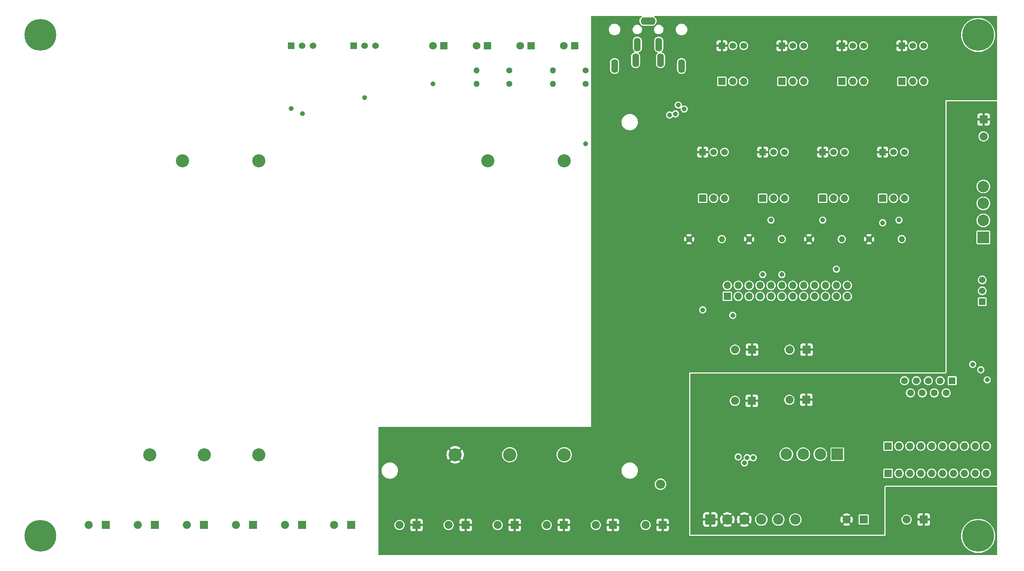
<source format=gbr>
%TF.GenerationSoftware,KiCad,Pcbnew,7.0.10-7.0.10~ubuntu22.04.1*%
%TF.CreationDate,2024-01-25T15:18:25-05:00*%
%TF.ProjectId,power-board,706f7765-722d-4626-9f61-72642e6b6963,rev?*%
%TF.SameCoordinates,Original*%
%TF.FileFunction,Copper,L3,Inr*%
%TF.FilePolarity,Positive*%
%FSLAX46Y46*%
G04 Gerber Fmt 4.6, Leading zero omitted, Abs format (unit mm)*
G04 Created by KiCad (PCBNEW 7.0.10-7.0.10~ubuntu22.04.1) date 2024-01-25 15:18:25*
%MOMM*%
%LPD*%
G01*
G04 APERTURE LIST*
G04 Aperture macros list*
%AMRoundRect*
0 Rectangle with rounded corners*
0 $1 Rounding radius*
0 $2 $3 $4 $5 $6 $7 $8 $9 X,Y pos of 4 corners*
0 Add a 4 corners polygon primitive as box body*
4,1,4,$2,$3,$4,$5,$6,$7,$8,$9,$2,$3,0*
0 Add four circle primitives for the rounded corners*
1,1,$1+$1,$2,$3*
1,1,$1+$1,$4,$5*
1,1,$1+$1,$6,$7*
1,1,$1+$1,$8,$9*
0 Add four rect primitives between the rounded corners*
20,1,$1+$1,$2,$3,$4,$5,0*
20,1,$1+$1,$4,$5,$6,$7,0*
20,1,$1+$1,$6,$7,$8,$9,0*
20,1,$1+$1,$8,$9,$2,$3,0*%
G04 Aperture macros list end*
%TA.AperFunction,ComponentPad*%
%ADD10C,1.400000*%
%TD*%
%TA.AperFunction,ComponentPad*%
%ADD11O,1.400000X1.400000*%
%TD*%
%TA.AperFunction,ComponentPad*%
%ADD12C,7.400000*%
%TD*%
%TA.AperFunction,ComponentPad*%
%ADD13R,1.870000X1.870000*%
%TD*%
%TA.AperFunction,ComponentPad*%
%ADD14C,1.870000*%
%TD*%
%TA.AperFunction,ComponentPad*%
%ADD15R,1.524000X1.524000*%
%TD*%
%TA.AperFunction,ComponentPad*%
%ADD16C,1.524000*%
%TD*%
%TA.AperFunction,ComponentPad*%
%ADD17R,1.700000X1.700000*%
%TD*%
%TA.AperFunction,ComponentPad*%
%ADD18O,1.700000X1.700000*%
%TD*%
%TA.AperFunction,ComponentPad*%
%ADD19C,3.048000*%
%TD*%
%TA.AperFunction,ComponentPad*%
%ADD20R,1.800000X1.800000*%
%TD*%
%TA.AperFunction,ComponentPad*%
%ADD21C,1.800000*%
%TD*%
%TA.AperFunction,ComponentPad*%
%ADD22R,2.670000X2.670000*%
%TD*%
%TA.AperFunction,ComponentPad*%
%ADD23C,2.670000*%
%TD*%
%TA.AperFunction,ComponentPad*%
%ADD24RoundRect,0.250001X-0.949999X-0.949999X0.949999X-0.949999X0.949999X0.949999X-0.949999X0.949999X0*%
%TD*%
%TA.AperFunction,ComponentPad*%
%ADD25C,2.400000*%
%TD*%
%TA.AperFunction,ComponentPad*%
%ADD26O,1.600000X3.200000*%
%TD*%
%TA.AperFunction,ComponentPad*%
%ADD27O,3.500000X1.750000*%
%TD*%
%TA.AperFunction,ComponentPad*%
%ADD28R,1.600000X1.600000*%
%TD*%
%TA.AperFunction,ComponentPad*%
%ADD29C,1.600000*%
%TD*%
%TA.AperFunction,ViaPad*%
%ADD30C,1.143000*%
%TD*%
%TA.AperFunction,ViaPad*%
%ADD31C,2.159000*%
%TD*%
G04 APERTURE END LIST*
D10*
%TO.N,+5V*%
%TO.C,R7*%
X204470000Y-70485000D03*
D11*
%TO.N,/GPIO_IN_2*%
X212090000Y-70485000D03*
%TD*%
D12*
%TO.N,N/C*%
%TO.C,H4*%
X243840000Y-139700000D03*
%TD*%
D13*
%TO.N,+5V*%
%TO.C,J14*%
X191176500Y-96264000D03*
D14*
%TO.N,GND*%
X187216500Y-96264000D03*
%TD*%
D15*
%TO.N,/HV_MON1+*%
%TO.C,TP2*%
X83820000Y-25400000D03*
D16*
%TO.N,/HV_MON1-*%
X86360000Y-25400000D03*
%TO.N,GND*%
X88900000Y-25400000D03*
%TD*%
D10*
%TO.N,+6V*%
%TO.C,R3*%
X134620000Y-34290000D03*
D11*
%TO.N,Net-(D1-A)*%
X127000000Y-34290000D03*
%TD*%
D10*
%TO.N,+5V*%
%TO.C,R1*%
X134620000Y-31115000D03*
D11*
%TO.N,Net-(D2-A)*%
X127000000Y-31115000D03*
%TD*%
D12*
%TO.N,N/C*%
%TO.C,H3*%
X25400000Y-139700000D03*
%TD*%
D13*
%TO.N,+12V*%
%TO.C,J6*%
X245110000Y-42545000D03*
D14*
%TO.N,GND*%
X245110000Y-46505000D03*
%TD*%
D13*
%TO.N,Net-(J22-Pin_1)*%
%TO.C,J22*%
X217170000Y-135890000D03*
D14*
%TO.N,+12V*%
X213210000Y-135890000D03*
%TD*%
D13*
%TO.N,+12V*%
%TO.C,J17*%
X191135000Y-108204000D03*
D14*
%TO.N,GND*%
X187175000Y-108204000D03*
%TD*%
D15*
%TO.N,+5V*%
%TO.C,J7*%
X179705000Y-50165000D03*
D16*
%TO.N,Net-(J7-Pin_2)*%
X182245000Y-50165000D03*
%TO.N,GND*%
X184785000Y-50165000D03*
%TD*%
D15*
%TO.N,+5V*%
%TO.C,J1*%
X184150000Y-25376500D03*
D16*
%TO.N,Net-(J1-Pin_2)*%
X186690000Y-25376500D03*
%TO.N,GND*%
X189230000Y-25376500D03*
%TD*%
D15*
%TO.N,/TS_1*%
%TO.C,J12*%
X244797500Y-85090000D03*
D16*
%TO.N,/TS_2*%
X244797500Y-82550000D03*
%TO.N,/TS_3*%
X244797500Y-80010000D03*
%TD*%
D17*
%TO.N,+6V*%
%TO.C,J36*%
X222885000Y-118745000D03*
D18*
%TO.N,GND*%
X225425000Y-118745000D03*
%TO.N,/HV_MON2+*%
X227965000Y-118745000D03*
%TO.N,/HV_MON2-*%
X230505000Y-118745000D03*
%TO.N,/TS_1*%
X233045000Y-118745000D03*
%TO.N,/TS_2*%
X235585000Y-118745000D03*
%TO.N,/TS_3*%
X238125000Y-118745000D03*
%TO.N,unconnected-(J36-Pin_8-Pad8)*%
X240665000Y-118745000D03*
%TO.N,unconnected-(J36-Pin_9-Pad9)*%
X243205000Y-118745000D03*
%TO.N,unconnected-(J36-Pin_10-Pad10)*%
X245745000Y-118745000D03*
%TD*%
D19*
%TO.N,+12V*%
%TO.C,U1*%
X58547000Y-52197000D03*
%TO.N,GND*%
X76327000Y-52197000D03*
%TO.N,+6V*%
X50927000Y-120777000D03*
%TO.N,unconnected-(U1-T{slash}C-Pad4)*%
X63627000Y-120777000D03*
%TO.N,GND*%
X76327000Y-120777000D03*
%TD*%
D10*
%TO.N,+5V*%
%TO.C,R8*%
X218440000Y-70485000D03*
D11*
%TO.N,/GPIO_IN_3*%
X226060000Y-70485000D03*
%TD*%
D15*
%TO.N,+5V*%
%TO.C,J9*%
X207645000Y-50165000D03*
D16*
%TO.N,Net-(J9-Pin_2)*%
X210185000Y-50165000D03*
%TO.N,GND*%
X212725000Y-50165000D03*
%TD*%
D15*
%TO.N,+5V*%
%TO.C,J2*%
X198120000Y-25376500D03*
D16*
%TO.N,Net-(J2-Pin_2)*%
X200660000Y-25376500D03*
%TO.N,GND*%
X203200000Y-25376500D03*
%TD*%
D20*
%TO.N,GND*%
%TO.C,D4*%
X149860000Y-25400000D03*
D21*
%TO.N,Net-(D4-A)*%
X147320000Y-25400000D03*
%TD*%
D13*
%TO.N,+12V*%
%TO.C,J18*%
X203835000Y-107950000D03*
D14*
%TO.N,GND*%
X199875000Y-107950000D03*
%TD*%
D22*
%TO.N,/FAN+*%
%TO.C,J11*%
X245062500Y-70075000D03*
D23*
%TO.N,/FAN-*%
X245062500Y-66115000D03*
%TO.N,/TEC+*%
X245062500Y-62155000D03*
%TO.N,/TEC-*%
X245062500Y-58195000D03*
%TD*%
D15*
%TO.N,/HV_MON2+*%
%TO.C,TP1*%
X98425000Y-25400000D03*
D16*
%TO.N,/HV_MON2-*%
X100965000Y-25400000D03*
%TO.N,GND*%
X103505000Y-25400000D03*
%TD*%
D13*
%TO.N,+5V*%
%TO.C,J31*%
X124460000Y-137160000D03*
D14*
%TO.N,GND*%
X120500000Y-137160000D03*
%TD*%
D20*
%TO.N,GND*%
%TO.C,D3*%
X139700000Y-25400000D03*
D21*
%TO.N,Net-(D3-A)*%
X137160000Y-25400000D03*
%TD*%
D17*
%TO.N,/GPIO_OUT_0*%
%TO.C,JP1*%
X184135000Y-33655000D03*
D18*
%TO.N,Net-(J1-Pin_2)*%
X186675000Y-33655000D03*
%TO.N,/GPIO_IN_0*%
X189215000Y-33655000D03*
%TD*%
D13*
%TO.N,+5VL*%
%TO.C,J25*%
X52070000Y-137160000D03*
D14*
%TO.N,GND*%
X48110000Y-137160000D03*
%TD*%
D17*
%TO.N,/GPIO_OUT_6*%
%TO.C,JP7*%
X207645000Y-60960000D03*
D18*
%TO.N,Net-(J9-Pin_2)*%
X210185000Y-60960000D03*
%TO.N,/GPIO_IN_2*%
X212725000Y-60960000D03*
%TD*%
D19*
%TO.N,+12V*%
%TO.C,U2*%
X129667000Y-52197000D03*
%TO.N,GND*%
X147447000Y-52197000D03*
%TO.N,+5V*%
X122047000Y-120777000D03*
%TO.N,unconnected-(U2-T{slash}C-Pad4)*%
X134747000Y-120777000D03*
%TO.N,GND*%
X147447000Y-120777000D03*
%TD*%
D17*
%TO.N,/GPIO_OUT_3*%
%TO.C,JP4*%
X226060000Y-33655000D03*
D18*
%TO.N,Net-(J4-Pin_2)*%
X228600000Y-33655000D03*
%TO.N,/GPIO_IN_3*%
X231140000Y-33655000D03*
%TD*%
D13*
%TO.N,+5V*%
%TO.C,J23*%
X231140000Y-135890000D03*
D14*
%TO.N,+5VL*%
X227180000Y-135890000D03*
%TD*%
D13*
%TO.N,+5V*%
%TO.C,J32*%
X135890000Y-137160000D03*
D14*
%TO.N,GND*%
X131930000Y-137160000D03*
%TD*%
D24*
%TO.N,+12V*%
%TO.C,J21*%
X181460000Y-135890000D03*
D25*
X185420000Y-135890000D03*
X189380000Y-135890000D03*
%TO.N,GND*%
X193340000Y-135890000D03*
X197300000Y-135890000D03*
X201260000Y-135890000D03*
%TD*%
D10*
%TO.N,+5V*%
%TO.C,R5*%
X176530000Y-70485000D03*
D11*
%TO.N,/GPIO_IN_0*%
X184150000Y-70485000D03*
%TD*%
D13*
%TO.N,+5VL*%
%TO.C,J24*%
X40640000Y-137160000D03*
D14*
%TO.N,GND*%
X36680000Y-137160000D03*
%TD*%
D10*
%TO.N,+12V*%
%TO.C,R4*%
X152400000Y-34290000D03*
D11*
%TO.N,Net-(D3-A)*%
X144780000Y-34290000D03*
%TD*%
D17*
%TO.N,/GPIO_OUT_0*%
%TO.C,J13*%
X185420000Y-83820000D03*
D18*
%TO.N,GND*%
X185420000Y-81280000D03*
%TO.N,/GPIO_OUT_1*%
X187960000Y-83820000D03*
%TO.N,GND*%
X187960000Y-81280000D03*
%TO.N,/GPIO_OUT_2*%
X190500000Y-83820000D03*
%TO.N,GND*%
X190500000Y-81280000D03*
%TO.N,/GPIO_OUT_3*%
X193040000Y-83820000D03*
%TO.N,GND*%
X193040000Y-81280000D03*
%TO.N,/GPIO_OUT_4*%
X195580000Y-83820000D03*
%TO.N,GND*%
X195580000Y-81280000D03*
%TO.N,/GPIO_OUT_5*%
X198120000Y-83820000D03*
%TO.N,GND*%
X198120000Y-81280000D03*
%TO.N,/GPIO_OUT_6*%
X200660000Y-83820000D03*
%TO.N,GND*%
X200660000Y-81280000D03*
%TO.N,/GPIO_OUT_7*%
X203200000Y-83820000D03*
%TO.N,GND*%
X203200000Y-81280000D03*
%TO.N,/GPIO_IN_0*%
X205740000Y-83820000D03*
%TO.N,GND*%
X205740000Y-81280000D03*
%TO.N,/GPIO_IN_1*%
X208280000Y-83820000D03*
%TO.N,GND*%
X208280000Y-81280000D03*
%TO.N,/GPIO_IN_2*%
X210820000Y-83820000D03*
%TO.N,GND*%
X210820000Y-81280000D03*
%TO.N,/GPIO_IN_3*%
X213360000Y-83820000D03*
%TO.N,GND*%
X213360000Y-81280000D03*
%TD*%
D13*
%TO.N,+5V*%
%TO.C,J15*%
X203876500Y-96264000D03*
D14*
%TO.N,GND*%
X199916500Y-96264000D03*
%TD*%
D17*
%TO.N,+6V*%
%TO.C,J20*%
X222885000Y-125095000D03*
D18*
%TO.N,GND*%
X225425000Y-125095000D03*
%TO.N,/HV_MON1+*%
X227965000Y-125095000D03*
%TO.N,/HV_MON1-*%
X230505000Y-125095000D03*
%TO.N,/TS_1*%
X233045000Y-125095000D03*
%TO.N,/TS_2*%
X235585000Y-125095000D03*
%TO.N,/TS_3*%
X238125000Y-125095000D03*
%TO.N,unconnected-(J20-Pin_8-Pad8)*%
X240665000Y-125095000D03*
%TO.N,unconnected-(J20-Pin_9-Pad9)*%
X243205000Y-125095000D03*
%TO.N,unconnected-(J20-Pin_10-Pad10)*%
X245745000Y-125095000D03*
%TD*%
D17*
%TO.N,/GPIO_OUT_2*%
%TO.C,JP3*%
X212090000Y-33655000D03*
D18*
%TO.N,Net-(J3-Pin_2)*%
X214630000Y-33655000D03*
%TO.N,/GPIO_IN_2*%
X217170000Y-33655000D03*
%TD*%
D12*
%TO.N,N/C*%
%TO.C,H1*%
X25400000Y-22860000D03*
%TD*%
D15*
%TO.N,+5V*%
%TO.C,J3*%
X212090000Y-25376500D03*
D16*
%TO.N,Net-(J3-Pin_2)*%
X214630000Y-25376500D03*
%TO.N,GND*%
X217170000Y-25376500D03*
%TD*%
D13*
%TO.N,+5VL*%
%TO.C,J29*%
X97790000Y-137160000D03*
D14*
%TO.N,GND*%
X93830000Y-137160000D03*
%TD*%
D10*
%TO.N,+5V*%
%TO.C,R6*%
X190500000Y-70485000D03*
D11*
%TO.N,/GPIO_IN_1*%
X198120000Y-70485000D03*
%TD*%
D13*
%TO.N,+5V*%
%TO.C,J30*%
X113030000Y-137160000D03*
D14*
%TO.N,GND*%
X109070000Y-137160000D03*
%TD*%
D26*
%TO.N,Net-(J22-Pin_1)*%
%TO.C,J5*%
X169865000Y-28740000D03*
X164065000Y-28740000D03*
%TO.N,GND*%
X169465000Y-25090000D03*
X164465000Y-25090000D03*
D27*
%TO.N,N/C*%
X166965000Y-19590000D03*
D26*
X174765000Y-30090000D03*
X159165000Y-30090000D03*
%TD*%
D13*
%TO.N,+5VL*%
%TO.C,J27*%
X74930000Y-137160000D03*
D14*
%TO.N,GND*%
X70970000Y-137160000D03*
%TD*%
D13*
%TO.N,+5V*%
%TO.C,J34*%
X158750000Y-137160000D03*
D14*
%TO.N,GND*%
X154790000Y-137160000D03*
%TD*%
D17*
%TO.N,/GPIO_OUT_4*%
%TO.C,JP5*%
X179705000Y-60960000D03*
D18*
%TO.N,Net-(J7-Pin_2)*%
X182245000Y-60960000D03*
%TO.N,/GPIO_IN_0*%
X184785000Y-60960000D03*
%TD*%
D13*
%TO.N,+5VL*%
%TO.C,J28*%
X86360000Y-137160000D03*
D14*
%TO.N,GND*%
X82400000Y-137160000D03*
%TD*%
D22*
%TO.N,/FAN+*%
%TO.C,J19*%
X211045000Y-120650000D03*
D23*
%TO.N,/FAN-*%
X207085000Y-120650000D03*
%TO.N,/TEC+*%
X203125000Y-120650000D03*
%TO.N,/TEC-*%
X199165000Y-120650000D03*
%TD*%
D20*
%TO.N,GND*%
%TO.C,D2*%
X129540000Y-25400000D03*
D21*
%TO.N,Net-(D2-A)*%
X127000000Y-25400000D03*
%TD*%
D13*
%TO.N,+5V*%
%TO.C,J35*%
X170330000Y-137160000D03*
D14*
%TO.N,GND*%
X166370000Y-137160000D03*
%TD*%
D28*
%TO.N,/TS_2*%
%TO.C,J16*%
X237775000Y-103505000D03*
D29*
%TO.N,/TS_1*%
X235005000Y-103505000D03*
%TO.N,/TS_3*%
X232235000Y-103505000D03*
%TO.N,+6V*%
X229465000Y-103505000D03*
%TO.N,GND*%
X226695000Y-103505000D03*
%TO.N,/FAN+*%
X236390000Y-106345000D03*
%TO.N,/FAN-*%
X233620000Y-106345000D03*
%TO.N,/TEC+*%
X230850000Y-106345000D03*
%TO.N,/TEC-*%
X228080000Y-106345000D03*
%TD*%
D17*
%TO.N,/GPIO_OUT_1*%
%TO.C,JP2*%
X198120000Y-33655000D03*
D18*
%TO.N,Net-(J2-Pin_2)*%
X200660000Y-33655000D03*
%TO.N,/GPIO_IN_1*%
X203200000Y-33655000D03*
%TD*%
D12*
%TO.N,N/C*%
%TO.C,H2*%
X243840000Y-22860000D03*
%TD*%
D20*
%TO.N,GND*%
%TO.C,D1*%
X119380000Y-25400000D03*
D21*
%TO.N,Net-(D1-A)*%
X116840000Y-25400000D03*
%TD*%
D15*
%TO.N,+5V*%
%TO.C,J4*%
X226060000Y-25376500D03*
D16*
%TO.N,Net-(J4-Pin_2)*%
X228600000Y-25376500D03*
%TO.N,GND*%
X231140000Y-25376500D03*
%TD*%
D17*
%TO.N,/GPIO_OUT_7*%
%TO.C,JP8*%
X221615000Y-60960000D03*
D18*
%TO.N,Net-(J10-Pin_2)*%
X224155000Y-60960000D03*
%TO.N,/GPIO_IN_3*%
X226695000Y-60960000D03*
%TD*%
D15*
%TO.N,+5V*%
%TO.C,J10*%
X221615000Y-50165000D03*
D16*
%TO.N,Net-(J10-Pin_2)*%
X224155000Y-50165000D03*
%TO.N,GND*%
X226695000Y-50165000D03*
%TD*%
D17*
%TO.N,/GPIO_OUT_5*%
%TO.C,JP6*%
X193675000Y-60960000D03*
D18*
%TO.N,Net-(J8-Pin_2)*%
X196215000Y-60960000D03*
%TO.N,/GPIO_IN_1*%
X198755000Y-60960000D03*
%TD*%
D10*
%TO.N,Net-(J22-Pin_1)*%
%TO.C,R2*%
X152400000Y-31115000D03*
D11*
%TO.N,Net-(D4-A)*%
X144780000Y-31115000D03*
%TD*%
D13*
%TO.N,+5V*%
%TO.C,J33*%
X147320000Y-137160000D03*
D14*
%TO.N,GND*%
X143360000Y-137160000D03*
%TD*%
D15*
%TO.N,+5V*%
%TO.C,J8*%
X193675000Y-50165000D03*
D16*
%TO.N,Net-(J8-Pin_2)*%
X196215000Y-50165000D03*
%TO.N,GND*%
X198755000Y-50165000D03*
%TD*%
D13*
%TO.N,+5VL*%
%TO.C,J26*%
X63500000Y-137160000D03*
D14*
%TO.N,GND*%
X59540000Y-137160000D03*
%TD*%
D30*
%TO.N,/HV_MON1+*%
X187960000Y-121285000D03*
X173355000Y-41275000D03*
X83820000Y-40005000D03*
%TO.N,/HV_MON1-*%
X86456000Y-41179000D03*
X171984770Y-41525849D03*
X189398148Y-122689950D03*
%TO.N,+12V*%
X152400000Y-48260000D03*
%TO.N,+5V*%
X154940000Y-37465000D03*
%TO.N,/GPIO_IN_0*%
X186690000Y-88265000D03*
%TO.N,/GPIO_IN_1*%
X198120000Y-78740000D03*
%TO.N,/GPIO_OUT_2*%
X210820000Y-77470000D03*
%TO.N,/GPIO_OUT_3*%
X225425000Y-66040000D03*
X195580000Y-66040000D03*
%TO.N,/GPIO_OUT_4*%
X179705000Y-86995000D03*
%TO.N,/GPIO_OUT_5*%
X193675000Y-78740000D03*
%TO.N,/GPIO_OUT_7*%
X221615000Y-66675000D03*
X207645000Y-66040000D03*
%TO.N,Net-(D1-A)*%
X116840000Y-34290000D03*
%TO.N,/TS_1*%
X244475000Y-100965000D03*
%TO.N,/TS_2*%
X245940500Y-103309500D03*
%TO.N,/TS_3*%
X242570000Y-99695000D03*
D31*
%TO.N,Net-(J22-Pin_1)*%
X169865000Y-127635000D03*
D30*
%TO.N,/HV_MON2+*%
X191444447Y-121481787D03*
X175387000Y-40132000D03*
%TO.N,/HV_MON2-*%
X100940506Y-37509834D03*
X173990000Y-39210500D03*
X190047737Y-121453160D03*
%TD*%
%TA.AperFunction,Conductor*%
%TO.N,+5V*%
G36*
X165465062Y-18435185D02*
G01*
X165510817Y-18487989D01*
X165520761Y-18557147D01*
X165491736Y-18620703D01*
X165474675Y-18636970D01*
X165307012Y-18768821D01*
X165307009Y-18768825D01*
X165165755Y-18931840D01*
X165165746Y-18931851D01*
X165057897Y-19118652D01*
X164987347Y-19322493D01*
X164987346Y-19322498D01*
X164987346Y-19322499D01*
X164956647Y-19536012D01*
X164966911Y-19751476D01*
X165017766Y-19961104D01*
X165017767Y-19961107D01*
X165031019Y-19990124D01*
X165107375Y-20157319D01*
X165232498Y-20333030D01*
X165388613Y-20481886D01*
X165570079Y-20598506D01*
X165770336Y-20678677D01*
X165876241Y-20699088D01*
X165982145Y-20719500D01*
X165982146Y-20719500D01*
X167893802Y-20719500D01*
X167893809Y-20719500D01*
X168054732Y-20704134D01*
X168261702Y-20643362D01*
X168453432Y-20544518D01*
X168622990Y-20411176D01*
X168764249Y-20248155D01*
X168872103Y-20061346D01*
X168942654Y-19857501D01*
X168973353Y-19643988D01*
X168963089Y-19428524D01*
X168912234Y-19218896D01*
X168822625Y-19022681D01*
X168697502Y-18846970D01*
X168541387Y-18698114D01*
X168456894Y-18643814D01*
X168411141Y-18591012D01*
X168401197Y-18521853D01*
X168430222Y-18458298D01*
X168489000Y-18420523D01*
X168523935Y-18415500D01*
X248160500Y-18415500D01*
X248227539Y-18435185D01*
X248273294Y-18487989D01*
X248284500Y-18539500D01*
X248284500Y-37976000D01*
X248264815Y-38043039D01*
X248212011Y-38088794D01*
X248160500Y-38100000D01*
X236220000Y-38100000D01*
X236220000Y-101476000D01*
X236200315Y-101543039D01*
X236147511Y-101588794D01*
X236096000Y-101600000D01*
X176530000Y-101600000D01*
X176530000Y-139700000D01*
X222250000Y-139700000D01*
X239880418Y-139700000D01*
X239900732Y-140100583D01*
X239961470Y-140497053D01*
X240062009Y-140885361D01*
X240201307Y-141261475D01*
X240201313Y-141261488D01*
X240377952Y-141621592D01*
X240377953Y-141621593D01*
X240590120Y-141961983D01*
X240835635Y-142279163D01*
X241111979Y-142569876D01*
X241416313Y-142831139D01*
X241416316Y-142831141D01*
X241745524Y-143060277D01*
X242096223Y-143254931D01*
X242464816Y-143413106D01*
X242464819Y-143413107D01*
X242464824Y-143413109D01*
X242847510Y-143533178D01*
X242847513Y-143533178D01*
X242847521Y-143533181D01*
X243240409Y-143613921D01*
X243559641Y-143646384D01*
X243639449Y-143654500D01*
X243639450Y-143654500D01*
X244040551Y-143654500D01*
X244107056Y-143647736D01*
X244439591Y-143613921D01*
X244832479Y-143533181D01*
X244832489Y-143533178D01*
X245215175Y-143413109D01*
X245215176Y-143413108D01*
X245215184Y-143413106D01*
X245583777Y-143254931D01*
X245934476Y-143060277D01*
X246263684Y-142831141D01*
X246568021Y-142569876D01*
X246844365Y-142279163D01*
X247089880Y-141961983D01*
X247302047Y-141621593D01*
X247478689Y-141261484D01*
X247617993Y-140885353D01*
X247718529Y-140497058D01*
X247779267Y-140100584D01*
X247799582Y-139700000D01*
X247779267Y-139299416D01*
X247718529Y-138902942D01*
X247617993Y-138514647D01*
X247594861Y-138452190D01*
X247478692Y-138138524D01*
X247478691Y-138138523D01*
X247478689Y-138138516D01*
X247302047Y-137778407D01*
X247089880Y-137438017D01*
X246844365Y-137120837D01*
X246568021Y-136830124D01*
X246568020Y-136830123D01*
X246263686Y-136568860D01*
X245934476Y-136339723D01*
X245934471Y-136339720D01*
X245583776Y-136145068D01*
X245215175Y-135986890D01*
X244832489Y-135866821D01*
X244832483Y-135866820D01*
X244832480Y-135866819D01*
X244832479Y-135866819D01*
X244439591Y-135786079D01*
X244439590Y-135786078D01*
X244439586Y-135786078D01*
X244040551Y-135745500D01*
X244040550Y-135745500D01*
X243639450Y-135745500D01*
X243639449Y-135745500D01*
X243240413Y-135786078D01*
X242847516Y-135866820D01*
X242847510Y-135866821D01*
X242464824Y-135986890D01*
X242096223Y-136145068D01*
X241745528Y-136339720D01*
X241745523Y-136339723D01*
X241416313Y-136568860D01*
X241111979Y-136830123D01*
X240835630Y-137120842D01*
X240590123Y-137438012D01*
X240377952Y-137778407D01*
X240201313Y-138138511D01*
X240201307Y-138138524D01*
X240062009Y-138514638D01*
X239961470Y-138902946D01*
X239900732Y-139299416D01*
X239880418Y-139700000D01*
X222250000Y-139700000D01*
X222250000Y-135890000D01*
X225985404Y-135890000D01*
X226005743Y-136109501D01*
X226005743Y-136109503D01*
X226005744Y-136109506D01*
X226066072Y-136321538D01*
X226066073Y-136321541D01*
X226164330Y-136518868D01*
X226164335Y-136518876D01*
X226297184Y-136694796D01*
X226460094Y-136843307D01*
X226460096Y-136843309D01*
X226647519Y-136959356D01*
X226647525Y-136959359D01*
X226658932Y-136963778D01*
X226853083Y-137038993D01*
X227069777Y-137079500D01*
X227069779Y-137079500D01*
X227290221Y-137079500D01*
X227290223Y-137079500D01*
X227506917Y-137038993D01*
X227712477Y-136959358D01*
X227852203Y-136872844D01*
X229705000Y-136872844D01*
X229711401Y-136932372D01*
X229711403Y-136932379D01*
X229761645Y-137067086D01*
X229761649Y-137067093D01*
X229847809Y-137182187D01*
X229847812Y-137182190D01*
X229962906Y-137268350D01*
X229962913Y-137268354D01*
X230097620Y-137318596D01*
X230097627Y-137318598D01*
X230157155Y-137324999D01*
X230157172Y-137325000D01*
X230890000Y-137325000D01*
X230890000Y-136611802D01*
X231051169Y-136650000D01*
X231184267Y-136650000D01*
X231316461Y-136634549D01*
X231390000Y-136607782D01*
X231390000Y-137325000D01*
X232122828Y-137325000D01*
X232122844Y-137324999D01*
X232182372Y-137318598D01*
X232182379Y-137318596D01*
X232317086Y-137268354D01*
X232317093Y-137268350D01*
X232432187Y-137182190D01*
X232432190Y-137182187D01*
X232518350Y-137067093D01*
X232518354Y-137067086D01*
X232568596Y-136932379D01*
X232568598Y-136932372D01*
X232574999Y-136872844D01*
X232575000Y-136872827D01*
X232575000Y-136140000D01*
X231858483Y-136140000D01*
X231893549Y-136022871D01*
X231903879Y-135845509D01*
X231873029Y-135670546D01*
X231859853Y-135640000D01*
X232575000Y-135640000D01*
X232575000Y-134907172D01*
X232574999Y-134907155D01*
X232568598Y-134847627D01*
X232568596Y-134847620D01*
X232518354Y-134712913D01*
X232518350Y-134712906D01*
X232432190Y-134597812D01*
X232432187Y-134597809D01*
X232317093Y-134511649D01*
X232317086Y-134511645D01*
X232182379Y-134461403D01*
X232182372Y-134461401D01*
X232122844Y-134455000D01*
X231390000Y-134455000D01*
X231390000Y-135168197D01*
X231228831Y-135130000D01*
X231095733Y-135130000D01*
X230963539Y-135145451D01*
X230890000Y-135172217D01*
X230890000Y-134455000D01*
X230157155Y-134455000D01*
X230097627Y-134461401D01*
X230097620Y-134461403D01*
X229962913Y-134511645D01*
X229962906Y-134511649D01*
X229847812Y-134597809D01*
X229847809Y-134597812D01*
X229761649Y-134712906D01*
X229761645Y-134712913D01*
X229711403Y-134847620D01*
X229711401Y-134847627D01*
X229705000Y-134907155D01*
X229705000Y-135640000D01*
X230421517Y-135640000D01*
X230386451Y-135757129D01*
X230376121Y-135934491D01*
X230406971Y-136109454D01*
X230420147Y-136140000D01*
X229705000Y-136140000D01*
X229705000Y-136872844D01*
X227852203Y-136872844D01*
X227899905Y-136843308D01*
X228062817Y-136694794D01*
X228195666Y-136518874D01*
X228293928Y-136321538D01*
X228354256Y-136109506D01*
X228374596Y-135890000D01*
X228354256Y-135670494D01*
X228293928Y-135458462D01*
X228272837Y-135416106D01*
X228195669Y-135261131D01*
X228195664Y-135261123D01*
X228062815Y-135085203D01*
X227899905Y-134936692D01*
X227899903Y-134936690D01*
X227712480Y-134820643D01*
X227712474Y-134820640D01*
X227626366Y-134787282D01*
X227506917Y-134741007D01*
X227290223Y-134700500D01*
X227069777Y-134700500D01*
X226853083Y-134741007D01*
X226803701Y-134760137D01*
X226647525Y-134820640D01*
X226647519Y-134820643D01*
X226460096Y-134936690D01*
X226460094Y-134936692D01*
X226297184Y-135085203D01*
X226164335Y-135261123D01*
X226164330Y-135261131D01*
X226066073Y-135458458D01*
X226066072Y-135458462D01*
X226011639Y-135649777D01*
X226005743Y-135670498D01*
X225985404Y-135889999D01*
X225985404Y-135890000D01*
X222250000Y-135890000D01*
X222250000Y-128394000D01*
X222269685Y-128326961D01*
X222322489Y-128281206D01*
X222374000Y-128270000D01*
X248160500Y-128270000D01*
X248227539Y-128289685D01*
X248273294Y-128342489D01*
X248284500Y-128394000D01*
X248284500Y-144020500D01*
X248264815Y-144087539D01*
X248212011Y-144133294D01*
X248160500Y-144144500D01*
X104264000Y-144144500D01*
X104196961Y-144124815D01*
X104151206Y-144072011D01*
X104140000Y-144020500D01*
X104140000Y-137160000D01*
X107875404Y-137160000D01*
X107895743Y-137379501D01*
X107895743Y-137379503D01*
X107895744Y-137379506D01*
X107956072Y-137591538D01*
X107956073Y-137591541D01*
X108054330Y-137788868D01*
X108054335Y-137788876D01*
X108187184Y-137964796D01*
X108350094Y-138113307D01*
X108350096Y-138113309D01*
X108537519Y-138229356D01*
X108537525Y-138229359D01*
X108560670Y-138238325D01*
X108743083Y-138308993D01*
X108959777Y-138349500D01*
X108959779Y-138349500D01*
X109180221Y-138349500D01*
X109180223Y-138349500D01*
X109396917Y-138308993D01*
X109602477Y-138229358D01*
X109742203Y-138142844D01*
X111595000Y-138142844D01*
X111601401Y-138202372D01*
X111601403Y-138202379D01*
X111651645Y-138337086D01*
X111651649Y-138337093D01*
X111737809Y-138452187D01*
X111737812Y-138452190D01*
X111852906Y-138538350D01*
X111852913Y-138538354D01*
X111987620Y-138588596D01*
X111987627Y-138588598D01*
X112047155Y-138594999D01*
X112047172Y-138595000D01*
X112780000Y-138595000D01*
X112780000Y-137881802D01*
X112941169Y-137920000D01*
X113074267Y-137920000D01*
X113206461Y-137904549D01*
X113280000Y-137877782D01*
X113280000Y-138595000D01*
X114012828Y-138595000D01*
X114012844Y-138594999D01*
X114072372Y-138588598D01*
X114072379Y-138588596D01*
X114207086Y-138538354D01*
X114207093Y-138538350D01*
X114322187Y-138452190D01*
X114322190Y-138452187D01*
X114408350Y-138337093D01*
X114408354Y-138337086D01*
X114458596Y-138202379D01*
X114458598Y-138202372D01*
X114464999Y-138142844D01*
X114465000Y-138142827D01*
X114465000Y-137410000D01*
X113748483Y-137410000D01*
X113783549Y-137292871D01*
X113791288Y-137160000D01*
X119305404Y-137160000D01*
X119325743Y-137379501D01*
X119325743Y-137379503D01*
X119325744Y-137379506D01*
X119386072Y-137591538D01*
X119386073Y-137591541D01*
X119484330Y-137788868D01*
X119484335Y-137788876D01*
X119617184Y-137964796D01*
X119780094Y-138113307D01*
X119780096Y-138113309D01*
X119967519Y-138229356D01*
X119967525Y-138229359D01*
X119990670Y-138238325D01*
X120173083Y-138308993D01*
X120389777Y-138349500D01*
X120389779Y-138349500D01*
X120610221Y-138349500D01*
X120610223Y-138349500D01*
X120826917Y-138308993D01*
X121032477Y-138229358D01*
X121172203Y-138142844D01*
X123025000Y-138142844D01*
X123031401Y-138202372D01*
X123031403Y-138202379D01*
X123081645Y-138337086D01*
X123081649Y-138337093D01*
X123167809Y-138452187D01*
X123167812Y-138452190D01*
X123282906Y-138538350D01*
X123282913Y-138538354D01*
X123417620Y-138588596D01*
X123417627Y-138588598D01*
X123477155Y-138594999D01*
X123477172Y-138595000D01*
X124210000Y-138595000D01*
X124210000Y-137881802D01*
X124371169Y-137920000D01*
X124504267Y-137920000D01*
X124636461Y-137904549D01*
X124710000Y-137877782D01*
X124710000Y-138595000D01*
X125442828Y-138595000D01*
X125442844Y-138594999D01*
X125502372Y-138588598D01*
X125502379Y-138588596D01*
X125637086Y-138538354D01*
X125637093Y-138538350D01*
X125752187Y-138452190D01*
X125752190Y-138452187D01*
X125838350Y-138337093D01*
X125838354Y-138337086D01*
X125888596Y-138202379D01*
X125888598Y-138202372D01*
X125894999Y-138142844D01*
X125895000Y-138142827D01*
X125895000Y-137410000D01*
X125178483Y-137410000D01*
X125213549Y-137292871D01*
X125221288Y-137160000D01*
X130735404Y-137160000D01*
X130755743Y-137379501D01*
X130755743Y-137379503D01*
X130755744Y-137379506D01*
X130816072Y-137591538D01*
X130816073Y-137591541D01*
X130914330Y-137788868D01*
X130914335Y-137788876D01*
X131047184Y-137964796D01*
X131210094Y-138113307D01*
X131210096Y-138113309D01*
X131397519Y-138229356D01*
X131397525Y-138229359D01*
X131420670Y-138238325D01*
X131603083Y-138308993D01*
X131819777Y-138349500D01*
X131819779Y-138349500D01*
X132040221Y-138349500D01*
X132040223Y-138349500D01*
X132256917Y-138308993D01*
X132462477Y-138229358D01*
X132602203Y-138142844D01*
X134455000Y-138142844D01*
X134461401Y-138202372D01*
X134461403Y-138202379D01*
X134511645Y-138337086D01*
X134511649Y-138337093D01*
X134597809Y-138452187D01*
X134597812Y-138452190D01*
X134712906Y-138538350D01*
X134712913Y-138538354D01*
X134847620Y-138588596D01*
X134847627Y-138588598D01*
X134907155Y-138594999D01*
X134907172Y-138595000D01*
X135640000Y-138595000D01*
X135640000Y-137881802D01*
X135801169Y-137920000D01*
X135934267Y-137920000D01*
X136066461Y-137904549D01*
X136140000Y-137877782D01*
X136140000Y-138595000D01*
X136872828Y-138595000D01*
X136872844Y-138594999D01*
X136932372Y-138588598D01*
X136932379Y-138588596D01*
X137067086Y-138538354D01*
X137067093Y-138538350D01*
X137182187Y-138452190D01*
X137182190Y-138452187D01*
X137268350Y-138337093D01*
X137268354Y-138337086D01*
X137318596Y-138202379D01*
X137318598Y-138202372D01*
X137324999Y-138142844D01*
X137325000Y-138142827D01*
X137325000Y-137410000D01*
X136608483Y-137410000D01*
X136643549Y-137292871D01*
X136651288Y-137160000D01*
X142165404Y-137160000D01*
X142185743Y-137379501D01*
X142185743Y-137379503D01*
X142185744Y-137379506D01*
X142246072Y-137591538D01*
X142246073Y-137591541D01*
X142344330Y-137788868D01*
X142344335Y-137788876D01*
X142477184Y-137964796D01*
X142640094Y-138113307D01*
X142640096Y-138113309D01*
X142827519Y-138229356D01*
X142827525Y-138229359D01*
X142850670Y-138238325D01*
X143033083Y-138308993D01*
X143249777Y-138349500D01*
X143249779Y-138349500D01*
X143470221Y-138349500D01*
X143470223Y-138349500D01*
X143686917Y-138308993D01*
X143892477Y-138229358D01*
X144032203Y-138142844D01*
X145885000Y-138142844D01*
X145891401Y-138202372D01*
X145891403Y-138202379D01*
X145941645Y-138337086D01*
X145941649Y-138337093D01*
X146027809Y-138452187D01*
X146027812Y-138452190D01*
X146142906Y-138538350D01*
X146142913Y-138538354D01*
X146277620Y-138588596D01*
X146277627Y-138588598D01*
X146337155Y-138594999D01*
X146337172Y-138595000D01*
X147070000Y-138595000D01*
X147070000Y-137881802D01*
X147231169Y-137920000D01*
X147364267Y-137920000D01*
X147496461Y-137904549D01*
X147570000Y-137877782D01*
X147570000Y-138595000D01*
X148302828Y-138595000D01*
X148302844Y-138594999D01*
X148362372Y-138588598D01*
X148362379Y-138588596D01*
X148497086Y-138538354D01*
X148497093Y-138538350D01*
X148612187Y-138452190D01*
X148612190Y-138452187D01*
X148698350Y-138337093D01*
X148698354Y-138337086D01*
X148748596Y-138202379D01*
X148748598Y-138202372D01*
X148754999Y-138142844D01*
X148755000Y-138142827D01*
X148755000Y-137410000D01*
X148038483Y-137410000D01*
X148073549Y-137292871D01*
X148081288Y-137160000D01*
X153595404Y-137160000D01*
X153615743Y-137379501D01*
X153615743Y-137379503D01*
X153615744Y-137379506D01*
X153676072Y-137591538D01*
X153676073Y-137591541D01*
X153774330Y-137788868D01*
X153774335Y-137788876D01*
X153907184Y-137964796D01*
X154070094Y-138113307D01*
X154070096Y-138113309D01*
X154257519Y-138229356D01*
X154257525Y-138229359D01*
X154280670Y-138238325D01*
X154463083Y-138308993D01*
X154679777Y-138349500D01*
X154679779Y-138349500D01*
X154900221Y-138349500D01*
X154900223Y-138349500D01*
X155116917Y-138308993D01*
X155322477Y-138229358D01*
X155462203Y-138142844D01*
X157315000Y-138142844D01*
X157321401Y-138202372D01*
X157321403Y-138202379D01*
X157371645Y-138337086D01*
X157371649Y-138337093D01*
X157457809Y-138452187D01*
X157457812Y-138452190D01*
X157572906Y-138538350D01*
X157572913Y-138538354D01*
X157707620Y-138588596D01*
X157707627Y-138588598D01*
X157767155Y-138594999D01*
X157767172Y-138595000D01*
X158500000Y-138595000D01*
X158500000Y-137881802D01*
X158661169Y-137920000D01*
X158794267Y-137920000D01*
X158926461Y-137904549D01*
X159000000Y-137877782D01*
X159000000Y-138595000D01*
X159732828Y-138595000D01*
X159732844Y-138594999D01*
X159792372Y-138588598D01*
X159792379Y-138588596D01*
X159927086Y-138538354D01*
X159927093Y-138538350D01*
X160042187Y-138452190D01*
X160042190Y-138452187D01*
X160128350Y-138337093D01*
X160128354Y-138337086D01*
X160178596Y-138202379D01*
X160178598Y-138202372D01*
X160184999Y-138142844D01*
X160185000Y-138142827D01*
X160185000Y-137410000D01*
X159468483Y-137410000D01*
X159503549Y-137292871D01*
X159511288Y-137160000D01*
X165175404Y-137160000D01*
X165195743Y-137379501D01*
X165195743Y-137379503D01*
X165195744Y-137379506D01*
X165256072Y-137591538D01*
X165256073Y-137591541D01*
X165354330Y-137788868D01*
X165354335Y-137788876D01*
X165487184Y-137964796D01*
X165650094Y-138113307D01*
X165650096Y-138113309D01*
X165837519Y-138229356D01*
X165837525Y-138229359D01*
X165860670Y-138238325D01*
X166043083Y-138308993D01*
X166259777Y-138349500D01*
X166259779Y-138349500D01*
X166480221Y-138349500D01*
X166480223Y-138349500D01*
X166696917Y-138308993D01*
X166902477Y-138229358D01*
X167042203Y-138142844D01*
X168895000Y-138142844D01*
X168901401Y-138202372D01*
X168901403Y-138202379D01*
X168951645Y-138337086D01*
X168951649Y-138337093D01*
X169037809Y-138452187D01*
X169037812Y-138452190D01*
X169152906Y-138538350D01*
X169152913Y-138538354D01*
X169287620Y-138588596D01*
X169287627Y-138588598D01*
X169347155Y-138594999D01*
X169347172Y-138595000D01*
X170080000Y-138595000D01*
X170080000Y-137881802D01*
X170241169Y-137920000D01*
X170374267Y-137920000D01*
X170506461Y-137904549D01*
X170580000Y-137877782D01*
X170580000Y-138595000D01*
X171312828Y-138595000D01*
X171312844Y-138594999D01*
X171372372Y-138588598D01*
X171372379Y-138588596D01*
X171507086Y-138538354D01*
X171507093Y-138538350D01*
X171622187Y-138452190D01*
X171622190Y-138452187D01*
X171708350Y-138337093D01*
X171708354Y-138337086D01*
X171758596Y-138202379D01*
X171758598Y-138202372D01*
X171764999Y-138142844D01*
X171765000Y-138142827D01*
X171765000Y-137410000D01*
X171048483Y-137410000D01*
X171083549Y-137292871D01*
X171093879Y-137115509D01*
X171063029Y-136940546D01*
X171049853Y-136910000D01*
X171765000Y-136910000D01*
X171765000Y-136177172D01*
X171764999Y-136177155D01*
X171758598Y-136117627D01*
X171758596Y-136117620D01*
X171708354Y-135982913D01*
X171708350Y-135982906D01*
X171622190Y-135867812D01*
X171622187Y-135867809D01*
X171507093Y-135781649D01*
X171507086Y-135781645D01*
X171372379Y-135731403D01*
X171372372Y-135731401D01*
X171312844Y-135725000D01*
X170580000Y-135725000D01*
X170580000Y-136438197D01*
X170418831Y-136400000D01*
X170285733Y-136400000D01*
X170153539Y-136415451D01*
X170080000Y-136442217D01*
X170080000Y-135725000D01*
X169347155Y-135725000D01*
X169287627Y-135731401D01*
X169287620Y-135731403D01*
X169152913Y-135781645D01*
X169152906Y-135781649D01*
X169037812Y-135867809D01*
X169037809Y-135867812D01*
X168951649Y-135982906D01*
X168951645Y-135982913D01*
X168901403Y-136117620D01*
X168901401Y-136117627D01*
X168895000Y-136177155D01*
X168895000Y-136910000D01*
X169611517Y-136910000D01*
X169576451Y-137027129D01*
X169566121Y-137204491D01*
X169596971Y-137379454D01*
X169610147Y-137410000D01*
X168895000Y-137410000D01*
X168895000Y-138142844D01*
X167042203Y-138142844D01*
X167089905Y-138113308D01*
X167252817Y-137964794D01*
X167385666Y-137788874D01*
X167483928Y-137591538D01*
X167544256Y-137379506D01*
X167564596Y-137160000D01*
X167544256Y-136940494D01*
X167483928Y-136728462D01*
X167467163Y-136694794D01*
X167385669Y-136531131D01*
X167385664Y-136531123D01*
X167252815Y-136355203D01*
X167089905Y-136206692D01*
X167089903Y-136206690D01*
X166902480Y-136090643D01*
X166902474Y-136090640D01*
X166816366Y-136057282D01*
X166696917Y-136011007D01*
X166480223Y-135970500D01*
X166259777Y-135970500D01*
X166043083Y-136011007D01*
X166012459Y-136022871D01*
X165837525Y-136090640D01*
X165837519Y-136090643D01*
X165650096Y-136206690D01*
X165650094Y-136206692D01*
X165487184Y-136355203D01*
X165354335Y-136531123D01*
X165354330Y-136531131D01*
X165256073Y-136728458D01*
X165256072Y-136728462D01*
X165210608Y-136888254D01*
X165195743Y-136940498D01*
X165175404Y-137159999D01*
X165175404Y-137160000D01*
X159511288Y-137160000D01*
X159513879Y-137115509D01*
X159483029Y-136940546D01*
X159469853Y-136910000D01*
X160185000Y-136910000D01*
X160185000Y-136177172D01*
X160184999Y-136177155D01*
X160178598Y-136117627D01*
X160178596Y-136117620D01*
X160128354Y-135982913D01*
X160128350Y-135982906D01*
X160042190Y-135867812D01*
X160042187Y-135867809D01*
X159927093Y-135781649D01*
X159927086Y-135781645D01*
X159792379Y-135731403D01*
X159792372Y-135731401D01*
X159732844Y-135725000D01*
X159000000Y-135725000D01*
X159000000Y-136438197D01*
X158838831Y-136400000D01*
X158705733Y-136400000D01*
X158573539Y-136415451D01*
X158500000Y-136442217D01*
X158500000Y-135725000D01*
X157767155Y-135725000D01*
X157707627Y-135731401D01*
X157707620Y-135731403D01*
X157572913Y-135781645D01*
X157572906Y-135781649D01*
X157457812Y-135867809D01*
X157457809Y-135867812D01*
X157371649Y-135982906D01*
X157371645Y-135982913D01*
X157321403Y-136117620D01*
X157321401Y-136117627D01*
X157315000Y-136177155D01*
X157315000Y-136910000D01*
X158031517Y-136910000D01*
X157996451Y-137027129D01*
X157986121Y-137204491D01*
X158016971Y-137379454D01*
X158030147Y-137410000D01*
X157315000Y-137410000D01*
X157315000Y-138142844D01*
X155462203Y-138142844D01*
X155509905Y-138113308D01*
X155672817Y-137964794D01*
X155805666Y-137788874D01*
X155903928Y-137591538D01*
X155964256Y-137379506D01*
X155984596Y-137160000D01*
X155964256Y-136940494D01*
X155903928Y-136728462D01*
X155887163Y-136694794D01*
X155805669Y-136531131D01*
X155805664Y-136531123D01*
X155672815Y-136355203D01*
X155509905Y-136206692D01*
X155509903Y-136206690D01*
X155322480Y-136090643D01*
X155322474Y-136090640D01*
X155236366Y-136057282D01*
X155116917Y-136011007D01*
X154900223Y-135970500D01*
X154679777Y-135970500D01*
X154463083Y-136011007D01*
X154432459Y-136022871D01*
X154257525Y-136090640D01*
X154257519Y-136090643D01*
X154070096Y-136206690D01*
X154070094Y-136206692D01*
X153907184Y-136355203D01*
X153774335Y-136531123D01*
X153774330Y-136531131D01*
X153676073Y-136728458D01*
X153676072Y-136728462D01*
X153630608Y-136888254D01*
X153615743Y-136940498D01*
X153595404Y-137159999D01*
X153595404Y-137160000D01*
X148081288Y-137160000D01*
X148083879Y-137115509D01*
X148053029Y-136940546D01*
X148039853Y-136910000D01*
X148755000Y-136910000D01*
X148755000Y-136177172D01*
X148754999Y-136177155D01*
X148748598Y-136117627D01*
X148748596Y-136117620D01*
X148698354Y-135982913D01*
X148698350Y-135982906D01*
X148612190Y-135867812D01*
X148612187Y-135867809D01*
X148497093Y-135781649D01*
X148497086Y-135781645D01*
X148362379Y-135731403D01*
X148362372Y-135731401D01*
X148302844Y-135725000D01*
X147570000Y-135725000D01*
X147570000Y-136438197D01*
X147408831Y-136400000D01*
X147275733Y-136400000D01*
X147143539Y-136415451D01*
X147070000Y-136442217D01*
X147070000Y-135725000D01*
X146337155Y-135725000D01*
X146277627Y-135731401D01*
X146277620Y-135731403D01*
X146142913Y-135781645D01*
X146142906Y-135781649D01*
X146027812Y-135867809D01*
X146027809Y-135867812D01*
X145941649Y-135982906D01*
X145941645Y-135982913D01*
X145891403Y-136117620D01*
X145891401Y-136117627D01*
X145885000Y-136177155D01*
X145885000Y-136910000D01*
X146601517Y-136910000D01*
X146566451Y-137027129D01*
X146556121Y-137204491D01*
X146586971Y-137379454D01*
X146600147Y-137410000D01*
X145885000Y-137410000D01*
X145885000Y-138142844D01*
X144032203Y-138142844D01*
X144079905Y-138113308D01*
X144242817Y-137964794D01*
X144375666Y-137788874D01*
X144473928Y-137591538D01*
X144534256Y-137379506D01*
X144554596Y-137160000D01*
X144534256Y-136940494D01*
X144473928Y-136728462D01*
X144457163Y-136694794D01*
X144375669Y-136531131D01*
X144375664Y-136531123D01*
X144242815Y-136355203D01*
X144079905Y-136206692D01*
X144079903Y-136206690D01*
X143892480Y-136090643D01*
X143892474Y-136090640D01*
X143806366Y-136057282D01*
X143686917Y-136011007D01*
X143470223Y-135970500D01*
X143249777Y-135970500D01*
X143033083Y-136011007D01*
X143002459Y-136022871D01*
X142827525Y-136090640D01*
X142827519Y-136090643D01*
X142640096Y-136206690D01*
X142640094Y-136206692D01*
X142477184Y-136355203D01*
X142344335Y-136531123D01*
X142344330Y-136531131D01*
X142246073Y-136728458D01*
X142246072Y-136728462D01*
X142200608Y-136888254D01*
X142185743Y-136940498D01*
X142165404Y-137159999D01*
X142165404Y-137160000D01*
X136651288Y-137160000D01*
X136653879Y-137115509D01*
X136623029Y-136940546D01*
X136609853Y-136910000D01*
X137325000Y-136910000D01*
X137325000Y-136177172D01*
X137324999Y-136177155D01*
X137318598Y-136117627D01*
X137318596Y-136117620D01*
X137268354Y-135982913D01*
X137268350Y-135982906D01*
X137182190Y-135867812D01*
X137182187Y-135867809D01*
X137067093Y-135781649D01*
X137067086Y-135781645D01*
X136932379Y-135731403D01*
X136932372Y-135731401D01*
X136872844Y-135725000D01*
X136140000Y-135725000D01*
X136140000Y-136438197D01*
X135978831Y-136400000D01*
X135845733Y-136400000D01*
X135713539Y-136415451D01*
X135640000Y-136442217D01*
X135640000Y-135725000D01*
X134907155Y-135725000D01*
X134847627Y-135731401D01*
X134847620Y-135731403D01*
X134712913Y-135781645D01*
X134712906Y-135781649D01*
X134597812Y-135867809D01*
X134597809Y-135867812D01*
X134511649Y-135982906D01*
X134511645Y-135982913D01*
X134461403Y-136117620D01*
X134461401Y-136117627D01*
X134455000Y-136177155D01*
X134455000Y-136910000D01*
X135171517Y-136910000D01*
X135136451Y-137027129D01*
X135126121Y-137204491D01*
X135156971Y-137379454D01*
X135170147Y-137410000D01*
X134455000Y-137410000D01*
X134455000Y-138142844D01*
X132602203Y-138142844D01*
X132649905Y-138113308D01*
X132812817Y-137964794D01*
X132945666Y-137788874D01*
X133043928Y-137591538D01*
X133104256Y-137379506D01*
X133124596Y-137160000D01*
X133104256Y-136940494D01*
X133043928Y-136728462D01*
X133027163Y-136694794D01*
X132945669Y-136531131D01*
X132945664Y-136531123D01*
X132812815Y-136355203D01*
X132649905Y-136206692D01*
X132649903Y-136206690D01*
X132462480Y-136090643D01*
X132462474Y-136090640D01*
X132376366Y-136057282D01*
X132256917Y-136011007D01*
X132040223Y-135970500D01*
X131819777Y-135970500D01*
X131603083Y-136011007D01*
X131572459Y-136022871D01*
X131397525Y-136090640D01*
X131397519Y-136090643D01*
X131210096Y-136206690D01*
X131210094Y-136206692D01*
X131047184Y-136355203D01*
X130914335Y-136531123D01*
X130914330Y-136531131D01*
X130816073Y-136728458D01*
X130816072Y-136728462D01*
X130770608Y-136888254D01*
X130755743Y-136940498D01*
X130735404Y-137159999D01*
X130735404Y-137160000D01*
X125221288Y-137160000D01*
X125223879Y-137115509D01*
X125193029Y-136940546D01*
X125179853Y-136910000D01*
X125895000Y-136910000D01*
X125895000Y-136177172D01*
X125894999Y-136177155D01*
X125888598Y-136117627D01*
X125888596Y-136117620D01*
X125838354Y-135982913D01*
X125838350Y-135982906D01*
X125752190Y-135867812D01*
X125752187Y-135867809D01*
X125637093Y-135781649D01*
X125637086Y-135781645D01*
X125502379Y-135731403D01*
X125502372Y-135731401D01*
X125442844Y-135725000D01*
X124710000Y-135725000D01*
X124710000Y-136438197D01*
X124548831Y-136400000D01*
X124415733Y-136400000D01*
X124283539Y-136415451D01*
X124210000Y-136442217D01*
X124210000Y-135725000D01*
X123477155Y-135725000D01*
X123417627Y-135731401D01*
X123417620Y-135731403D01*
X123282913Y-135781645D01*
X123282906Y-135781649D01*
X123167812Y-135867809D01*
X123167809Y-135867812D01*
X123081649Y-135982906D01*
X123081645Y-135982913D01*
X123031403Y-136117620D01*
X123031401Y-136117627D01*
X123025000Y-136177155D01*
X123025000Y-136910000D01*
X123741517Y-136910000D01*
X123706451Y-137027129D01*
X123696121Y-137204491D01*
X123726971Y-137379454D01*
X123740147Y-137410000D01*
X123025000Y-137410000D01*
X123025000Y-138142844D01*
X121172203Y-138142844D01*
X121219905Y-138113308D01*
X121382817Y-137964794D01*
X121515666Y-137788874D01*
X121613928Y-137591538D01*
X121674256Y-137379506D01*
X121694596Y-137160000D01*
X121674256Y-136940494D01*
X121613928Y-136728462D01*
X121597163Y-136694794D01*
X121515669Y-136531131D01*
X121515664Y-136531123D01*
X121382815Y-136355203D01*
X121219905Y-136206692D01*
X121219903Y-136206690D01*
X121032480Y-136090643D01*
X121032474Y-136090640D01*
X120946366Y-136057282D01*
X120826917Y-136011007D01*
X120610223Y-135970500D01*
X120389777Y-135970500D01*
X120173083Y-136011007D01*
X120142459Y-136022871D01*
X119967525Y-136090640D01*
X119967519Y-136090643D01*
X119780096Y-136206690D01*
X119780094Y-136206692D01*
X119617184Y-136355203D01*
X119484335Y-136531123D01*
X119484330Y-136531131D01*
X119386073Y-136728458D01*
X119386072Y-136728462D01*
X119340608Y-136888254D01*
X119325743Y-136940498D01*
X119305404Y-137159999D01*
X119305404Y-137160000D01*
X113791288Y-137160000D01*
X113793879Y-137115509D01*
X113763029Y-136940546D01*
X113749853Y-136910000D01*
X114465000Y-136910000D01*
X114465000Y-136177172D01*
X114464999Y-136177155D01*
X114458598Y-136117627D01*
X114458596Y-136117620D01*
X114408354Y-135982913D01*
X114408350Y-135982906D01*
X114322190Y-135867812D01*
X114322187Y-135867809D01*
X114207093Y-135781649D01*
X114207086Y-135781645D01*
X114072379Y-135731403D01*
X114072372Y-135731401D01*
X114012844Y-135725000D01*
X113280000Y-135725000D01*
X113280000Y-136438197D01*
X113118831Y-136400000D01*
X112985733Y-136400000D01*
X112853539Y-136415451D01*
X112780000Y-136442217D01*
X112780000Y-135725000D01*
X112047155Y-135725000D01*
X111987627Y-135731401D01*
X111987620Y-135731403D01*
X111852913Y-135781645D01*
X111852906Y-135781649D01*
X111737812Y-135867809D01*
X111737809Y-135867812D01*
X111651649Y-135982906D01*
X111651645Y-135982913D01*
X111601403Y-136117620D01*
X111601401Y-136117627D01*
X111595000Y-136177155D01*
X111595000Y-136910000D01*
X112311517Y-136910000D01*
X112276451Y-137027129D01*
X112266121Y-137204491D01*
X112296971Y-137379454D01*
X112310147Y-137410000D01*
X111595000Y-137410000D01*
X111595000Y-138142844D01*
X109742203Y-138142844D01*
X109789905Y-138113308D01*
X109952817Y-137964794D01*
X110085666Y-137788874D01*
X110183928Y-137591538D01*
X110244256Y-137379506D01*
X110264596Y-137160000D01*
X110244256Y-136940494D01*
X110183928Y-136728462D01*
X110167163Y-136694794D01*
X110085669Y-136531131D01*
X110085664Y-136531123D01*
X109952815Y-136355203D01*
X109789905Y-136206692D01*
X109789903Y-136206690D01*
X109602480Y-136090643D01*
X109602474Y-136090640D01*
X109516366Y-136057282D01*
X109396917Y-136011007D01*
X109180223Y-135970500D01*
X108959777Y-135970500D01*
X108743083Y-136011007D01*
X108712459Y-136022871D01*
X108537525Y-136090640D01*
X108537519Y-136090643D01*
X108350096Y-136206690D01*
X108350094Y-136206692D01*
X108187184Y-136355203D01*
X108054335Y-136531123D01*
X108054330Y-136531131D01*
X107956073Y-136728458D01*
X107956072Y-136728462D01*
X107910608Y-136888254D01*
X107895743Y-136940498D01*
X107875404Y-137159999D01*
X107875404Y-137160000D01*
X104140000Y-137160000D01*
X104140000Y-127635001D01*
X168525904Y-127635001D01*
X168546247Y-127867526D01*
X168546249Y-127867537D01*
X168606658Y-128092990D01*
X168606660Y-128092994D01*
X168606661Y-128092998D01*
X168655985Y-128198773D01*
X168705308Y-128304547D01*
X168705309Y-128304549D01*
X168767944Y-128394000D01*
X168839193Y-128495754D01*
X169004246Y-128660807D01*
X169110521Y-128735222D01*
X169195450Y-128794690D01*
X169195452Y-128794691D01*
X169407002Y-128893339D01*
X169632468Y-128953752D01*
X169798562Y-128968283D01*
X169864998Y-128974096D01*
X169865000Y-128974096D01*
X169865002Y-128974096D01*
X169923133Y-128969010D01*
X170097532Y-128953752D01*
X170322998Y-128893339D01*
X170534548Y-128794691D01*
X170725754Y-128660807D01*
X170890807Y-128495754D01*
X171024691Y-128304548D01*
X171123339Y-128092998D01*
X171183752Y-127867532D01*
X171204096Y-127635000D01*
X171183752Y-127402468D01*
X171123339Y-127177002D01*
X171024691Y-126965452D01*
X170890807Y-126774246D01*
X170725754Y-126609193D01*
X170683063Y-126579300D01*
X170534549Y-126475309D01*
X170534547Y-126475308D01*
X170428773Y-126425985D01*
X170322998Y-126376661D01*
X170322994Y-126376660D01*
X170322990Y-126376658D01*
X170097537Y-126316249D01*
X170097533Y-126316248D01*
X170097532Y-126316248D01*
X170097531Y-126316247D01*
X170097526Y-126316247D01*
X169865002Y-126295904D01*
X169864998Y-126295904D01*
X169632473Y-126316247D01*
X169632462Y-126316249D01*
X169407009Y-126376658D01*
X169407000Y-126376662D01*
X169195452Y-126475308D01*
X169195450Y-126475309D01*
X169004251Y-126609189D01*
X169004244Y-126609194D01*
X168839194Y-126774244D01*
X168839189Y-126774251D01*
X168705309Y-126965450D01*
X168705308Y-126965452D01*
X168606662Y-127177000D01*
X168606658Y-127177009D01*
X168546249Y-127402462D01*
X168546247Y-127402473D01*
X168525904Y-127634998D01*
X168525904Y-127635001D01*
X104140000Y-127635001D01*
X104140000Y-124529630D01*
X104901685Y-124529630D01*
X104932128Y-124806301D01*
X104932130Y-124806312D01*
X105002529Y-125075593D01*
X105002531Y-125075599D01*
X105111393Y-125331772D01*
X105185508Y-125453215D01*
X105256390Y-125569360D01*
X105256397Y-125569369D01*
X105348125Y-125679592D01*
X105434442Y-125783312D01*
X105641745Y-125969056D01*
X105873883Y-126122637D01*
X106125909Y-126240782D01*
X106125916Y-126240784D01*
X106125918Y-126240785D01*
X106392439Y-126320970D01*
X106392446Y-126320971D01*
X106392451Y-126320973D01*
X106667828Y-126361500D01*
X106667833Y-126361500D01*
X106876487Y-126361500D01*
X106876489Y-126361500D01*
X106876494Y-126361499D01*
X106876506Y-126361499D01*
X106915086Y-126358675D01*
X107084601Y-126346268D01*
X107198155Y-126320973D01*
X107356279Y-126285750D01*
X107356281Y-126285749D01*
X107356286Y-126285748D01*
X107616263Y-126186315D01*
X107858993Y-126050089D01*
X108079301Y-125879972D01*
X108272492Y-125679592D01*
X108434449Y-125453218D01*
X108496888Y-125331772D01*
X108561712Y-125205690D01*
X108561714Y-125205683D01*
X108561719Y-125205675D01*
X108651591Y-124942239D01*
X108702148Y-124668526D01*
X108707224Y-124529630D01*
X160781685Y-124529630D01*
X160812128Y-124806301D01*
X160812130Y-124806312D01*
X160882529Y-125075593D01*
X160882531Y-125075599D01*
X160991393Y-125331772D01*
X161065508Y-125453215D01*
X161136390Y-125569360D01*
X161136397Y-125569369D01*
X161228125Y-125679592D01*
X161314442Y-125783312D01*
X161521745Y-125969056D01*
X161753883Y-126122637D01*
X162005909Y-126240782D01*
X162005916Y-126240784D01*
X162005918Y-126240785D01*
X162272439Y-126320970D01*
X162272446Y-126320971D01*
X162272451Y-126320973D01*
X162547828Y-126361500D01*
X162547833Y-126361500D01*
X162756487Y-126361500D01*
X162756489Y-126361500D01*
X162756494Y-126361499D01*
X162756506Y-126361499D01*
X162795086Y-126358675D01*
X162964601Y-126346268D01*
X163078155Y-126320973D01*
X163236279Y-126285750D01*
X163236281Y-126285749D01*
X163236286Y-126285748D01*
X163496263Y-126186315D01*
X163738993Y-126050089D01*
X163959301Y-125879972D01*
X164152492Y-125679592D01*
X164314449Y-125453218D01*
X164376888Y-125331772D01*
X164441712Y-125205690D01*
X164441714Y-125205683D01*
X164441719Y-125205675D01*
X164531591Y-124942239D01*
X164582148Y-124668526D01*
X164592314Y-124390368D01*
X164561871Y-124113694D01*
X164491469Y-123844401D01*
X164382607Y-123588228D01*
X164237607Y-123350636D01*
X164201433Y-123307169D01*
X164059559Y-123136689D01*
X164059553Y-123136683D01*
X163852255Y-122950944D01*
X163620119Y-122797364D01*
X163547441Y-122763294D01*
X163368091Y-122679218D01*
X163368086Y-122679216D01*
X163368081Y-122679214D01*
X163101560Y-122599029D01*
X163101546Y-122599026D01*
X162960568Y-122578279D01*
X162826172Y-122558500D01*
X162617511Y-122558500D01*
X162617493Y-122558500D01*
X162409399Y-122573732D01*
X162409385Y-122573734D01*
X162137720Y-122634249D01*
X162137713Y-122634252D01*
X161877734Y-122733686D01*
X161635010Y-122869909D01*
X161414694Y-123040031D01*
X161221511Y-123240404D01*
X161221509Y-123240406D01*
X161059552Y-123466780D01*
X161059549Y-123466784D01*
X160932287Y-123714309D01*
X160932278Y-123714331D01*
X160842412Y-123977747D01*
X160842408Y-123977765D01*
X160791852Y-124251474D01*
X160791851Y-124251481D01*
X160781685Y-124529630D01*
X108707224Y-124529630D01*
X108712314Y-124390368D01*
X108681871Y-124113694D01*
X108611469Y-123844401D01*
X108502607Y-123588228D01*
X108357607Y-123350636D01*
X108321433Y-123307169D01*
X108179559Y-123136689D01*
X108179553Y-123136683D01*
X107972255Y-122950944D01*
X107740119Y-122797364D01*
X107667441Y-122763294D01*
X107488091Y-122679218D01*
X107488086Y-122679216D01*
X107488081Y-122679214D01*
X107221560Y-122599029D01*
X107221546Y-122599026D01*
X107080568Y-122578279D01*
X106946172Y-122558500D01*
X106737511Y-122558500D01*
X106737493Y-122558500D01*
X106529399Y-122573732D01*
X106529385Y-122573734D01*
X106257720Y-122634249D01*
X106257713Y-122634252D01*
X105997734Y-122733686D01*
X105755010Y-122869909D01*
X105534694Y-123040031D01*
X105341511Y-123240404D01*
X105341509Y-123240406D01*
X105179552Y-123466780D01*
X105179549Y-123466784D01*
X105052287Y-123714309D01*
X105052278Y-123714331D01*
X104962412Y-123977747D01*
X104962408Y-123977765D01*
X104911852Y-124251474D01*
X104911851Y-124251481D01*
X104901685Y-124529630D01*
X104140000Y-124529630D01*
X104140000Y-120777000D01*
X120018271Y-120777000D01*
X120037166Y-121053239D01*
X120093502Y-121324347D01*
X120093503Y-121324350D01*
X120186225Y-121585244D01*
X120186224Y-121585244D01*
X120313615Y-121831095D01*
X120448402Y-122022043D01*
X121219829Y-121250617D01*
X121289902Y-121363038D01*
X121423368Y-121503444D01*
X121571208Y-121606343D01*
X120803221Y-122374329D01*
X120803221Y-122374330D01*
X120877061Y-122434403D01*
X120877074Y-122434411D01*
X121113654Y-122578279D01*
X121367616Y-122688590D01*
X121634236Y-122763294D01*
X121634243Y-122763295D01*
X121908554Y-122801000D01*
X122185446Y-122801000D01*
X122459756Y-122763295D01*
X122459763Y-122763294D01*
X122726383Y-122688590D01*
X122980345Y-122578279D01*
X123216924Y-122434413D01*
X123290777Y-122374329D01*
X122520190Y-121603742D01*
X122593939Y-121562809D01*
X122740925Y-121436625D01*
X122859502Y-121283436D01*
X122875129Y-121251576D01*
X123645596Y-122022043D01*
X123645597Y-122022043D01*
X123780384Y-121831095D01*
X123907774Y-121585244D01*
X124000496Y-121324350D01*
X124000497Y-121324347D01*
X124056833Y-121053239D01*
X124075728Y-120777004D01*
X132963513Y-120777004D01*
X132983432Y-121042812D01*
X133037678Y-121280479D01*
X133042748Y-121302692D01*
X133140134Y-121550826D01*
X133273414Y-121781674D01*
X133367816Y-121900050D01*
X133439615Y-121990083D01*
X133624074Y-122161235D01*
X133635014Y-122171386D01*
X133855257Y-122321545D01*
X134095415Y-122437199D01*
X134095416Y-122437199D01*
X134095419Y-122437201D01*
X134350137Y-122515771D01*
X134613720Y-122555500D01*
X134613721Y-122555500D01*
X134880279Y-122555500D01*
X134880280Y-122555500D01*
X135143863Y-122515771D01*
X135398581Y-122437201D01*
X135638744Y-122321545D01*
X135858986Y-122171386D01*
X136054388Y-121990079D01*
X136220586Y-121781674D01*
X136353866Y-121550826D01*
X136451252Y-121302692D01*
X136510567Y-121042815D01*
X136530487Y-120777004D01*
X145663513Y-120777004D01*
X145683432Y-121042812D01*
X145737678Y-121280479D01*
X145742748Y-121302692D01*
X145840134Y-121550826D01*
X145973414Y-121781674D01*
X146067816Y-121900050D01*
X146139615Y-121990083D01*
X146324074Y-122161235D01*
X146335014Y-122171386D01*
X146555257Y-122321545D01*
X146795415Y-122437199D01*
X146795416Y-122437199D01*
X146795419Y-122437201D01*
X147050137Y-122515771D01*
X147313720Y-122555500D01*
X147313721Y-122555500D01*
X147580279Y-122555500D01*
X147580280Y-122555500D01*
X147843863Y-122515771D01*
X148098581Y-122437201D01*
X148338744Y-122321545D01*
X148558986Y-122171386D01*
X148754388Y-121990079D01*
X148920586Y-121781674D01*
X149053866Y-121550826D01*
X149151252Y-121302692D01*
X149210567Y-121042815D01*
X149230487Y-120777000D01*
X149221963Y-120663260D01*
X149210567Y-120511187D01*
X149210567Y-120511185D01*
X149151252Y-120251308D01*
X149053866Y-120003174D01*
X148920586Y-119772326D01*
X148754388Y-119563921D01*
X148754387Y-119563920D01*
X148754384Y-119563916D01*
X148558986Y-119382614D01*
X148525951Y-119360091D01*
X148338744Y-119232455D01*
X148338740Y-119232453D01*
X148338737Y-119232451D01*
X148338736Y-119232450D01*
X148098583Y-119116800D01*
X148098585Y-119116800D01*
X147843871Y-119038231D01*
X147843867Y-119038230D01*
X147843863Y-119038229D01*
X147717074Y-119019118D01*
X147580285Y-118998500D01*
X147580280Y-118998500D01*
X147313720Y-118998500D01*
X147313714Y-118998500D01*
X147149566Y-119023242D01*
X147050137Y-119038229D01*
X147050134Y-119038230D01*
X147050128Y-119038231D01*
X146795415Y-119116800D01*
X146555265Y-119232450D01*
X146555263Y-119232451D01*
X146335013Y-119382614D01*
X146139615Y-119563916D01*
X145973414Y-119772326D01*
X145840134Y-120003173D01*
X145742750Y-120251302D01*
X145742745Y-120251319D01*
X145683432Y-120511187D01*
X145663513Y-120776995D01*
X145663513Y-120777004D01*
X136530487Y-120777004D01*
X136530487Y-120777000D01*
X136521963Y-120663260D01*
X136510567Y-120511187D01*
X136510567Y-120511185D01*
X136451252Y-120251308D01*
X136353866Y-120003174D01*
X136220586Y-119772326D01*
X136054388Y-119563921D01*
X136054387Y-119563920D01*
X136054384Y-119563916D01*
X135858986Y-119382614D01*
X135825951Y-119360091D01*
X135638744Y-119232455D01*
X135638740Y-119232453D01*
X135638737Y-119232451D01*
X135638736Y-119232450D01*
X135398583Y-119116800D01*
X135398585Y-119116800D01*
X135143871Y-119038231D01*
X135143867Y-119038230D01*
X135143863Y-119038229D01*
X135017074Y-119019118D01*
X134880285Y-118998500D01*
X134880280Y-118998500D01*
X134613720Y-118998500D01*
X134613714Y-118998500D01*
X134449566Y-119023242D01*
X134350137Y-119038229D01*
X134350134Y-119038230D01*
X134350128Y-119038231D01*
X134095415Y-119116800D01*
X133855265Y-119232450D01*
X133855263Y-119232451D01*
X133635013Y-119382614D01*
X133439615Y-119563916D01*
X133273414Y-119772326D01*
X133140134Y-120003173D01*
X133042750Y-120251302D01*
X133042745Y-120251319D01*
X132983432Y-120511187D01*
X132963513Y-120776995D01*
X132963513Y-120777004D01*
X124075728Y-120777004D01*
X124075728Y-120777000D01*
X124056833Y-120500760D01*
X124000497Y-120229652D01*
X124000496Y-120229649D01*
X123907774Y-119968755D01*
X123907775Y-119968755D01*
X123780384Y-119722904D01*
X123645596Y-119531955D01*
X122874169Y-120303381D01*
X122804098Y-120190962D01*
X122670632Y-120050556D01*
X122522791Y-119947655D01*
X123290777Y-119179669D01*
X123216928Y-119119590D01*
X123216925Y-119119588D01*
X122980345Y-118975720D01*
X122726383Y-118865409D01*
X122459763Y-118790705D01*
X122459756Y-118790704D01*
X122185446Y-118753000D01*
X121908554Y-118753000D01*
X121634243Y-118790704D01*
X121634236Y-118790705D01*
X121367616Y-118865409D01*
X121113654Y-118975720D01*
X120877077Y-119119586D01*
X120877067Y-119119592D01*
X120803221Y-119179669D01*
X121573809Y-119950257D01*
X121500061Y-119991191D01*
X121353075Y-120117375D01*
X121234498Y-120270564D01*
X121218870Y-120302423D01*
X120448402Y-119531955D01*
X120448401Y-119531955D01*
X120313619Y-119722897D01*
X120313615Y-119722903D01*
X120186225Y-119968755D01*
X120093503Y-120229649D01*
X120093502Y-120229652D01*
X120037166Y-120500760D01*
X120018271Y-120777000D01*
X104140000Y-120777000D01*
X104140000Y-114424000D01*
X104159685Y-114356961D01*
X104212489Y-114311206D01*
X104264000Y-114300000D01*
X153670000Y-114300000D01*
X153670000Y-96264000D01*
X186021904Y-96264000D01*
X186042243Y-96483501D01*
X186042243Y-96483503D01*
X186042244Y-96483506D01*
X186102572Y-96695538D01*
X186102573Y-96695541D01*
X186200830Y-96892868D01*
X186200835Y-96892876D01*
X186333684Y-97068796D01*
X186496594Y-97217307D01*
X186496596Y-97217309D01*
X186684019Y-97333356D01*
X186684025Y-97333359D01*
X186707170Y-97342325D01*
X186889583Y-97412993D01*
X187106277Y-97453500D01*
X187106279Y-97453500D01*
X187326721Y-97453500D01*
X187326723Y-97453500D01*
X187543417Y-97412993D01*
X187748977Y-97333358D01*
X187888703Y-97246844D01*
X189741500Y-97246844D01*
X189747901Y-97306372D01*
X189747903Y-97306379D01*
X189798145Y-97441086D01*
X189798149Y-97441093D01*
X189884309Y-97556187D01*
X189884312Y-97556190D01*
X189999406Y-97642350D01*
X189999413Y-97642354D01*
X190134120Y-97692596D01*
X190134127Y-97692598D01*
X190193655Y-97698999D01*
X190193672Y-97699000D01*
X190926500Y-97699000D01*
X190926500Y-96985802D01*
X191087669Y-97024000D01*
X191220767Y-97024000D01*
X191352961Y-97008549D01*
X191426500Y-96981782D01*
X191426500Y-97699000D01*
X192159328Y-97699000D01*
X192159344Y-97698999D01*
X192218872Y-97692598D01*
X192218879Y-97692596D01*
X192353586Y-97642354D01*
X192353593Y-97642350D01*
X192468687Y-97556190D01*
X192468690Y-97556187D01*
X192554850Y-97441093D01*
X192554854Y-97441086D01*
X192605096Y-97306379D01*
X192605098Y-97306372D01*
X192611499Y-97246844D01*
X192611500Y-97246827D01*
X192611500Y-96514000D01*
X191894983Y-96514000D01*
X191930049Y-96396871D01*
X191937788Y-96264000D01*
X198721904Y-96264000D01*
X198742243Y-96483501D01*
X198742243Y-96483503D01*
X198742244Y-96483506D01*
X198802572Y-96695538D01*
X198802573Y-96695541D01*
X198900830Y-96892868D01*
X198900835Y-96892876D01*
X199033684Y-97068796D01*
X199196594Y-97217307D01*
X199196596Y-97217309D01*
X199384019Y-97333356D01*
X199384025Y-97333359D01*
X199407170Y-97342325D01*
X199589583Y-97412993D01*
X199806277Y-97453500D01*
X199806279Y-97453500D01*
X200026721Y-97453500D01*
X200026723Y-97453500D01*
X200243417Y-97412993D01*
X200448977Y-97333358D01*
X200588703Y-97246844D01*
X202441500Y-97246844D01*
X202447901Y-97306372D01*
X202447903Y-97306379D01*
X202498145Y-97441086D01*
X202498149Y-97441093D01*
X202584309Y-97556187D01*
X202584312Y-97556190D01*
X202699406Y-97642350D01*
X202699413Y-97642354D01*
X202834120Y-97692596D01*
X202834127Y-97692598D01*
X202893655Y-97698999D01*
X202893672Y-97699000D01*
X203626500Y-97699000D01*
X203626500Y-96985802D01*
X203787669Y-97024000D01*
X203920767Y-97024000D01*
X204052961Y-97008549D01*
X204126500Y-96981782D01*
X204126500Y-97699000D01*
X204859328Y-97699000D01*
X204859344Y-97698999D01*
X204918872Y-97692598D01*
X204918879Y-97692596D01*
X205053586Y-97642354D01*
X205053593Y-97642350D01*
X205168687Y-97556190D01*
X205168690Y-97556187D01*
X205254850Y-97441093D01*
X205254854Y-97441086D01*
X205305096Y-97306379D01*
X205305098Y-97306372D01*
X205311499Y-97246844D01*
X205311500Y-97246827D01*
X205311500Y-96514000D01*
X204594983Y-96514000D01*
X204630049Y-96396871D01*
X204640379Y-96219509D01*
X204609529Y-96044546D01*
X204596353Y-96014000D01*
X205311500Y-96014000D01*
X205311500Y-95281172D01*
X205311499Y-95281155D01*
X205305098Y-95221627D01*
X205305096Y-95221620D01*
X205254854Y-95086913D01*
X205254850Y-95086906D01*
X205168690Y-94971812D01*
X205168687Y-94971809D01*
X205053593Y-94885649D01*
X205053586Y-94885645D01*
X204918879Y-94835403D01*
X204918872Y-94835401D01*
X204859344Y-94829000D01*
X204126500Y-94829000D01*
X204126500Y-95542197D01*
X203965331Y-95504000D01*
X203832233Y-95504000D01*
X203700039Y-95519451D01*
X203626500Y-95546217D01*
X203626500Y-94829000D01*
X202893655Y-94829000D01*
X202834127Y-94835401D01*
X202834120Y-94835403D01*
X202699413Y-94885645D01*
X202699406Y-94885649D01*
X202584312Y-94971809D01*
X202584309Y-94971812D01*
X202498149Y-95086906D01*
X202498145Y-95086913D01*
X202447903Y-95221620D01*
X202447901Y-95221627D01*
X202441500Y-95281155D01*
X202441500Y-96014000D01*
X203158017Y-96014000D01*
X203122951Y-96131129D01*
X203112621Y-96308491D01*
X203143471Y-96483454D01*
X203156647Y-96514000D01*
X202441500Y-96514000D01*
X202441500Y-97246844D01*
X200588703Y-97246844D01*
X200636405Y-97217308D01*
X200799317Y-97068794D01*
X200932166Y-96892874D01*
X201030428Y-96695538D01*
X201090756Y-96483506D01*
X201111096Y-96264000D01*
X201090756Y-96044494D01*
X201030428Y-95832462D01*
X201017784Y-95807070D01*
X200932169Y-95635131D01*
X200932164Y-95635123D01*
X200799315Y-95459203D01*
X200636405Y-95310692D01*
X200636403Y-95310690D01*
X200448980Y-95194643D01*
X200448974Y-95194640D01*
X200362866Y-95161282D01*
X200243417Y-95115007D01*
X200026723Y-95074500D01*
X199806277Y-95074500D01*
X199589583Y-95115007D01*
X199540201Y-95134137D01*
X199384025Y-95194640D01*
X199384019Y-95194643D01*
X199196596Y-95310690D01*
X199196594Y-95310692D01*
X199033684Y-95459203D01*
X198900835Y-95635123D01*
X198900830Y-95635131D01*
X198802573Y-95832458D01*
X198742243Y-96044498D01*
X198721904Y-96263999D01*
X198721904Y-96264000D01*
X191937788Y-96264000D01*
X191940379Y-96219509D01*
X191909529Y-96044546D01*
X191896353Y-96014000D01*
X192611500Y-96014000D01*
X192611500Y-95281172D01*
X192611499Y-95281155D01*
X192605098Y-95221627D01*
X192605096Y-95221620D01*
X192554854Y-95086913D01*
X192554850Y-95086906D01*
X192468690Y-94971812D01*
X192468687Y-94971809D01*
X192353593Y-94885649D01*
X192353586Y-94885645D01*
X192218879Y-94835403D01*
X192218872Y-94835401D01*
X192159344Y-94829000D01*
X191426500Y-94829000D01*
X191426500Y-95542197D01*
X191265331Y-95504000D01*
X191132233Y-95504000D01*
X191000039Y-95519451D01*
X190926500Y-95546217D01*
X190926500Y-94829000D01*
X190193655Y-94829000D01*
X190134127Y-94835401D01*
X190134120Y-94835403D01*
X189999413Y-94885645D01*
X189999406Y-94885649D01*
X189884312Y-94971809D01*
X189884309Y-94971812D01*
X189798149Y-95086906D01*
X189798145Y-95086913D01*
X189747903Y-95221620D01*
X189747901Y-95221627D01*
X189741500Y-95281155D01*
X189741500Y-96014000D01*
X190458017Y-96014000D01*
X190422951Y-96131129D01*
X190412621Y-96308491D01*
X190443471Y-96483454D01*
X190456647Y-96514000D01*
X189741500Y-96514000D01*
X189741500Y-97246844D01*
X187888703Y-97246844D01*
X187936405Y-97217308D01*
X188099317Y-97068794D01*
X188232166Y-96892874D01*
X188330428Y-96695538D01*
X188390756Y-96483506D01*
X188411096Y-96264000D01*
X188390756Y-96044494D01*
X188330428Y-95832462D01*
X188317784Y-95807070D01*
X188232169Y-95635131D01*
X188232164Y-95635123D01*
X188099315Y-95459203D01*
X187936405Y-95310692D01*
X187936403Y-95310690D01*
X187748980Y-95194643D01*
X187748974Y-95194640D01*
X187662866Y-95161282D01*
X187543417Y-95115007D01*
X187326723Y-95074500D01*
X187106277Y-95074500D01*
X186889583Y-95115007D01*
X186840201Y-95134137D01*
X186684025Y-95194640D01*
X186684019Y-95194643D01*
X186496596Y-95310690D01*
X186496594Y-95310692D01*
X186333684Y-95459203D01*
X186200835Y-95635123D01*
X186200830Y-95635131D01*
X186102573Y-95832458D01*
X186042243Y-96044498D01*
X186021904Y-96263999D01*
X186021904Y-96264000D01*
X153670000Y-96264000D01*
X153670000Y-88265000D01*
X185859450Y-88265000D01*
X185877600Y-88437681D01*
X185931255Y-88602815D01*
X186018071Y-88753185D01*
X186134254Y-88882219D01*
X186274720Y-88984274D01*
X186274725Y-88984277D01*
X186433341Y-89054898D01*
X186433346Y-89054900D01*
X186603184Y-89091000D01*
X186603185Y-89091000D01*
X186776814Y-89091000D01*
X186776816Y-89091000D01*
X186946654Y-89054900D01*
X187105275Y-88984277D01*
X187245746Y-88882219D01*
X187361929Y-88753185D01*
X187448745Y-88602815D01*
X187502400Y-88437681D01*
X187520550Y-88265000D01*
X187502400Y-88092319D01*
X187448745Y-87927185D01*
X187361929Y-87776815D01*
X187245746Y-87647781D01*
X187245745Y-87647780D01*
X187105279Y-87545725D01*
X187105274Y-87545722D01*
X186946658Y-87475101D01*
X186946653Y-87475099D01*
X186812915Y-87446673D01*
X186776816Y-87439000D01*
X186603184Y-87439000D01*
X186573412Y-87445327D01*
X186433346Y-87475099D01*
X186433341Y-87475101D01*
X186274725Y-87545722D01*
X186274720Y-87545725D01*
X186134254Y-87647780D01*
X186018070Y-87776816D01*
X185931254Y-87927186D01*
X185877601Y-88092314D01*
X185877600Y-88092317D01*
X185877600Y-88092319D01*
X185859450Y-88265000D01*
X153670000Y-88265000D01*
X153670000Y-86995000D01*
X178874450Y-86995000D01*
X178892600Y-87167681D01*
X178946255Y-87332815D01*
X179033071Y-87483185D01*
X179149254Y-87612219D01*
X179289720Y-87714274D01*
X179289725Y-87714277D01*
X179448341Y-87784898D01*
X179448346Y-87784900D01*
X179618184Y-87821000D01*
X179618185Y-87821000D01*
X179791814Y-87821000D01*
X179791816Y-87821000D01*
X179961654Y-87784900D01*
X180120275Y-87714277D01*
X180260746Y-87612219D01*
X180376929Y-87483185D01*
X180463745Y-87332815D01*
X180517400Y-87167681D01*
X180535550Y-86995000D01*
X180517400Y-86822319D01*
X180463745Y-86657185D01*
X180376929Y-86506815D01*
X180260746Y-86377781D01*
X180260745Y-86377780D01*
X180120279Y-86275725D01*
X180120274Y-86275722D01*
X179961658Y-86205101D01*
X179961653Y-86205099D01*
X179827915Y-86176673D01*
X179791816Y-86169000D01*
X179618184Y-86169000D01*
X179588412Y-86175327D01*
X179448346Y-86205099D01*
X179448341Y-86205101D01*
X179289725Y-86275722D01*
X179289720Y-86275725D01*
X179149254Y-86377780D01*
X179033070Y-86506816D01*
X178946254Y-86657186D01*
X178892601Y-86822314D01*
X178892600Y-86822317D01*
X178892600Y-86822319D01*
X178874450Y-86995000D01*
X153670000Y-86995000D01*
X153670000Y-84695063D01*
X184315500Y-84695063D01*
X184330266Y-84769301D01*
X184386515Y-84853484D01*
X184420234Y-84876014D01*
X184470699Y-84909734D01*
X184470702Y-84909734D01*
X184470703Y-84909735D01*
X184495666Y-84914700D01*
X184544933Y-84924500D01*
X186295066Y-84924499D01*
X186369301Y-84909734D01*
X186453484Y-84853484D01*
X186509734Y-84769301D01*
X186524500Y-84695067D01*
X186524499Y-83820000D01*
X186850768Y-83820000D01*
X186869654Y-84023816D01*
X186925673Y-84220704D01*
X187016912Y-84403935D01*
X187140269Y-84567287D01*
X187291537Y-84705185D01*
X187291539Y-84705187D01*
X187465569Y-84812942D01*
X187465575Y-84812945D01*
X187506010Y-84828609D01*
X187656444Y-84886888D01*
X187857653Y-84924500D01*
X187857656Y-84924500D01*
X188062344Y-84924500D01*
X188062347Y-84924500D01*
X188263556Y-84886888D01*
X188454427Y-84812944D01*
X188628462Y-84705186D01*
X188779732Y-84567285D01*
X188903088Y-84403935D01*
X188994328Y-84220701D01*
X189050345Y-84023821D01*
X189069232Y-83820000D01*
X189390768Y-83820000D01*
X189409654Y-84023816D01*
X189465673Y-84220704D01*
X189556912Y-84403935D01*
X189680269Y-84567287D01*
X189831537Y-84705185D01*
X189831539Y-84705187D01*
X190005569Y-84812942D01*
X190005575Y-84812945D01*
X190046010Y-84828609D01*
X190196444Y-84886888D01*
X190397653Y-84924500D01*
X190397656Y-84924500D01*
X190602344Y-84924500D01*
X190602347Y-84924500D01*
X190803556Y-84886888D01*
X190994427Y-84812944D01*
X191168462Y-84705186D01*
X191319732Y-84567285D01*
X191443088Y-84403935D01*
X191534328Y-84220701D01*
X191590345Y-84023821D01*
X191609232Y-83820000D01*
X191930768Y-83820000D01*
X191949654Y-84023816D01*
X192005673Y-84220704D01*
X192096912Y-84403935D01*
X192220269Y-84567287D01*
X192371537Y-84705185D01*
X192371539Y-84705187D01*
X192545569Y-84812942D01*
X192545575Y-84812945D01*
X192586010Y-84828609D01*
X192736444Y-84886888D01*
X192937653Y-84924500D01*
X192937656Y-84924500D01*
X193142344Y-84924500D01*
X193142347Y-84924500D01*
X193343556Y-84886888D01*
X193534427Y-84812944D01*
X193708462Y-84705186D01*
X193859732Y-84567285D01*
X193983088Y-84403935D01*
X194074328Y-84220701D01*
X194130345Y-84023821D01*
X194149232Y-83820000D01*
X194470768Y-83820000D01*
X194489654Y-84023816D01*
X194545673Y-84220704D01*
X194636912Y-84403935D01*
X194760269Y-84567287D01*
X194911537Y-84705185D01*
X194911539Y-84705187D01*
X195085569Y-84812942D01*
X195085575Y-84812945D01*
X195126010Y-84828609D01*
X195276444Y-84886888D01*
X195477653Y-84924500D01*
X195477656Y-84924500D01*
X195682344Y-84924500D01*
X195682347Y-84924500D01*
X195883556Y-84886888D01*
X196074427Y-84812944D01*
X196248462Y-84705186D01*
X196399732Y-84567285D01*
X196523088Y-84403935D01*
X196614328Y-84220701D01*
X196670345Y-84023821D01*
X196689232Y-83820000D01*
X197010768Y-83820000D01*
X197029654Y-84023816D01*
X197085673Y-84220704D01*
X197176912Y-84403935D01*
X197300269Y-84567287D01*
X197451537Y-84705185D01*
X197451539Y-84705187D01*
X197625569Y-84812942D01*
X197625575Y-84812945D01*
X197666010Y-84828609D01*
X197816444Y-84886888D01*
X198017653Y-84924500D01*
X198017656Y-84924500D01*
X198222344Y-84924500D01*
X198222347Y-84924500D01*
X198423556Y-84886888D01*
X198614427Y-84812944D01*
X198788462Y-84705186D01*
X198939732Y-84567285D01*
X199063088Y-84403935D01*
X199154328Y-84220701D01*
X199210345Y-84023821D01*
X199229232Y-83820000D01*
X199550768Y-83820000D01*
X199569654Y-84023816D01*
X199625673Y-84220704D01*
X199716912Y-84403935D01*
X199840269Y-84567287D01*
X199991537Y-84705185D01*
X199991539Y-84705187D01*
X200165569Y-84812942D01*
X200165575Y-84812945D01*
X200206010Y-84828609D01*
X200356444Y-84886888D01*
X200557653Y-84924500D01*
X200557656Y-84924500D01*
X200762344Y-84924500D01*
X200762347Y-84924500D01*
X200963556Y-84886888D01*
X201154427Y-84812944D01*
X201328462Y-84705186D01*
X201479732Y-84567285D01*
X201603088Y-84403935D01*
X201694328Y-84220701D01*
X201750345Y-84023821D01*
X201769232Y-83820000D01*
X202090768Y-83820000D01*
X202109654Y-84023816D01*
X202165673Y-84220704D01*
X202256912Y-84403935D01*
X202380269Y-84567287D01*
X202531537Y-84705185D01*
X202531539Y-84705187D01*
X202705569Y-84812942D01*
X202705575Y-84812945D01*
X202746010Y-84828609D01*
X202896444Y-84886888D01*
X203097653Y-84924500D01*
X203097656Y-84924500D01*
X203302344Y-84924500D01*
X203302347Y-84924500D01*
X203503556Y-84886888D01*
X203694427Y-84812944D01*
X203868462Y-84705186D01*
X204019732Y-84567285D01*
X204143088Y-84403935D01*
X204234328Y-84220701D01*
X204290345Y-84023821D01*
X204309232Y-83820000D01*
X204630768Y-83820000D01*
X204649654Y-84023816D01*
X204705673Y-84220704D01*
X204796912Y-84403935D01*
X204920269Y-84567287D01*
X205071537Y-84705185D01*
X205071539Y-84705187D01*
X205245569Y-84812942D01*
X205245575Y-84812945D01*
X205286010Y-84828609D01*
X205436444Y-84886888D01*
X205637653Y-84924500D01*
X205637656Y-84924500D01*
X205842344Y-84924500D01*
X205842347Y-84924500D01*
X206043556Y-84886888D01*
X206234427Y-84812944D01*
X206408462Y-84705186D01*
X206559732Y-84567285D01*
X206683088Y-84403935D01*
X206774328Y-84220701D01*
X206830345Y-84023821D01*
X206849232Y-83820000D01*
X207170768Y-83820000D01*
X207189654Y-84023816D01*
X207245673Y-84220704D01*
X207336912Y-84403935D01*
X207460269Y-84567287D01*
X207611537Y-84705185D01*
X207611539Y-84705187D01*
X207785569Y-84812942D01*
X207785575Y-84812945D01*
X207826010Y-84828609D01*
X207976444Y-84886888D01*
X208177653Y-84924500D01*
X208177656Y-84924500D01*
X208382344Y-84924500D01*
X208382347Y-84924500D01*
X208583556Y-84886888D01*
X208774427Y-84812944D01*
X208948462Y-84705186D01*
X209099732Y-84567285D01*
X209223088Y-84403935D01*
X209314328Y-84220701D01*
X209370345Y-84023821D01*
X209389232Y-83820000D01*
X209710768Y-83820000D01*
X209729654Y-84023816D01*
X209785673Y-84220704D01*
X209876912Y-84403935D01*
X210000269Y-84567287D01*
X210151537Y-84705185D01*
X210151539Y-84705187D01*
X210325569Y-84812942D01*
X210325575Y-84812945D01*
X210366010Y-84828609D01*
X210516444Y-84886888D01*
X210717653Y-84924500D01*
X210717656Y-84924500D01*
X210922344Y-84924500D01*
X210922347Y-84924500D01*
X211123556Y-84886888D01*
X211314427Y-84812944D01*
X211488462Y-84705186D01*
X211639732Y-84567285D01*
X211763088Y-84403935D01*
X211854328Y-84220701D01*
X211910345Y-84023821D01*
X211929232Y-83820000D01*
X212250768Y-83820000D01*
X212269654Y-84023816D01*
X212325673Y-84220704D01*
X212416912Y-84403935D01*
X212540269Y-84567287D01*
X212691537Y-84705185D01*
X212691539Y-84705187D01*
X212865569Y-84812942D01*
X212865575Y-84812945D01*
X212906010Y-84828609D01*
X213056444Y-84886888D01*
X213257653Y-84924500D01*
X213257656Y-84924500D01*
X213462344Y-84924500D01*
X213462347Y-84924500D01*
X213663556Y-84886888D01*
X213854427Y-84812944D01*
X214028462Y-84705186D01*
X214179732Y-84567285D01*
X214303088Y-84403935D01*
X214394328Y-84220701D01*
X214450345Y-84023821D01*
X214469232Y-83820000D01*
X214450345Y-83616179D01*
X214394328Y-83419299D01*
X214303088Y-83236065D01*
X214179732Y-83072715D01*
X214179730Y-83072712D01*
X214028462Y-82934814D01*
X214028460Y-82934812D01*
X213854430Y-82827057D01*
X213854424Y-82827054D01*
X213703993Y-82768777D01*
X213663556Y-82753112D01*
X213462347Y-82715500D01*
X213257653Y-82715500D01*
X213056444Y-82753112D01*
X213056441Y-82753112D01*
X213056441Y-82753113D01*
X212865575Y-82827054D01*
X212865569Y-82827057D01*
X212691539Y-82934812D01*
X212691537Y-82934814D01*
X212540269Y-83072712D01*
X212416912Y-83236064D01*
X212325673Y-83419295D01*
X212269654Y-83616183D01*
X212250768Y-83819999D01*
X212250768Y-83820000D01*
X211929232Y-83820000D01*
X211910345Y-83616179D01*
X211854328Y-83419299D01*
X211763088Y-83236065D01*
X211639732Y-83072715D01*
X211639730Y-83072712D01*
X211488462Y-82934814D01*
X211488460Y-82934812D01*
X211314430Y-82827057D01*
X211314424Y-82827054D01*
X211163993Y-82768777D01*
X211123556Y-82753112D01*
X210922347Y-82715500D01*
X210717653Y-82715500D01*
X210516444Y-82753112D01*
X210516441Y-82753112D01*
X210516441Y-82753113D01*
X210325575Y-82827054D01*
X210325569Y-82827057D01*
X210151539Y-82934812D01*
X210151537Y-82934814D01*
X210000269Y-83072712D01*
X209876912Y-83236064D01*
X209785673Y-83419295D01*
X209729654Y-83616183D01*
X209710768Y-83819999D01*
X209710768Y-83820000D01*
X209389232Y-83820000D01*
X209370345Y-83616179D01*
X209314328Y-83419299D01*
X209223088Y-83236065D01*
X209099732Y-83072715D01*
X209099730Y-83072712D01*
X208948462Y-82934814D01*
X208948460Y-82934812D01*
X208774430Y-82827057D01*
X208774424Y-82827054D01*
X208623993Y-82768777D01*
X208583556Y-82753112D01*
X208382347Y-82715500D01*
X208177653Y-82715500D01*
X207976444Y-82753112D01*
X207976441Y-82753112D01*
X207976441Y-82753113D01*
X207785575Y-82827054D01*
X207785569Y-82827057D01*
X207611539Y-82934812D01*
X207611537Y-82934814D01*
X207460269Y-83072712D01*
X207336912Y-83236064D01*
X207245673Y-83419295D01*
X207189654Y-83616183D01*
X207170768Y-83819999D01*
X207170768Y-83820000D01*
X206849232Y-83820000D01*
X206830345Y-83616179D01*
X206774328Y-83419299D01*
X206683088Y-83236065D01*
X206559732Y-83072715D01*
X206559730Y-83072712D01*
X206408462Y-82934814D01*
X206408460Y-82934812D01*
X206234430Y-82827057D01*
X206234424Y-82827054D01*
X206083993Y-82768777D01*
X206043556Y-82753112D01*
X205842347Y-82715500D01*
X205637653Y-82715500D01*
X205436444Y-82753112D01*
X205436441Y-82753112D01*
X205436441Y-82753113D01*
X205245575Y-82827054D01*
X205245569Y-82827057D01*
X205071539Y-82934812D01*
X205071537Y-82934814D01*
X204920269Y-83072712D01*
X204796912Y-83236064D01*
X204705673Y-83419295D01*
X204649654Y-83616183D01*
X204630768Y-83819999D01*
X204630768Y-83820000D01*
X204309232Y-83820000D01*
X204290345Y-83616179D01*
X204234328Y-83419299D01*
X204143088Y-83236065D01*
X204019732Y-83072715D01*
X204019730Y-83072712D01*
X203868462Y-82934814D01*
X203868460Y-82934812D01*
X203694430Y-82827057D01*
X203694424Y-82827054D01*
X203543993Y-82768777D01*
X203503556Y-82753112D01*
X203302347Y-82715500D01*
X203097653Y-82715500D01*
X202896444Y-82753112D01*
X202896441Y-82753112D01*
X202896441Y-82753113D01*
X202705575Y-82827054D01*
X202705569Y-82827057D01*
X202531539Y-82934812D01*
X202531537Y-82934814D01*
X202380269Y-83072712D01*
X202256912Y-83236064D01*
X202165673Y-83419295D01*
X202109654Y-83616183D01*
X202090768Y-83819999D01*
X202090768Y-83820000D01*
X201769232Y-83820000D01*
X201750345Y-83616179D01*
X201694328Y-83419299D01*
X201603088Y-83236065D01*
X201479732Y-83072715D01*
X201479730Y-83072712D01*
X201328462Y-82934814D01*
X201328460Y-82934812D01*
X201154430Y-82827057D01*
X201154424Y-82827054D01*
X201003993Y-82768777D01*
X200963556Y-82753112D01*
X200762347Y-82715500D01*
X200557653Y-82715500D01*
X200356444Y-82753112D01*
X200356441Y-82753112D01*
X200356441Y-82753113D01*
X200165575Y-82827054D01*
X200165569Y-82827057D01*
X199991539Y-82934812D01*
X199991537Y-82934814D01*
X199840269Y-83072712D01*
X199716912Y-83236064D01*
X199625673Y-83419295D01*
X199569654Y-83616183D01*
X199550768Y-83819999D01*
X199550768Y-83820000D01*
X199229232Y-83820000D01*
X199210345Y-83616179D01*
X199154328Y-83419299D01*
X199063088Y-83236065D01*
X198939732Y-83072715D01*
X198939730Y-83072712D01*
X198788462Y-82934814D01*
X198788460Y-82934812D01*
X198614430Y-82827057D01*
X198614424Y-82827054D01*
X198463993Y-82768777D01*
X198423556Y-82753112D01*
X198222347Y-82715500D01*
X198017653Y-82715500D01*
X197816444Y-82753112D01*
X197816441Y-82753112D01*
X197816441Y-82753113D01*
X197625575Y-82827054D01*
X197625569Y-82827057D01*
X197451539Y-82934812D01*
X197451537Y-82934814D01*
X197300269Y-83072712D01*
X197176912Y-83236064D01*
X197085673Y-83419295D01*
X197029654Y-83616183D01*
X197010768Y-83819999D01*
X197010768Y-83820000D01*
X196689232Y-83820000D01*
X196670345Y-83616179D01*
X196614328Y-83419299D01*
X196523088Y-83236065D01*
X196399732Y-83072715D01*
X196399730Y-83072712D01*
X196248462Y-82934814D01*
X196248460Y-82934812D01*
X196074430Y-82827057D01*
X196074424Y-82827054D01*
X195923993Y-82768777D01*
X195883556Y-82753112D01*
X195682347Y-82715500D01*
X195477653Y-82715500D01*
X195276444Y-82753112D01*
X195276441Y-82753112D01*
X195276441Y-82753113D01*
X195085575Y-82827054D01*
X195085569Y-82827057D01*
X194911539Y-82934812D01*
X194911537Y-82934814D01*
X194760269Y-83072712D01*
X194636912Y-83236064D01*
X194545673Y-83419295D01*
X194489654Y-83616183D01*
X194470768Y-83819999D01*
X194470768Y-83820000D01*
X194149232Y-83820000D01*
X194130345Y-83616179D01*
X194074328Y-83419299D01*
X193983088Y-83236065D01*
X193859732Y-83072715D01*
X193859730Y-83072712D01*
X193708462Y-82934814D01*
X193708460Y-82934812D01*
X193534430Y-82827057D01*
X193534424Y-82827054D01*
X193383993Y-82768777D01*
X193343556Y-82753112D01*
X193142347Y-82715500D01*
X192937653Y-82715500D01*
X192736444Y-82753112D01*
X192736441Y-82753112D01*
X192736441Y-82753113D01*
X192545575Y-82827054D01*
X192545569Y-82827057D01*
X192371539Y-82934812D01*
X192371537Y-82934814D01*
X192220269Y-83072712D01*
X192096912Y-83236064D01*
X192005673Y-83419295D01*
X191949654Y-83616183D01*
X191930768Y-83819999D01*
X191930768Y-83820000D01*
X191609232Y-83820000D01*
X191590345Y-83616179D01*
X191534328Y-83419299D01*
X191443088Y-83236065D01*
X191319732Y-83072715D01*
X191319730Y-83072712D01*
X191168462Y-82934814D01*
X191168460Y-82934812D01*
X190994430Y-82827057D01*
X190994424Y-82827054D01*
X190843993Y-82768777D01*
X190803556Y-82753112D01*
X190602347Y-82715500D01*
X190397653Y-82715500D01*
X190196444Y-82753112D01*
X190196441Y-82753112D01*
X190196441Y-82753113D01*
X190005575Y-82827054D01*
X190005569Y-82827057D01*
X189831539Y-82934812D01*
X189831537Y-82934814D01*
X189680269Y-83072712D01*
X189556912Y-83236064D01*
X189465673Y-83419295D01*
X189409654Y-83616183D01*
X189390768Y-83819999D01*
X189390768Y-83820000D01*
X189069232Y-83820000D01*
X189050345Y-83616179D01*
X188994328Y-83419299D01*
X188903088Y-83236065D01*
X188779732Y-83072715D01*
X188779730Y-83072712D01*
X188628462Y-82934814D01*
X188628460Y-82934812D01*
X188454430Y-82827057D01*
X188454424Y-82827054D01*
X188303993Y-82768777D01*
X188263556Y-82753112D01*
X188062347Y-82715500D01*
X187857653Y-82715500D01*
X187656444Y-82753112D01*
X187656441Y-82753112D01*
X187656441Y-82753113D01*
X187465575Y-82827054D01*
X187465569Y-82827057D01*
X187291539Y-82934812D01*
X187291537Y-82934814D01*
X187140269Y-83072712D01*
X187016912Y-83236064D01*
X186925673Y-83419295D01*
X186869654Y-83616183D01*
X186850768Y-83819999D01*
X186850768Y-83820000D01*
X186524499Y-83820000D01*
X186524499Y-82944934D01*
X186509734Y-82870699D01*
X186480571Y-82827054D01*
X186453484Y-82786515D01*
X186403019Y-82752796D01*
X186369301Y-82730266D01*
X186369299Y-82730265D01*
X186369296Y-82730264D01*
X186295069Y-82715500D01*
X184544936Y-82715500D01*
X184470698Y-82730266D01*
X184386515Y-82786515D01*
X184330266Y-82870699D01*
X184330264Y-82870703D01*
X184315500Y-82944928D01*
X184315500Y-84695063D01*
X153670000Y-84695063D01*
X153670000Y-81280000D01*
X184310768Y-81280000D01*
X184329654Y-81483816D01*
X184385673Y-81680704D01*
X184476912Y-81863935D01*
X184600269Y-82027287D01*
X184751537Y-82165185D01*
X184751539Y-82165187D01*
X184925569Y-82272942D01*
X184925575Y-82272945D01*
X184966010Y-82288609D01*
X185116444Y-82346888D01*
X185317653Y-82384500D01*
X185317656Y-82384500D01*
X185522344Y-82384500D01*
X185522347Y-82384500D01*
X185723556Y-82346888D01*
X185914427Y-82272944D01*
X186088462Y-82165186D01*
X186239732Y-82027285D01*
X186363088Y-81863935D01*
X186454328Y-81680701D01*
X186510345Y-81483821D01*
X186529232Y-81280000D01*
X186850768Y-81280000D01*
X186869654Y-81483816D01*
X186925673Y-81680704D01*
X187016912Y-81863935D01*
X187140269Y-82027287D01*
X187291537Y-82165185D01*
X187291539Y-82165187D01*
X187465569Y-82272942D01*
X187465575Y-82272945D01*
X187506010Y-82288609D01*
X187656444Y-82346888D01*
X187857653Y-82384500D01*
X187857656Y-82384500D01*
X188062344Y-82384500D01*
X188062347Y-82384500D01*
X188263556Y-82346888D01*
X188454427Y-82272944D01*
X188628462Y-82165186D01*
X188779732Y-82027285D01*
X188903088Y-81863935D01*
X188994328Y-81680701D01*
X189050345Y-81483821D01*
X189069232Y-81280000D01*
X189390768Y-81280000D01*
X189409654Y-81483816D01*
X189465673Y-81680704D01*
X189556912Y-81863935D01*
X189680269Y-82027287D01*
X189831537Y-82165185D01*
X189831539Y-82165187D01*
X190005569Y-82272942D01*
X190005575Y-82272945D01*
X190046010Y-82288609D01*
X190196444Y-82346888D01*
X190397653Y-82384500D01*
X190397656Y-82384500D01*
X190602344Y-82384500D01*
X190602347Y-82384500D01*
X190803556Y-82346888D01*
X190994427Y-82272944D01*
X191168462Y-82165186D01*
X191319732Y-82027285D01*
X191443088Y-81863935D01*
X191534328Y-81680701D01*
X191590345Y-81483821D01*
X191609232Y-81280000D01*
X191930768Y-81280000D01*
X191949654Y-81483816D01*
X192005673Y-81680704D01*
X192096912Y-81863935D01*
X192220269Y-82027287D01*
X192371537Y-82165185D01*
X192371539Y-82165187D01*
X192545569Y-82272942D01*
X192545575Y-82272945D01*
X192586010Y-82288609D01*
X192736444Y-82346888D01*
X192937653Y-82384500D01*
X192937656Y-82384500D01*
X193142344Y-82384500D01*
X193142347Y-82384500D01*
X193343556Y-82346888D01*
X193534427Y-82272944D01*
X193708462Y-82165186D01*
X193859732Y-82027285D01*
X193983088Y-81863935D01*
X194074328Y-81680701D01*
X194130345Y-81483821D01*
X194149232Y-81280000D01*
X194470768Y-81280000D01*
X194489654Y-81483816D01*
X194545673Y-81680704D01*
X194636912Y-81863935D01*
X194760269Y-82027287D01*
X194911537Y-82165185D01*
X194911539Y-82165187D01*
X195085569Y-82272942D01*
X195085575Y-82272945D01*
X195126010Y-82288609D01*
X195276444Y-82346888D01*
X195477653Y-82384500D01*
X195477656Y-82384500D01*
X195682344Y-82384500D01*
X195682347Y-82384500D01*
X195883556Y-82346888D01*
X196074427Y-82272944D01*
X196248462Y-82165186D01*
X196399732Y-82027285D01*
X196523088Y-81863935D01*
X196614328Y-81680701D01*
X196670345Y-81483821D01*
X196689232Y-81280000D01*
X197010768Y-81280000D01*
X197029654Y-81483816D01*
X197085673Y-81680704D01*
X197176912Y-81863935D01*
X197300269Y-82027287D01*
X197451537Y-82165185D01*
X197451539Y-82165187D01*
X197625569Y-82272942D01*
X197625575Y-82272945D01*
X197666010Y-82288609D01*
X197816444Y-82346888D01*
X198017653Y-82384500D01*
X198017656Y-82384500D01*
X198222344Y-82384500D01*
X198222347Y-82384500D01*
X198423556Y-82346888D01*
X198614427Y-82272944D01*
X198788462Y-82165186D01*
X198939732Y-82027285D01*
X199063088Y-81863935D01*
X199154328Y-81680701D01*
X199210345Y-81483821D01*
X199229232Y-81280000D01*
X199550768Y-81280000D01*
X199569654Y-81483816D01*
X199625673Y-81680704D01*
X199716912Y-81863935D01*
X199840269Y-82027287D01*
X199991537Y-82165185D01*
X199991539Y-82165187D01*
X200165569Y-82272942D01*
X200165575Y-82272945D01*
X200206010Y-82288609D01*
X200356444Y-82346888D01*
X200557653Y-82384500D01*
X200557656Y-82384500D01*
X200762344Y-82384500D01*
X200762347Y-82384500D01*
X200963556Y-82346888D01*
X201154427Y-82272944D01*
X201328462Y-82165186D01*
X201479732Y-82027285D01*
X201603088Y-81863935D01*
X201694328Y-81680701D01*
X201750345Y-81483821D01*
X201769232Y-81280000D01*
X202090768Y-81280000D01*
X202109654Y-81483816D01*
X202165673Y-81680704D01*
X202256912Y-81863935D01*
X202380269Y-82027287D01*
X202531537Y-82165185D01*
X202531539Y-82165187D01*
X202705569Y-82272942D01*
X202705575Y-82272945D01*
X202746010Y-82288609D01*
X202896444Y-82346888D01*
X203097653Y-82384500D01*
X203097656Y-82384500D01*
X203302344Y-82384500D01*
X203302347Y-82384500D01*
X203503556Y-82346888D01*
X203694427Y-82272944D01*
X203868462Y-82165186D01*
X204019732Y-82027285D01*
X204143088Y-81863935D01*
X204234328Y-81680701D01*
X204290345Y-81483821D01*
X204309232Y-81280000D01*
X204630768Y-81280000D01*
X204649654Y-81483816D01*
X204705673Y-81680704D01*
X204796912Y-81863935D01*
X204920269Y-82027287D01*
X205071537Y-82165185D01*
X205071539Y-82165187D01*
X205245569Y-82272942D01*
X205245575Y-82272945D01*
X205286010Y-82288609D01*
X205436444Y-82346888D01*
X205637653Y-82384500D01*
X205637656Y-82384500D01*
X205842344Y-82384500D01*
X205842347Y-82384500D01*
X206043556Y-82346888D01*
X206234427Y-82272944D01*
X206408462Y-82165186D01*
X206559732Y-82027285D01*
X206683088Y-81863935D01*
X206774328Y-81680701D01*
X206830345Y-81483821D01*
X206849232Y-81280000D01*
X207170768Y-81280000D01*
X207189654Y-81483816D01*
X207245673Y-81680704D01*
X207336912Y-81863935D01*
X207460269Y-82027287D01*
X207611537Y-82165185D01*
X207611539Y-82165187D01*
X207785569Y-82272942D01*
X207785575Y-82272945D01*
X207826010Y-82288609D01*
X207976444Y-82346888D01*
X208177653Y-82384500D01*
X208177656Y-82384500D01*
X208382344Y-82384500D01*
X208382347Y-82384500D01*
X208583556Y-82346888D01*
X208774427Y-82272944D01*
X208948462Y-82165186D01*
X209099732Y-82027285D01*
X209223088Y-81863935D01*
X209314328Y-81680701D01*
X209370345Y-81483821D01*
X209389232Y-81280000D01*
X209710768Y-81280000D01*
X209729654Y-81483816D01*
X209785673Y-81680704D01*
X209876912Y-81863935D01*
X210000269Y-82027287D01*
X210151537Y-82165185D01*
X210151539Y-82165187D01*
X210325569Y-82272942D01*
X210325575Y-82272945D01*
X210366010Y-82288609D01*
X210516444Y-82346888D01*
X210717653Y-82384500D01*
X210717656Y-82384500D01*
X210922344Y-82384500D01*
X210922347Y-82384500D01*
X211123556Y-82346888D01*
X211314427Y-82272944D01*
X211488462Y-82165186D01*
X211639732Y-82027285D01*
X211763088Y-81863935D01*
X211854328Y-81680701D01*
X211910345Y-81483821D01*
X211929232Y-81280000D01*
X212250768Y-81280000D01*
X212269654Y-81483816D01*
X212325673Y-81680704D01*
X212416912Y-81863935D01*
X212540269Y-82027287D01*
X212691537Y-82165185D01*
X212691539Y-82165187D01*
X212865569Y-82272942D01*
X212865575Y-82272945D01*
X212906010Y-82288609D01*
X213056444Y-82346888D01*
X213257653Y-82384500D01*
X213257656Y-82384500D01*
X213462344Y-82384500D01*
X213462347Y-82384500D01*
X213663556Y-82346888D01*
X213854427Y-82272944D01*
X214028462Y-82165186D01*
X214179732Y-82027285D01*
X214303088Y-81863935D01*
X214394328Y-81680701D01*
X214450345Y-81483821D01*
X214469232Y-81280000D01*
X214450345Y-81076179D01*
X214394328Y-80879299D01*
X214303088Y-80696065D01*
X214179732Y-80532715D01*
X214179730Y-80532712D01*
X214028462Y-80394814D01*
X214028460Y-80394812D01*
X213854430Y-80287057D01*
X213854424Y-80287054D01*
X213703993Y-80228777D01*
X213663556Y-80213112D01*
X213462347Y-80175500D01*
X213257653Y-80175500D01*
X213056444Y-80213112D01*
X213056441Y-80213112D01*
X213056441Y-80213113D01*
X212865575Y-80287054D01*
X212865569Y-80287057D01*
X212691539Y-80394812D01*
X212691537Y-80394814D01*
X212540269Y-80532712D01*
X212416912Y-80696064D01*
X212325673Y-80879295D01*
X212269654Y-81076183D01*
X212250768Y-81279999D01*
X212250768Y-81280000D01*
X211929232Y-81280000D01*
X211910345Y-81076179D01*
X211854328Y-80879299D01*
X211763088Y-80696065D01*
X211639732Y-80532715D01*
X211639730Y-80532712D01*
X211488462Y-80394814D01*
X211488460Y-80394812D01*
X211314430Y-80287057D01*
X211314424Y-80287054D01*
X211163993Y-80228777D01*
X211123556Y-80213112D01*
X210922347Y-80175500D01*
X210717653Y-80175500D01*
X210516444Y-80213112D01*
X210516441Y-80213112D01*
X210516441Y-80213113D01*
X210325575Y-80287054D01*
X210325569Y-80287057D01*
X210151539Y-80394812D01*
X210151537Y-80394814D01*
X210000269Y-80532712D01*
X209876912Y-80696064D01*
X209785673Y-80879295D01*
X209729654Y-81076183D01*
X209710768Y-81279999D01*
X209710768Y-81280000D01*
X209389232Y-81280000D01*
X209370345Y-81076179D01*
X209314328Y-80879299D01*
X209223088Y-80696065D01*
X209099732Y-80532715D01*
X209099730Y-80532712D01*
X208948462Y-80394814D01*
X208948460Y-80394812D01*
X208774430Y-80287057D01*
X208774424Y-80287054D01*
X208623993Y-80228777D01*
X208583556Y-80213112D01*
X208382347Y-80175500D01*
X208177653Y-80175500D01*
X207976444Y-80213112D01*
X207976441Y-80213112D01*
X207976441Y-80213113D01*
X207785575Y-80287054D01*
X207785569Y-80287057D01*
X207611539Y-80394812D01*
X207611537Y-80394814D01*
X207460269Y-80532712D01*
X207336912Y-80696064D01*
X207245673Y-80879295D01*
X207189654Y-81076183D01*
X207170768Y-81279999D01*
X207170768Y-81280000D01*
X206849232Y-81280000D01*
X206830345Y-81076179D01*
X206774328Y-80879299D01*
X206683088Y-80696065D01*
X206559732Y-80532715D01*
X206559730Y-80532712D01*
X206408462Y-80394814D01*
X206408460Y-80394812D01*
X206234430Y-80287057D01*
X206234424Y-80287054D01*
X206083993Y-80228777D01*
X206043556Y-80213112D01*
X205842347Y-80175500D01*
X205637653Y-80175500D01*
X205436444Y-80213112D01*
X205436441Y-80213112D01*
X205436441Y-80213113D01*
X205245575Y-80287054D01*
X205245569Y-80287057D01*
X205071539Y-80394812D01*
X205071537Y-80394814D01*
X204920269Y-80532712D01*
X204796912Y-80696064D01*
X204705673Y-80879295D01*
X204649654Y-81076183D01*
X204630768Y-81279999D01*
X204630768Y-81280000D01*
X204309232Y-81280000D01*
X204290345Y-81076179D01*
X204234328Y-80879299D01*
X204143088Y-80696065D01*
X204019732Y-80532715D01*
X204019730Y-80532712D01*
X203868462Y-80394814D01*
X203868460Y-80394812D01*
X203694430Y-80287057D01*
X203694424Y-80287054D01*
X203543993Y-80228777D01*
X203503556Y-80213112D01*
X203302347Y-80175500D01*
X203097653Y-80175500D01*
X202896444Y-80213112D01*
X202896441Y-80213112D01*
X202896441Y-80213113D01*
X202705575Y-80287054D01*
X202705569Y-80287057D01*
X202531539Y-80394812D01*
X202531537Y-80394814D01*
X202380269Y-80532712D01*
X202256912Y-80696064D01*
X202165673Y-80879295D01*
X202109654Y-81076183D01*
X202090768Y-81279999D01*
X202090768Y-81280000D01*
X201769232Y-81280000D01*
X201750345Y-81076179D01*
X201694328Y-80879299D01*
X201603088Y-80696065D01*
X201479732Y-80532715D01*
X201479730Y-80532712D01*
X201328462Y-80394814D01*
X201328460Y-80394812D01*
X201154430Y-80287057D01*
X201154424Y-80287054D01*
X201003993Y-80228777D01*
X200963556Y-80213112D01*
X200762347Y-80175500D01*
X200557653Y-80175500D01*
X200356444Y-80213112D01*
X200356441Y-80213112D01*
X200356441Y-80213113D01*
X200165575Y-80287054D01*
X200165569Y-80287057D01*
X199991539Y-80394812D01*
X199991537Y-80394814D01*
X199840269Y-80532712D01*
X199716912Y-80696064D01*
X199625673Y-80879295D01*
X199569654Y-81076183D01*
X199550768Y-81279999D01*
X199550768Y-81280000D01*
X199229232Y-81280000D01*
X199210345Y-81076179D01*
X199154328Y-80879299D01*
X199063088Y-80696065D01*
X198939732Y-80532715D01*
X198939730Y-80532712D01*
X198788462Y-80394814D01*
X198788460Y-80394812D01*
X198614430Y-80287057D01*
X198614424Y-80287054D01*
X198463993Y-80228777D01*
X198423556Y-80213112D01*
X198222347Y-80175500D01*
X198017653Y-80175500D01*
X197816444Y-80213112D01*
X197816441Y-80213112D01*
X197816441Y-80213113D01*
X197625575Y-80287054D01*
X197625569Y-80287057D01*
X197451539Y-80394812D01*
X197451537Y-80394814D01*
X197300269Y-80532712D01*
X197176912Y-80696064D01*
X197085673Y-80879295D01*
X197029654Y-81076183D01*
X197010768Y-81279999D01*
X197010768Y-81280000D01*
X196689232Y-81280000D01*
X196670345Y-81076179D01*
X196614328Y-80879299D01*
X196523088Y-80696065D01*
X196399732Y-80532715D01*
X196399730Y-80532712D01*
X196248462Y-80394814D01*
X196248460Y-80394812D01*
X196074430Y-80287057D01*
X196074424Y-80287054D01*
X195923993Y-80228777D01*
X195883556Y-80213112D01*
X195682347Y-80175500D01*
X195477653Y-80175500D01*
X195276444Y-80213112D01*
X195276441Y-80213112D01*
X195276441Y-80213113D01*
X195085575Y-80287054D01*
X195085569Y-80287057D01*
X194911539Y-80394812D01*
X194911537Y-80394814D01*
X194760269Y-80532712D01*
X194636912Y-80696064D01*
X194545673Y-80879295D01*
X194489654Y-81076183D01*
X194470768Y-81279999D01*
X194470768Y-81280000D01*
X194149232Y-81280000D01*
X194130345Y-81076179D01*
X194074328Y-80879299D01*
X193983088Y-80696065D01*
X193859732Y-80532715D01*
X193859730Y-80532712D01*
X193708462Y-80394814D01*
X193708460Y-80394812D01*
X193534430Y-80287057D01*
X193534424Y-80287054D01*
X193383993Y-80228777D01*
X193343556Y-80213112D01*
X193142347Y-80175500D01*
X192937653Y-80175500D01*
X192736444Y-80213112D01*
X192736441Y-80213112D01*
X192736441Y-80213113D01*
X192545575Y-80287054D01*
X192545569Y-80287057D01*
X192371539Y-80394812D01*
X192371537Y-80394814D01*
X192220269Y-80532712D01*
X192096912Y-80696064D01*
X192005673Y-80879295D01*
X191949654Y-81076183D01*
X191930768Y-81279999D01*
X191930768Y-81280000D01*
X191609232Y-81280000D01*
X191590345Y-81076179D01*
X191534328Y-80879299D01*
X191443088Y-80696065D01*
X191319732Y-80532715D01*
X191319730Y-80532712D01*
X191168462Y-80394814D01*
X191168460Y-80394812D01*
X190994430Y-80287057D01*
X190994424Y-80287054D01*
X190843993Y-80228777D01*
X190803556Y-80213112D01*
X190602347Y-80175500D01*
X190397653Y-80175500D01*
X190196444Y-80213112D01*
X190196441Y-80213112D01*
X190196441Y-80213113D01*
X190005575Y-80287054D01*
X190005569Y-80287057D01*
X189831539Y-80394812D01*
X189831537Y-80394814D01*
X189680269Y-80532712D01*
X189556912Y-80696064D01*
X189465673Y-80879295D01*
X189409654Y-81076183D01*
X189390768Y-81279999D01*
X189390768Y-81280000D01*
X189069232Y-81280000D01*
X189050345Y-81076179D01*
X188994328Y-80879299D01*
X188903088Y-80696065D01*
X188779732Y-80532715D01*
X188779730Y-80532712D01*
X188628462Y-80394814D01*
X188628460Y-80394812D01*
X188454430Y-80287057D01*
X188454424Y-80287054D01*
X188303993Y-80228777D01*
X188263556Y-80213112D01*
X188062347Y-80175500D01*
X187857653Y-80175500D01*
X187656444Y-80213112D01*
X187656441Y-80213112D01*
X187656441Y-80213113D01*
X187465575Y-80287054D01*
X187465569Y-80287057D01*
X187291539Y-80394812D01*
X187291537Y-80394814D01*
X187140269Y-80532712D01*
X187016912Y-80696064D01*
X186925673Y-80879295D01*
X186869654Y-81076183D01*
X186850768Y-81279999D01*
X186850768Y-81280000D01*
X186529232Y-81280000D01*
X186510345Y-81076179D01*
X186454328Y-80879299D01*
X186363088Y-80696065D01*
X186239732Y-80532715D01*
X186239730Y-80532712D01*
X186088462Y-80394814D01*
X186088460Y-80394812D01*
X185914430Y-80287057D01*
X185914424Y-80287054D01*
X185763993Y-80228777D01*
X185723556Y-80213112D01*
X185522347Y-80175500D01*
X185317653Y-80175500D01*
X185116444Y-80213112D01*
X185116441Y-80213112D01*
X185116441Y-80213113D01*
X184925575Y-80287054D01*
X184925569Y-80287057D01*
X184751539Y-80394812D01*
X184751537Y-80394814D01*
X184600269Y-80532712D01*
X184476912Y-80696064D01*
X184385673Y-80879295D01*
X184329654Y-81076183D01*
X184310768Y-81279999D01*
X184310768Y-81280000D01*
X153670000Y-81280000D01*
X153670000Y-78740000D01*
X192844450Y-78740000D01*
X192862600Y-78912682D01*
X192862601Y-78912685D01*
X192887261Y-78988582D01*
X192916255Y-79077815D01*
X193003071Y-79228185D01*
X193056702Y-79287748D01*
X193119254Y-79357219D01*
X193259720Y-79459274D01*
X193259725Y-79459277D01*
X193418341Y-79529898D01*
X193418346Y-79529900D01*
X193588184Y-79566000D01*
X193588185Y-79566000D01*
X193761814Y-79566000D01*
X193761816Y-79566000D01*
X193931654Y-79529900D01*
X194090275Y-79459277D01*
X194230746Y-79357219D01*
X194346929Y-79228185D01*
X194433745Y-79077815D01*
X194487400Y-78912681D01*
X194505550Y-78740000D01*
X197289450Y-78740000D01*
X197307600Y-78912682D01*
X197307601Y-78912685D01*
X197332261Y-78988582D01*
X197361255Y-79077815D01*
X197448071Y-79228185D01*
X197501702Y-79287748D01*
X197564254Y-79357219D01*
X197704720Y-79459274D01*
X197704725Y-79459277D01*
X197863341Y-79529898D01*
X197863346Y-79529900D01*
X198033184Y-79566000D01*
X198033185Y-79566000D01*
X198206814Y-79566000D01*
X198206816Y-79566000D01*
X198376654Y-79529900D01*
X198535275Y-79459277D01*
X198675746Y-79357219D01*
X198791929Y-79228185D01*
X198878745Y-79077815D01*
X198932400Y-78912681D01*
X198950550Y-78740000D01*
X198932400Y-78567319D01*
X198878745Y-78402185D01*
X198791929Y-78251815D01*
X198675746Y-78122781D01*
X198675745Y-78122780D01*
X198535279Y-78020725D01*
X198535274Y-78020722D01*
X198376658Y-77950101D01*
X198376653Y-77950099D01*
X198242915Y-77921673D01*
X198206816Y-77914000D01*
X198033184Y-77914000D01*
X198003412Y-77920327D01*
X197863346Y-77950099D01*
X197863341Y-77950101D01*
X197704725Y-78020722D01*
X197704720Y-78020725D01*
X197564254Y-78122780D01*
X197448070Y-78251816D01*
X197361254Y-78402186D01*
X197307601Y-78567314D01*
X197307600Y-78567317D01*
X197289450Y-78740000D01*
X194505550Y-78740000D01*
X194487400Y-78567319D01*
X194433745Y-78402185D01*
X194346929Y-78251815D01*
X194230746Y-78122781D01*
X194230745Y-78122780D01*
X194090279Y-78020725D01*
X194090274Y-78020722D01*
X193931658Y-77950101D01*
X193931653Y-77950099D01*
X193797915Y-77921673D01*
X193761816Y-77914000D01*
X193588184Y-77914000D01*
X193558412Y-77920327D01*
X193418346Y-77950099D01*
X193418341Y-77950101D01*
X193259725Y-78020722D01*
X193259720Y-78020725D01*
X193119254Y-78122780D01*
X193003070Y-78251816D01*
X192916254Y-78402186D01*
X192862601Y-78567314D01*
X192862600Y-78567317D01*
X192844450Y-78740000D01*
X153670000Y-78740000D01*
X153670000Y-77470000D01*
X209989450Y-77470000D01*
X210007600Y-77642681D01*
X210061255Y-77807815D01*
X210148071Y-77958185D01*
X210264254Y-78087219D01*
X210404720Y-78189274D01*
X210404725Y-78189277D01*
X210563341Y-78259898D01*
X210563346Y-78259900D01*
X210733184Y-78296000D01*
X210733185Y-78296000D01*
X210906814Y-78296000D01*
X210906816Y-78296000D01*
X211076654Y-78259900D01*
X211235275Y-78189277D01*
X211375746Y-78087219D01*
X211491929Y-77958185D01*
X211578745Y-77807815D01*
X211632400Y-77642681D01*
X211650550Y-77470000D01*
X211632400Y-77297319D01*
X211578745Y-77132185D01*
X211491929Y-76981815D01*
X211375746Y-76852781D01*
X211375745Y-76852780D01*
X211235279Y-76750725D01*
X211235274Y-76750722D01*
X211076658Y-76680101D01*
X211076653Y-76680099D01*
X210942915Y-76651673D01*
X210906816Y-76644000D01*
X210733184Y-76644000D01*
X210703412Y-76650327D01*
X210563346Y-76680099D01*
X210563341Y-76680101D01*
X210404725Y-76750722D01*
X210404720Y-76750725D01*
X210264254Y-76852780D01*
X210148070Y-76981816D01*
X210061254Y-77132186D01*
X210007601Y-77297314D01*
X210007600Y-77297317D01*
X210007600Y-77297319D01*
X209989450Y-77470000D01*
X153670000Y-77470000D01*
X153670000Y-71491880D01*
X175876672Y-71491880D01*
X175992821Y-71563797D01*
X175992822Y-71563798D01*
X176200195Y-71644134D01*
X176418807Y-71685000D01*
X176641193Y-71685000D01*
X176859809Y-71644133D01*
X177067168Y-71563801D01*
X177067181Y-71563795D01*
X177183324Y-71491880D01*
X189846672Y-71491880D01*
X189962821Y-71563797D01*
X189962822Y-71563798D01*
X190170195Y-71644134D01*
X190388807Y-71685000D01*
X190611193Y-71685000D01*
X190829809Y-71644133D01*
X191037168Y-71563801D01*
X191037181Y-71563795D01*
X191153324Y-71491880D01*
X203816672Y-71491880D01*
X203932821Y-71563797D01*
X203932822Y-71563798D01*
X204140195Y-71644134D01*
X204358807Y-71685000D01*
X204581193Y-71685000D01*
X204799809Y-71644133D01*
X205007168Y-71563801D01*
X205007181Y-71563795D01*
X205123324Y-71491880D01*
X217786672Y-71491880D01*
X217902821Y-71563797D01*
X217902822Y-71563798D01*
X218110195Y-71644134D01*
X218328807Y-71685000D01*
X218551193Y-71685000D01*
X218769809Y-71644133D01*
X218977168Y-71563801D01*
X218977181Y-71563795D01*
X219093326Y-71491879D01*
X218440001Y-70838553D01*
X218440000Y-70838553D01*
X217786672Y-71491879D01*
X217786672Y-71491880D01*
X205123324Y-71491880D01*
X205123326Y-71491879D01*
X204470001Y-70838553D01*
X204470000Y-70838553D01*
X203816672Y-71491879D01*
X203816672Y-71491880D01*
X191153324Y-71491880D01*
X191153326Y-71491879D01*
X190500001Y-70838553D01*
X190500000Y-70838553D01*
X189846672Y-71491879D01*
X189846672Y-71491880D01*
X177183324Y-71491880D01*
X177183326Y-71491879D01*
X176530001Y-70838553D01*
X176530000Y-70838553D01*
X175876672Y-71491879D01*
X175876672Y-71491880D01*
X153670000Y-71491880D01*
X153670000Y-70485000D01*
X175324859Y-70485000D01*
X175345378Y-70706439D01*
X175406240Y-70920350D01*
X175505369Y-71119428D01*
X175521137Y-71140308D01*
X175521138Y-71140308D01*
X176147145Y-70514302D01*
X176176372Y-70514302D01*
X176205047Y-70627538D01*
X176268936Y-70725327D01*
X176361115Y-70797072D01*
X176471595Y-70835000D01*
X176559005Y-70835000D01*
X176645216Y-70820614D01*
X176747947Y-70765019D01*
X176827060Y-70679079D01*
X176873982Y-70572108D01*
X176881200Y-70485000D01*
X176883553Y-70485000D01*
X177538861Y-71140308D01*
X177554631Y-71119425D01*
X177554633Y-71119422D01*
X177653759Y-70920350D01*
X177714621Y-70706439D01*
X177735141Y-70485000D01*
X183190882Y-70485000D01*
X183209310Y-70672115D01*
X183209311Y-70672117D01*
X183263891Y-70852040D01*
X183352518Y-71017851D01*
X183352523Y-71017857D01*
X183471800Y-71163199D01*
X183617142Y-71282476D01*
X183617148Y-71282481D01*
X183782959Y-71371108D01*
X183782961Y-71371109D01*
X183962882Y-71425688D01*
X183962884Y-71425689D01*
X183979660Y-71427341D01*
X184150000Y-71444118D01*
X184337115Y-71425689D01*
X184517039Y-71371109D01*
X184578373Y-71338324D01*
X184682851Y-71282481D01*
X184682853Y-71282478D01*
X184682857Y-71282477D01*
X184828199Y-71163199D01*
X184947477Y-71017857D01*
X184947478Y-71017853D01*
X184947481Y-71017851D01*
X185036108Y-70852040D01*
X185036109Y-70852039D01*
X185090689Y-70672115D01*
X185109118Y-70485000D01*
X189294859Y-70485000D01*
X189315378Y-70706439D01*
X189376240Y-70920350D01*
X189475369Y-71119428D01*
X189491137Y-71140308D01*
X189491138Y-71140308D01*
X190117145Y-70514302D01*
X190146372Y-70514302D01*
X190175047Y-70627538D01*
X190238936Y-70725327D01*
X190331115Y-70797072D01*
X190441595Y-70835000D01*
X190529005Y-70835000D01*
X190615216Y-70820614D01*
X190717947Y-70765019D01*
X190797060Y-70679079D01*
X190843982Y-70572108D01*
X190851200Y-70485000D01*
X190853553Y-70485000D01*
X191508861Y-71140308D01*
X191524631Y-71119425D01*
X191524633Y-71119422D01*
X191623759Y-70920350D01*
X191684621Y-70706439D01*
X191705141Y-70485000D01*
X197160882Y-70485000D01*
X197179310Y-70672115D01*
X197179311Y-70672117D01*
X197233891Y-70852040D01*
X197322518Y-71017851D01*
X197322523Y-71017857D01*
X197441800Y-71163199D01*
X197587142Y-71282476D01*
X197587148Y-71282481D01*
X197752959Y-71371108D01*
X197752961Y-71371109D01*
X197932882Y-71425688D01*
X197932884Y-71425689D01*
X197949660Y-71427341D01*
X198120000Y-71444118D01*
X198307115Y-71425689D01*
X198487039Y-71371109D01*
X198548373Y-71338324D01*
X198652851Y-71282481D01*
X198652853Y-71282478D01*
X198652857Y-71282477D01*
X198798199Y-71163199D01*
X198917477Y-71017857D01*
X198917478Y-71017853D01*
X198917481Y-71017851D01*
X199006108Y-70852040D01*
X199006109Y-70852039D01*
X199060689Y-70672115D01*
X199079118Y-70485000D01*
X203264859Y-70485000D01*
X203285378Y-70706439D01*
X203346240Y-70920350D01*
X203445369Y-71119428D01*
X203461137Y-71140308D01*
X203461138Y-71140308D01*
X204087145Y-70514302D01*
X204116372Y-70514302D01*
X204145047Y-70627538D01*
X204208936Y-70725327D01*
X204301115Y-70797072D01*
X204411595Y-70835000D01*
X204499005Y-70835000D01*
X204585216Y-70820614D01*
X204687947Y-70765019D01*
X204767060Y-70679079D01*
X204813982Y-70572108D01*
X204821200Y-70485000D01*
X204823553Y-70485000D01*
X205478861Y-71140308D01*
X205494631Y-71119425D01*
X205494633Y-71119422D01*
X205593759Y-70920350D01*
X205654621Y-70706439D01*
X205675141Y-70485000D01*
X211130882Y-70485000D01*
X211149310Y-70672115D01*
X211149311Y-70672117D01*
X211203891Y-70852040D01*
X211292518Y-71017851D01*
X211292523Y-71017857D01*
X211411800Y-71163199D01*
X211557142Y-71282476D01*
X211557148Y-71282481D01*
X211722959Y-71371108D01*
X211722961Y-71371109D01*
X211902882Y-71425688D01*
X211902884Y-71425689D01*
X211919660Y-71427341D01*
X212090000Y-71444118D01*
X212277115Y-71425689D01*
X212457039Y-71371109D01*
X212518373Y-71338324D01*
X212622851Y-71282481D01*
X212622853Y-71282478D01*
X212622857Y-71282477D01*
X212768199Y-71163199D01*
X212887477Y-71017857D01*
X212887478Y-71017853D01*
X212887481Y-71017851D01*
X212976108Y-70852040D01*
X212976109Y-70852039D01*
X213030689Y-70672115D01*
X213049118Y-70485000D01*
X217234859Y-70485000D01*
X217255378Y-70706439D01*
X217316240Y-70920350D01*
X217415369Y-71119428D01*
X217431137Y-71140308D01*
X217431138Y-71140308D01*
X218057145Y-70514302D01*
X218086372Y-70514302D01*
X218115047Y-70627538D01*
X218178936Y-70725327D01*
X218271115Y-70797072D01*
X218381595Y-70835000D01*
X218469005Y-70835000D01*
X218555216Y-70820614D01*
X218657947Y-70765019D01*
X218737060Y-70679079D01*
X218783982Y-70572108D01*
X218791200Y-70485000D01*
X218793553Y-70485000D01*
X219448861Y-71140308D01*
X219464631Y-71119425D01*
X219464633Y-71119422D01*
X219563759Y-70920350D01*
X219624621Y-70706439D01*
X219645141Y-70485000D01*
X225100882Y-70485000D01*
X225119310Y-70672115D01*
X225119311Y-70672117D01*
X225173891Y-70852040D01*
X225262518Y-71017851D01*
X225262523Y-71017857D01*
X225381800Y-71163199D01*
X225527142Y-71282476D01*
X225527148Y-71282481D01*
X225692959Y-71371108D01*
X225692961Y-71371109D01*
X225872882Y-71425688D01*
X225872884Y-71425689D01*
X225889660Y-71427341D01*
X226060000Y-71444118D01*
X226247115Y-71425689D01*
X226427039Y-71371109D01*
X226488373Y-71338324D01*
X226592851Y-71282481D01*
X226592853Y-71282478D01*
X226592857Y-71282477D01*
X226738199Y-71163199D01*
X226857477Y-71017857D01*
X226857478Y-71017853D01*
X226857481Y-71017851D01*
X226946108Y-70852040D01*
X226946109Y-70852039D01*
X227000689Y-70672115D01*
X227019118Y-70485000D01*
X227000689Y-70297885D01*
X226946109Y-70117961D01*
X226946108Y-70117959D01*
X226857481Y-69952148D01*
X226857476Y-69952142D01*
X226738199Y-69806800D01*
X226592857Y-69687523D01*
X226592851Y-69687518D01*
X226427040Y-69598891D01*
X226247117Y-69544311D01*
X226247115Y-69544310D01*
X226060000Y-69525882D01*
X225872884Y-69544310D01*
X225872882Y-69544311D01*
X225692959Y-69598891D01*
X225527148Y-69687518D01*
X225527142Y-69687523D01*
X225381800Y-69806800D01*
X225262523Y-69952142D01*
X225262518Y-69952148D01*
X225173891Y-70117959D01*
X225119311Y-70297882D01*
X225119310Y-70297884D01*
X225100882Y-70485000D01*
X219645141Y-70485000D01*
X219645141Y-70484999D01*
X219624621Y-70263560D01*
X219563759Y-70049649D01*
X219464635Y-69850580D01*
X219464630Y-69850572D01*
X219448860Y-69829690D01*
X218793553Y-70484999D01*
X218793553Y-70485000D01*
X218791200Y-70485000D01*
X218793628Y-70455698D01*
X218764953Y-70342462D01*
X218701064Y-70244673D01*
X218608885Y-70172928D01*
X218498405Y-70135000D01*
X218410995Y-70135000D01*
X218324784Y-70149386D01*
X218222053Y-70204981D01*
X218142940Y-70290921D01*
X218096018Y-70397892D01*
X218086372Y-70514302D01*
X218057145Y-70514302D01*
X218086447Y-70485000D01*
X217431138Y-69829691D01*
X217431137Y-69829691D01*
X217415368Y-69850574D01*
X217316240Y-70049649D01*
X217255378Y-70263560D01*
X217234859Y-70484999D01*
X217234859Y-70485000D01*
X213049118Y-70485000D01*
X213030689Y-70297885D01*
X212976109Y-70117961D01*
X212976108Y-70117959D01*
X212887481Y-69952148D01*
X212887476Y-69952142D01*
X212768199Y-69806800D01*
X212622857Y-69687523D01*
X212622851Y-69687518D01*
X212457040Y-69598891D01*
X212277117Y-69544311D01*
X212277115Y-69544310D01*
X212090000Y-69525882D01*
X211902884Y-69544310D01*
X211902882Y-69544311D01*
X211722959Y-69598891D01*
X211557148Y-69687518D01*
X211557142Y-69687523D01*
X211411800Y-69806800D01*
X211292523Y-69952142D01*
X211292518Y-69952148D01*
X211203891Y-70117959D01*
X211149311Y-70297882D01*
X211149310Y-70297884D01*
X211130882Y-70485000D01*
X205675141Y-70485000D01*
X205675141Y-70484999D01*
X205654621Y-70263560D01*
X205593759Y-70049649D01*
X205494635Y-69850580D01*
X205494630Y-69850572D01*
X205478860Y-69829690D01*
X204823553Y-70484999D01*
X204823553Y-70485000D01*
X204821200Y-70485000D01*
X204823628Y-70455698D01*
X204794953Y-70342462D01*
X204731064Y-70244673D01*
X204638885Y-70172928D01*
X204528405Y-70135000D01*
X204440995Y-70135000D01*
X204354784Y-70149386D01*
X204252053Y-70204981D01*
X204172940Y-70290921D01*
X204126018Y-70397892D01*
X204116372Y-70514302D01*
X204087145Y-70514302D01*
X204116447Y-70485000D01*
X203461138Y-69829691D01*
X203461137Y-69829691D01*
X203445368Y-69850574D01*
X203346240Y-70049649D01*
X203285378Y-70263560D01*
X203264859Y-70484999D01*
X203264859Y-70485000D01*
X199079118Y-70485000D01*
X199060689Y-70297885D01*
X199006109Y-70117961D01*
X199006108Y-70117959D01*
X198917481Y-69952148D01*
X198917476Y-69952142D01*
X198798199Y-69806800D01*
X198652857Y-69687523D01*
X198652851Y-69687518D01*
X198487040Y-69598891D01*
X198307117Y-69544311D01*
X198307115Y-69544310D01*
X198120000Y-69525882D01*
X197932884Y-69544310D01*
X197932882Y-69544311D01*
X197752959Y-69598891D01*
X197587148Y-69687518D01*
X197587142Y-69687523D01*
X197441800Y-69806800D01*
X197322523Y-69952142D01*
X197322518Y-69952148D01*
X197233891Y-70117959D01*
X197179311Y-70297882D01*
X197179310Y-70297884D01*
X197160882Y-70485000D01*
X191705141Y-70485000D01*
X191705141Y-70484999D01*
X191684621Y-70263560D01*
X191623759Y-70049649D01*
X191524635Y-69850580D01*
X191524630Y-69850572D01*
X191508860Y-69829690D01*
X190853553Y-70484999D01*
X190853553Y-70485000D01*
X190851200Y-70485000D01*
X190853628Y-70455698D01*
X190824953Y-70342462D01*
X190761064Y-70244673D01*
X190668885Y-70172928D01*
X190558405Y-70135000D01*
X190470995Y-70135000D01*
X190384784Y-70149386D01*
X190282053Y-70204981D01*
X190202940Y-70290921D01*
X190156018Y-70397892D01*
X190146372Y-70514302D01*
X190117145Y-70514302D01*
X190146447Y-70485000D01*
X189491138Y-69829691D01*
X189491137Y-69829691D01*
X189475368Y-69850574D01*
X189376240Y-70049649D01*
X189315378Y-70263560D01*
X189294859Y-70484999D01*
X189294859Y-70485000D01*
X185109118Y-70485000D01*
X185090689Y-70297885D01*
X185036109Y-70117961D01*
X185036108Y-70117959D01*
X184947481Y-69952148D01*
X184947476Y-69952142D01*
X184828199Y-69806800D01*
X184682857Y-69687523D01*
X184682851Y-69687518D01*
X184517040Y-69598891D01*
X184337117Y-69544311D01*
X184337115Y-69544310D01*
X184150000Y-69525882D01*
X183962884Y-69544310D01*
X183962882Y-69544311D01*
X183782959Y-69598891D01*
X183617148Y-69687518D01*
X183617142Y-69687523D01*
X183471800Y-69806800D01*
X183352523Y-69952142D01*
X183352518Y-69952148D01*
X183263891Y-70117959D01*
X183209311Y-70297882D01*
X183209310Y-70297884D01*
X183190882Y-70485000D01*
X177735141Y-70485000D01*
X177735141Y-70484999D01*
X177714621Y-70263560D01*
X177653759Y-70049649D01*
X177554635Y-69850580D01*
X177554630Y-69850572D01*
X177538860Y-69829690D01*
X176883553Y-70484999D01*
X176883553Y-70485000D01*
X176881200Y-70485000D01*
X176883628Y-70455698D01*
X176854953Y-70342462D01*
X176791064Y-70244673D01*
X176698885Y-70172928D01*
X176588405Y-70135000D01*
X176500995Y-70135000D01*
X176414784Y-70149386D01*
X176312053Y-70204981D01*
X176232940Y-70290921D01*
X176186018Y-70397892D01*
X176176372Y-70514302D01*
X176147145Y-70514302D01*
X176176447Y-70485000D01*
X175521138Y-69829691D01*
X175521137Y-69829691D01*
X175505368Y-69850574D01*
X175406240Y-70049649D01*
X175345378Y-70263560D01*
X175324859Y-70484999D01*
X175324859Y-70485000D01*
X153670000Y-70485000D01*
X153670000Y-69478119D01*
X175876671Y-69478119D01*
X176530000Y-70131447D01*
X176530001Y-70131447D01*
X177183327Y-69478119D01*
X189846671Y-69478119D01*
X190500000Y-70131447D01*
X190500001Y-70131447D01*
X191153327Y-69478119D01*
X203816671Y-69478119D01*
X204470000Y-70131447D01*
X204470001Y-70131447D01*
X205123327Y-69478119D01*
X217786671Y-69478119D01*
X218440000Y-70131447D01*
X218440001Y-70131447D01*
X219093327Y-69478119D01*
X218977178Y-69406202D01*
X218977177Y-69406201D01*
X218769804Y-69325865D01*
X218551193Y-69285000D01*
X218328807Y-69285000D01*
X218110195Y-69325865D01*
X217902824Y-69406200D01*
X217902823Y-69406201D01*
X217786671Y-69478119D01*
X205123327Y-69478119D01*
X205007178Y-69406202D01*
X205007177Y-69406201D01*
X204799804Y-69325865D01*
X204581193Y-69285000D01*
X204358807Y-69285000D01*
X204140195Y-69325865D01*
X203932824Y-69406200D01*
X203932823Y-69406201D01*
X203816671Y-69478119D01*
X191153327Y-69478119D01*
X191037178Y-69406202D01*
X191037177Y-69406201D01*
X190829804Y-69325865D01*
X190611193Y-69285000D01*
X190388807Y-69285000D01*
X190170195Y-69325865D01*
X189962824Y-69406200D01*
X189962823Y-69406201D01*
X189846671Y-69478119D01*
X177183327Y-69478119D01*
X177067178Y-69406202D01*
X177067177Y-69406201D01*
X176859804Y-69325865D01*
X176641193Y-69285000D01*
X176418807Y-69285000D01*
X176200195Y-69325865D01*
X175992824Y-69406200D01*
X175992823Y-69406201D01*
X175876671Y-69478119D01*
X153670000Y-69478119D01*
X153670000Y-66040000D01*
X194749450Y-66040000D01*
X194767600Y-66212682D01*
X194767601Y-66212685D01*
X194808053Y-66337185D01*
X194821255Y-66377815D01*
X194908071Y-66528185D01*
X194979668Y-66607701D01*
X195024254Y-66657219D01*
X195164720Y-66759274D01*
X195164725Y-66759277D01*
X195323341Y-66829898D01*
X195323346Y-66829900D01*
X195493184Y-66866000D01*
X195493185Y-66866000D01*
X195666814Y-66866000D01*
X195666816Y-66866000D01*
X195836654Y-66829900D01*
X195995275Y-66759277D01*
X196135746Y-66657219D01*
X196251929Y-66528185D01*
X196338745Y-66377815D01*
X196392400Y-66212681D01*
X196410550Y-66040000D01*
X206814450Y-66040000D01*
X206832600Y-66212682D01*
X206832601Y-66212685D01*
X206873053Y-66337185D01*
X206886255Y-66377815D01*
X206973071Y-66528185D01*
X207044668Y-66607701D01*
X207089254Y-66657219D01*
X207229720Y-66759274D01*
X207229725Y-66759277D01*
X207388341Y-66829898D01*
X207388346Y-66829900D01*
X207558184Y-66866000D01*
X207558185Y-66866000D01*
X207731814Y-66866000D01*
X207731816Y-66866000D01*
X207901654Y-66829900D01*
X208060275Y-66759277D01*
X208176273Y-66675000D01*
X220784450Y-66675000D01*
X220802600Y-66847681D01*
X220856255Y-67012815D01*
X220943071Y-67163185D01*
X221059254Y-67292219D01*
X221199720Y-67394274D01*
X221199725Y-67394277D01*
X221358341Y-67464898D01*
X221358346Y-67464900D01*
X221528184Y-67501000D01*
X221528185Y-67501000D01*
X221701814Y-67501000D01*
X221701816Y-67501000D01*
X221871654Y-67464900D01*
X222030275Y-67394277D01*
X222170746Y-67292219D01*
X222286929Y-67163185D01*
X222373745Y-67012815D01*
X222427400Y-66847681D01*
X222445550Y-66675000D01*
X222427400Y-66502319D01*
X222373745Y-66337185D01*
X222286929Y-66186815D01*
X222170746Y-66057781D01*
X222146273Y-66040000D01*
X224594450Y-66040000D01*
X224612600Y-66212682D01*
X224612601Y-66212685D01*
X224653053Y-66337185D01*
X224666255Y-66377815D01*
X224753071Y-66528185D01*
X224824668Y-66607701D01*
X224869254Y-66657219D01*
X225009720Y-66759274D01*
X225009725Y-66759277D01*
X225168341Y-66829898D01*
X225168346Y-66829900D01*
X225338184Y-66866000D01*
X225338185Y-66866000D01*
X225511814Y-66866000D01*
X225511816Y-66866000D01*
X225681654Y-66829900D01*
X225840275Y-66759277D01*
X225980746Y-66657219D01*
X226096929Y-66528185D01*
X226183745Y-66377815D01*
X226237400Y-66212681D01*
X226255550Y-66040000D01*
X226237400Y-65867319D01*
X226183745Y-65702185D01*
X226096929Y-65551815D01*
X225980746Y-65422781D01*
X225980745Y-65422780D01*
X225840279Y-65320725D01*
X225840274Y-65320722D01*
X225681658Y-65250101D01*
X225681653Y-65250099D01*
X225547915Y-65221673D01*
X225511816Y-65214000D01*
X225338184Y-65214000D01*
X225308412Y-65220327D01*
X225168346Y-65250099D01*
X225168341Y-65250101D01*
X225009725Y-65320722D01*
X225009720Y-65320725D01*
X224869254Y-65422780D01*
X224753070Y-65551816D01*
X224666254Y-65702186D01*
X224612601Y-65867314D01*
X224612600Y-65867317D01*
X224594450Y-66040000D01*
X222146273Y-66040000D01*
X222030279Y-65955725D01*
X222030274Y-65955722D01*
X221871658Y-65885101D01*
X221871653Y-65885099D01*
X221737915Y-65856673D01*
X221701816Y-65849000D01*
X221528184Y-65849000D01*
X221498412Y-65855327D01*
X221358346Y-65885099D01*
X221358341Y-65885101D01*
X221199725Y-65955722D01*
X221199720Y-65955725D01*
X221059254Y-66057780D01*
X220943070Y-66186816D01*
X220856254Y-66337186D01*
X220802601Y-66502314D01*
X220802600Y-66502317D01*
X220799881Y-66528185D01*
X220784450Y-66675000D01*
X208176273Y-66675000D01*
X208200746Y-66657219D01*
X208316929Y-66528185D01*
X208403745Y-66377815D01*
X208457400Y-66212681D01*
X208475550Y-66040000D01*
X208457400Y-65867319D01*
X208403745Y-65702185D01*
X208316929Y-65551815D01*
X208200746Y-65422781D01*
X208200745Y-65422780D01*
X208060279Y-65320725D01*
X208060274Y-65320722D01*
X207901658Y-65250101D01*
X207901653Y-65250099D01*
X207767915Y-65221673D01*
X207731816Y-65214000D01*
X207558184Y-65214000D01*
X207528412Y-65220327D01*
X207388346Y-65250099D01*
X207388341Y-65250101D01*
X207229725Y-65320722D01*
X207229720Y-65320725D01*
X207089254Y-65422780D01*
X206973070Y-65551816D01*
X206886254Y-65702186D01*
X206832601Y-65867314D01*
X206832600Y-65867317D01*
X206814450Y-66040000D01*
X196410550Y-66040000D01*
X196392400Y-65867319D01*
X196338745Y-65702185D01*
X196251929Y-65551815D01*
X196135746Y-65422781D01*
X196135745Y-65422780D01*
X195995279Y-65320725D01*
X195995274Y-65320722D01*
X195836658Y-65250101D01*
X195836653Y-65250099D01*
X195702915Y-65221673D01*
X195666816Y-65214000D01*
X195493184Y-65214000D01*
X195463412Y-65220327D01*
X195323346Y-65250099D01*
X195323341Y-65250101D01*
X195164725Y-65320722D01*
X195164720Y-65320725D01*
X195024254Y-65422780D01*
X194908070Y-65551816D01*
X194821254Y-65702186D01*
X194767601Y-65867314D01*
X194767600Y-65867317D01*
X194749450Y-66040000D01*
X153670000Y-66040000D01*
X153670000Y-61835063D01*
X178600500Y-61835063D01*
X178615266Y-61909301D01*
X178671515Y-61993484D01*
X178705234Y-62016014D01*
X178755699Y-62049734D01*
X178755702Y-62049734D01*
X178755703Y-62049735D01*
X178780666Y-62054700D01*
X178829933Y-62064500D01*
X180580066Y-62064499D01*
X180654301Y-62049734D01*
X180738484Y-61993484D01*
X180794734Y-61909301D01*
X180809500Y-61835067D01*
X180809499Y-60960000D01*
X181135768Y-60960000D01*
X181154654Y-61163816D01*
X181210673Y-61360704D01*
X181301912Y-61543935D01*
X181425269Y-61707287D01*
X181576537Y-61845185D01*
X181576539Y-61845187D01*
X181750569Y-61952942D01*
X181750575Y-61952945D01*
X181791010Y-61968609D01*
X181941444Y-62026888D01*
X182142653Y-62064500D01*
X182142656Y-62064500D01*
X182347344Y-62064500D01*
X182347347Y-62064500D01*
X182548556Y-62026888D01*
X182739427Y-61952944D01*
X182913462Y-61845186D01*
X183064732Y-61707285D01*
X183188088Y-61543935D01*
X183279328Y-61360701D01*
X183335345Y-61163821D01*
X183354232Y-60960000D01*
X183675768Y-60960000D01*
X183694654Y-61163816D01*
X183750673Y-61360704D01*
X183841912Y-61543935D01*
X183965269Y-61707287D01*
X184116537Y-61845185D01*
X184116539Y-61845187D01*
X184290569Y-61952942D01*
X184290575Y-61952945D01*
X184331010Y-61968609D01*
X184481444Y-62026888D01*
X184682653Y-62064500D01*
X184682656Y-62064500D01*
X184887344Y-62064500D01*
X184887347Y-62064500D01*
X185088556Y-62026888D01*
X185279427Y-61952944D01*
X185453462Y-61845186D01*
X185464566Y-61835063D01*
X192570500Y-61835063D01*
X192585266Y-61909301D01*
X192641515Y-61993484D01*
X192675234Y-62016014D01*
X192725699Y-62049734D01*
X192725702Y-62049734D01*
X192725703Y-62049735D01*
X192750666Y-62054700D01*
X192799933Y-62064500D01*
X194550066Y-62064499D01*
X194624301Y-62049734D01*
X194708484Y-61993484D01*
X194764734Y-61909301D01*
X194779500Y-61835067D01*
X194779499Y-60960000D01*
X195105768Y-60960000D01*
X195124654Y-61163816D01*
X195180673Y-61360704D01*
X195271912Y-61543935D01*
X195395269Y-61707287D01*
X195546537Y-61845185D01*
X195546539Y-61845187D01*
X195720569Y-61952942D01*
X195720575Y-61952945D01*
X195761010Y-61968609D01*
X195911444Y-62026888D01*
X196112653Y-62064500D01*
X196112656Y-62064500D01*
X196317344Y-62064500D01*
X196317347Y-62064500D01*
X196518556Y-62026888D01*
X196709427Y-61952944D01*
X196883462Y-61845186D01*
X197034732Y-61707285D01*
X197158088Y-61543935D01*
X197249328Y-61360701D01*
X197305345Y-61163821D01*
X197324232Y-60960000D01*
X197645768Y-60960000D01*
X197664654Y-61163816D01*
X197720673Y-61360704D01*
X197811912Y-61543935D01*
X197935269Y-61707287D01*
X198086537Y-61845185D01*
X198086539Y-61845187D01*
X198260569Y-61952942D01*
X198260575Y-61952945D01*
X198301010Y-61968609D01*
X198451444Y-62026888D01*
X198652653Y-62064500D01*
X198652656Y-62064500D01*
X198857344Y-62064500D01*
X198857347Y-62064500D01*
X199058556Y-62026888D01*
X199249427Y-61952944D01*
X199423462Y-61845186D01*
X199434566Y-61835063D01*
X206540500Y-61835063D01*
X206555266Y-61909301D01*
X206611515Y-61993484D01*
X206645234Y-62016014D01*
X206695699Y-62049734D01*
X206695702Y-62049734D01*
X206695703Y-62049735D01*
X206720666Y-62054700D01*
X206769933Y-62064500D01*
X208520066Y-62064499D01*
X208594301Y-62049734D01*
X208678484Y-61993484D01*
X208734734Y-61909301D01*
X208749500Y-61835067D01*
X208749499Y-60960000D01*
X209075768Y-60960000D01*
X209094654Y-61163816D01*
X209150673Y-61360704D01*
X209241912Y-61543935D01*
X209365269Y-61707287D01*
X209516537Y-61845185D01*
X209516539Y-61845187D01*
X209690569Y-61952942D01*
X209690575Y-61952945D01*
X209731010Y-61968609D01*
X209881444Y-62026888D01*
X210082653Y-62064500D01*
X210082656Y-62064500D01*
X210287344Y-62064500D01*
X210287347Y-62064500D01*
X210488556Y-62026888D01*
X210679427Y-61952944D01*
X210853462Y-61845186D01*
X211004732Y-61707285D01*
X211128088Y-61543935D01*
X211219328Y-61360701D01*
X211275345Y-61163821D01*
X211294232Y-60960000D01*
X211615768Y-60960000D01*
X211634654Y-61163816D01*
X211690673Y-61360704D01*
X211781912Y-61543935D01*
X211905269Y-61707287D01*
X212056537Y-61845185D01*
X212056539Y-61845187D01*
X212230569Y-61952942D01*
X212230575Y-61952945D01*
X212271010Y-61968609D01*
X212421444Y-62026888D01*
X212622653Y-62064500D01*
X212622656Y-62064500D01*
X212827344Y-62064500D01*
X212827347Y-62064500D01*
X213028556Y-62026888D01*
X213219427Y-61952944D01*
X213393462Y-61845186D01*
X213404566Y-61835063D01*
X220510500Y-61835063D01*
X220525266Y-61909301D01*
X220581515Y-61993484D01*
X220615234Y-62016014D01*
X220665699Y-62049734D01*
X220665702Y-62049734D01*
X220665703Y-62049735D01*
X220690666Y-62054700D01*
X220739933Y-62064500D01*
X222490066Y-62064499D01*
X222564301Y-62049734D01*
X222648484Y-61993484D01*
X222704734Y-61909301D01*
X222719500Y-61835067D01*
X222719499Y-60960000D01*
X223045768Y-60960000D01*
X223064654Y-61163816D01*
X223120673Y-61360704D01*
X223211912Y-61543935D01*
X223335269Y-61707287D01*
X223486537Y-61845185D01*
X223486539Y-61845187D01*
X223660569Y-61952942D01*
X223660575Y-61952945D01*
X223701010Y-61968609D01*
X223851444Y-62026888D01*
X224052653Y-62064500D01*
X224052656Y-62064500D01*
X224257344Y-62064500D01*
X224257347Y-62064500D01*
X224458556Y-62026888D01*
X224649427Y-61952944D01*
X224823462Y-61845186D01*
X224974732Y-61707285D01*
X225098088Y-61543935D01*
X225189328Y-61360701D01*
X225245345Y-61163821D01*
X225264232Y-60960000D01*
X225585768Y-60960000D01*
X225604654Y-61163816D01*
X225660673Y-61360704D01*
X225751912Y-61543935D01*
X225875269Y-61707287D01*
X226026537Y-61845185D01*
X226026539Y-61845187D01*
X226200569Y-61952942D01*
X226200575Y-61952945D01*
X226241010Y-61968609D01*
X226391444Y-62026888D01*
X226592653Y-62064500D01*
X226592656Y-62064500D01*
X226797344Y-62064500D01*
X226797347Y-62064500D01*
X226998556Y-62026888D01*
X227189427Y-61952944D01*
X227363462Y-61845186D01*
X227514732Y-61707285D01*
X227638088Y-61543935D01*
X227729328Y-61360701D01*
X227785345Y-61163821D01*
X227804232Y-60960000D01*
X227785345Y-60756179D01*
X227729328Y-60559299D01*
X227638088Y-60376065D01*
X227514732Y-60212715D01*
X227514730Y-60212712D01*
X227363462Y-60074814D01*
X227363460Y-60074812D01*
X227189430Y-59967057D01*
X227189424Y-59967054D01*
X227038993Y-59908777D01*
X226998556Y-59893112D01*
X226797347Y-59855500D01*
X226592653Y-59855500D01*
X226391444Y-59893112D01*
X226391441Y-59893112D01*
X226391441Y-59893113D01*
X226200575Y-59967054D01*
X226200569Y-59967057D01*
X226026539Y-60074812D01*
X226026537Y-60074814D01*
X225875269Y-60212712D01*
X225751912Y-60376064D01*
X225660673Y-60559295D01*
X225604654Y-60756183D01*
X225585768Y-60959999D01*
X225585768Y-60960000D01*
X225264232Y-60960000D01*
X225245345Y-60756179D01*
X225189328Y-60559299D01*
X225098088Y-60376065D01*
X224974732Y-60212715D01*
X224974730Y-60212712D01*
X224823462Y-60074814D01*
X224823460Y-60074812D01*
X224649430Y-59967057D01*
X224649424Y-59967054D01*
X224498993Y-59908777D01*
X224458556Y-59893112D01*
X224257347Y-59855500D01*
X224052653Y-59855500D01*
X223851444Y-59893112D01*
X223851441Y-59893112D01*
X223851441Y-59893113D01*
X223660575Y-59967054D01*
X223660569Y-59967057D01*
X223486539Y-60074812D01*
X223486537Y-60074814D01*
X223335269Y-60212712D01*
X223211912Y-60376064D01*
X223120673Y-60559295D01*
X223064654Y-60756183D01*
X223045768Y-60959999D01*
X223045768Y-60960000D01*
X222719499Y-60960000D01*
X222719499Y-60084934D01*
X222704734Y-60010699D01*
X222675571Y-59967054D01*
X222648484Y-59926515D01*
X222598019Y-59892796D01*
X222564301Y-59870266D01*
X222564299Y-59870265D01*
X222564296Y-59870264D01*
X222490069Y-59855500D01*
X220739936Y-59855500D01*
X220665698Y-59870266D01*
X220581515Y-59926515D01*
X220525266Y-60010699D01*
X220525264Y-60010703D01*
X220510500Y-60084928D01*
X220510500Y-61835063D01*
X213404566Y-61835063D01*
X213544732Y-61707285D01*
X213668088Y-61543935D01*
X213759328Y-61360701D01*
X213815345Y-61163821D01*
X213834232Y-60960000D01*
X213815345Y-60756179D01*
X213759328Y-60559299D01*
X213668088Y-60376065D01*
X213544732Y-60212715D01*
X213544730Y-60212712D01*
X213393462Y-60074814D01*
X213393460Y-60074812D01*
X213219430Y-59967057D01*
X213219424Y-59967054D01*
X213068993Y-59908777D01*
X213028556Y-59893112D01*
X212827347Y-59855500D01*
X212622653Y-59855500D01*
X212421444Y-59893112D01*
X212421441Y-59893112D01*
X212421441Y-59893113D01*
X212230575Y-59967054D01*
X212230569Y-59967057D01*
X212056539Y-60074812D01*
X212056537Y-60074814D01*
X211905269Y-60212712D01*
X211781912Y-60376064D01*
X211690673Y-60559295D01*
X211634654Y-60756183D01*
X211615768Y-60959999D01*
X211615768Y-60960000D01*
X211294232Y-60960000D01*
X211275345Y-60756179D01*
X211219328Y-60559299D01*
X211128088Y-60376065D01*
X211004732Y-60212715D01*
X211004730Y-60212712D01*
X210853462Y-60074814D01*
X210853460Y-60074812D01*
X210679430Y-59967057D01*
X210679424Y-59967054D01*
X210528993Y-59908777D01*
X210488556Y-59893112D01*
X210287347Y-59855500D01*
X210082653Y-59855500D01*
X209881444Y-59893112D01*
X209881441Y-59893112D01*
X209881441Y-59893113D01*
X209690575Y-59967054D01*
X209690569Y-59967057D01*
X209516539Y-60074812D01*
X209516537Y-60074814D01*
X209365269Y-60212712D01*
X209241912Y-60376064D01*
X209150673Y-60559295D01*
X209094654Y-60756183D01*
X209075768Y-60959999D01*
X209075768Y-60960000D01*
X208749499Y-60960000D01*
X208749499Y-60084934D01*
X208734734Y-60010699D01*
X208705571Y-59967054D01*
X208678484Y-59926515D01*
X208628019Y-59892796D01*
X208594301Y-59870266D01*
X208594299Y-59870265D01*
X208594296Y-59870264D01*
X208520069Y-59855500D01*
X206769936Y-59855500D01*
X206695698Y-59870266D01*
X206611515Y-59926515D01*
X206555266Y-60010699D01*
X206555264Y-60010703D01*
X206540500Y-60084928D01*
X206540500Y-61835063D01*
X199434566Y-61835063D01*
X199574732Y-61707285D01*
X199698088Y-61543935D01*
X199789328Y-61360701D01*
X199845345Y-61163821D01*
X199864232Y-60960000D01*
X199845345Y-60756179D01*
X199789328Y-60559299D01*
X199698088Y-60376065D01*
X199574732Y-60212715D01*
X199574730Y-60212712D01*
X199423462Y-60074814D01*
X199423460Y-60074812D01*
X199249430Y-59967057D01*
X199249424Y-59967054D01*
X199098993Y-59908777D01*
X199058556Y-59893112D01*
X198857347Y-59855500D01*
X198652653Y-59855500D01*
X198451444Y-59893112D01*
X198451441Y-59893112D01*
X198451441Y-59893113D01*
X198260575Y-59967054D01*
X198260569Y-59967057D01*
X198086539Y-60074812D01*
X198086537Y-60074814D01*
X197935269Y-60212712D01*
X197811912Y-60376064D01*
X197720673Y-60559295D01*
X197664654Y-60756183D01*
X197645768Y-60959999D01*
X197645768Y-60960000D01*
X197324232Y-60960000D01*
X197305345Y-60756179D01*
X197249328Y-60559299D01*
X197158088Y-60376065D01*
X197034732Y-60212715D01*
X197034730Y-60212712D01*
X196883462Y-60074814D01*
X196883460Y-60074812D01*
X196709430Y-59967057D01*
X196709424Y-59967054D01*
X196558993Y-59908777D01*
X196518556Y-59893112D01*
X196317347Y-59855500D01*
X196112653Y-59855500D01*
X195911444Y-59893112D01*
X195911441Y-59893112D01*
X195911441Y-59893113D01*
X195720575Y-59967054D01*
X195720569Y-59967057D01*
X195546539Y-60074812D01*
X195546537Y-60074814D01*
X195395269Y-60212712D01*
X195271912Y-60376064D01*
X195180673Y-60559295D01*
X195124654Y-60756183D01*
X195105768Y-60959999D01*
X195105768Y-60960000D01*
X194779499Y-60960000D01*
X194779499Y-60084934D01*
X194764734Y-60010699D01*
X194735571Y-59967054D01*
X194708484Y-59926515D01*
X194658019Y-59892796D01*
X194624301Y-59870266D01*
X194624299Y-59870265D01*
X194624296Y-59870264D01*
X194550069Y-59855500D01*
X192799936Y-59855500D01*
X192725698Y-59870266D01*
X192641515Y-59926515D01*
X192585266Y-60010699D01*
X192585264Y-60010703D01*
X192570500Y-60084928D01*
X192570500Y-61835063D01*
X185464566Y-61835063D01*
X185604732Y-61707285D01*
X185728088Y-61543935D01*
X185819328Y-61360701D01*
X185875345Y-61163821D01*
X185894232Y-60960000D01*
X185875345Y-60756179D01*
X185819328Y-60559299D01*
X185728088Y-60376065D01*
X185604732Y-60212715D01*
X185604730Y-60212712D01*
X185453462Y-60074814D01*
X185453460Y-60074812D01*
X185279430Y-59967057D01*
X185279424Y-59967054D01*
X185128993Y-59908777D01*
X185088556Y-59893112D01*
X184887347Y-59855500D01*
X184682653Y-59855500D01*
X184481444Y-59893112D01*
X184481441Y-59893112D01*
X184481441Y-59893113D01*
X184290575Y-59967054D01*
X184290569Y-59967057D01*
X184116539Y-60074812D01*
X184116537Y-60074814D01*
X183965269Y-60212712D01*
X183841912Y-60376064D01*
X183750673Y-60559295D01*
X183694654Y-60756183D01*
X183675768Y-60959999D01*
X183675768Y-60960000D01*
X183354232Y-60960000D01*
X183335345Y-60756179D01*
X183279328Y-60559299D01*
X183188088Y-60376065D01*
X183064732Y-60212715D01*
X183064730Y-60212712D01*
X182913462Y-60074814D01*
X182913460Y-60074812D01*
X182739430Y-59967057D01*
X182739424Y-59967054D01*
X182588993Y-59908777D01*
X182548556Y-59893112D01*
X182347347Y-59855500D01*
X182142653Y-59855500D01*
X181941444Y-59893112D01*
X181941441Y-59893112D01*
X181941441Y-59893113D01*
X181750575Y-59967054D01*
X181750569Y-59967057D01*
X181576539Y-60074812D01*
X181576537Y-60074814D01*
X181425269Y-60212712D01*
X181301912Y-60376064D01*
X181210673Y-60559295D01*
X181154654Y-60756183D01*
X181135768Y-60959999D01*
X181135768Y-60960000D01*
X180809499Y-60960000D01*
X180809499Y-60084934D01*
X180794734Y-60010699D01*
X180765571Y-59967054D01*
X180738484Y-59926515D01*
X180688019Y-59892796D01*
X180654301Y-59870266D01*
X180654299Y-59870265D01*
X180654296Y-59870264D01*
X180580069Y-59855500D01*
X178829936Y-59855500D01*
X178755698Y-59870266D01*
X178671515Y-59926515D01*
X178615266Y-60010699D01*
X178615264Y-60010703D01*
X178600500Y-60084928D01*
X178600500Y-61835063D01*
X153670000Y-61835063D01*
X153670000Y-50974844D01*
X178443000Y-50974844D01*
X178449401Y-51034372D01*
X178449403Y-51034379D01*
X178499645Y-51169086D01*
X178499649Y-51169093D01*
X178585809Y-51284187D01*
X178585812Y-51284190D01*
X178700906Y-51370350D01*
X178700913Y-51370354D01*
X178835620Y-51420596D01*
X178835627Y-51420598D01*
X178895155Y-51426999D01*
X178895172Y-51427000D01*
X179455000Y-51427000D01*
X179455000Y-50609297D01*
X179560408Y-50657435D01*
X179668666Y-50673000D01*
X179741334Y-50673000D01*
X179849592Y-50657435D01*
X179955000Y-50609297D01*
X179955000Y-51427000D01*
X180514828Y-51427000D01*
X180514844Y-51426999D01*
X180574372Y-51420598D01*
X180574379Y-51420596D01*
X180709086Y-51370354D01*
X180709093Y-51370350D01*
X180824187Y-51284190D01*
X180824190Y-51284187D01*
X180910350Y-51169093D01*
X180910354Y-51169086D01*
X180960596Y-51034379D01*
X180960598Y-51034372D01*
X180966999Y-50974844D01*
X180967000Y-50974827D01*
X180967000Y-50415000D01*
X180148196Y-50415000D01*
X180171845Y-50378201D01*
X180213000Y-50238039D01*
X180213000Y-50165000D01*
X181223582Y-50165000D01*
X181243208Y-50364271D01*
X181301333Y-50555881D01*
X181395718Y-50732463D01*
X181395720Y-50732465D01*
X181395722Y-50732469D01*
X181453288Y-50802614D01*
X181522747Y-50887252D01*
X181588770Y-50941434D01*
X181677531Y-51014278D01*
X181677534Y-51014280D01*
X181677536Y-51014281D01*
X181715124Y-51034372D01*
X181854120Y-51108667D01*
X182045731Y-51166792D01*
X182245000Y-51186418D01*
X182444269Y-51166792D01*
X182635880Y-51108667D01*
X182812469Y-51014278D01*
X182967252Y-50887252D01*
X183094278Y-50732469D01*
X183188667Y-50555880D01*
X183246792Y-50364269D01*
X183266418Y-50165000D01*
X183763582Y-50165000D01*
X183783208Y-50364271D01*
X183841333Y-50555881D01*
X183935718Y-50732463D01*
X183935720Y-50732465D01*
X183935722Y-50732469D01*
X183993288Y-50802614D01*
X184062747Y-50887252D01*
X184128770Y-50941434D01*
X184217531Y-51014278D01*
X184217534Y-51014280D01*
X184217536Y-51014281D01*
X184255124Y-51034372D01*
X184394120Y-51108667D01*
X184585731Y-51166792D01*
X184785000Y-51186418D01*
X184984269Y-51166792D01*
X185175880Y-51108667D01*
X185352469Y-51014278D01*
X185400520Y-50974844D01*
X192413000Y-50974844D01*
X192419401Y-51034372D01*
X192419403Y-51034379D01*
X192469645Y-51169086D01*
X192469649Y-51169093D01*
X192555809Y-51284187D01*
X192555812Y-51284190D01*
X192670906Y-51370350D01*
X192670913Y-51370354D01*
X192805620Y-51420596D01*
X192805627Y-51420598D01*
X192865155Y-51426999D01*
X192865172Y-51427000D01*
X193425000Y-51427000D01*
X193425000Y-50609297D01*
X193530408Y-50657435D01*
X193638666Y-50673000D01*
X193711334Y-50673000D01*
X193819592Y-50657435D01*
X193925000Y-50609297D01*
X193925000Y-51427000D01*
X194484828Y-51427000D01*
X194484844Y-51426999D01*
X194544372Y-51420598D01*
X194544379Y-51420596D01*
X194679086Y-51370354D01*
X194679093Y-51370350D01*
X194794187Y-51284190D01*
X194794190Y-51284187D01*
X194880350Y-51169093D01*
X194880354Y-51169086D01*
X194930596Y-51034379D01*
X194930598Y-51034372D01*
X194936999Y-50974844D01*
X194937000Y-50974827D01*
X194937000Y-50415000D01*
X194118196Y-50415000D01*
X194141845Y-50378201D01*
X194183000Y-50238039D01*
X194183000Y-50165000D01*
X195193582Y-50165000D01*
X195213208Y-50364271D01*
X195271333Y-50555881D01*
X195365718Y-50732463D01*
X195365720Y-50732465D01*
X195365722Y-50732469D01*
X195423288Y-50802614D01*
X195492747Y-50887252D01*
X195558770Y-50941434D01*
X195647531Y-51014278D01*
X195647534Y-51014280D01*
X195647536Y-51014281D01*
X195685124Y-51034372D01*
X195824120Y-51108667D01*
X196015731Y-51166792D01*
X196215000Y-51186418D01*
X196414269Y-51166792D01*
X196605880Y-51108667D01*
X196782469Y-51014278D01*
X196937252Y-50887252D01*
X197064278Y-50732469D01*
X197158667Y-50555880D01*
X197216792Y-50364269D01*
X197236418Y-50165000D01*
X197733582Y-50165000D01*
X197753208Y-50364271D01*
X197811333Y-50555881D01*
X197905718Y-50732463D01*
X197905720Y-50732465D01*
X197905722Y-50732469D01*
X197963288Y-50802614D01*
X198032747Y-50887252D01*
X198098770Y-50941434D01*
X198187531Y-51014278D01*
X198187534Y-51014280D01*
X198187536Y-51014281D01*
X198225124Y-51034372D01*
X198364120Y-51108667D01*
X198555731Y-51166792D01*
X198755000Y-51186418D01*
X198954269Y-51166792D01*
X199145880Y-51108667D01*
X199322469Y-51014278D01*
X199370520Y-50974844D01*
X206383000Y-50974844D01*
X206389401Y-51034372D01*
X206389403Y-51034379D01*
X206439645Y-51169086D01*
X206439649Y-51169093D01*
X206525809Y-51284187D01*
X206525812Y-51284190D01*
X206640906Y-51370350D01*
X206640913Y-51370354D01*
X206775620Y-51420596D01*
X206775627Y-51420598D01*
X206835155Y-51426999D01*
X206835172Y-51427000D01*
X207395000Y-51427000D01*
X207395000Y-50609297D01*
X207500408Y-50657435D01*
X207608666Y-50673000D01*
X207681334Y-50673000D01*
X207789592Y-50657435D01*
X207895000Y-50609297D01*
X207895000Y-51427000D01*
X208454828Y-51427000D01*
X208454844Y-51426999D01*
X208514372Y-51420598D01*
X208514379Y-51420596D01*
X208649086Y-51370354D01*
X208649093Y-51370350D01*
X208764187Y-51284190D01*
X208764190Y-51284187D01*
X208850350Y-51169093D01*
X208850354Y-51169086D01*
X208900596Y-51034379D01*
X208900598Y-51034372D01*
X208906999Y-50974844D01*
X208907000Y-50974827D01*
X208907000Y-50415000D01*
X208088196Y-50415000D01*
X208111845Y-50378201D01*
X208153000Y-50238039D01*
X208153000Y-50165000D01*
X209163582Y-50165000D01*
X209183208Y-50364271D01*
X209241333Y-50555881D01*
X209335718Y-50732463D01*
X209335720Y-50732465D01*
X209335722Y-50732469D01*
X209393288Y-50802614D01*
X209462747Y-50887252D01*
X209528770Y-50941434D01*
X209617531Y-51014278D01*
X209617534Y-51014280D01*
X209617536Y-51014281D01*
X209655124Y-51034372D01*
X209794120Y-51108667D01*
X209985731Y-51166792D01*
X210185000Y-51186418D01*
X210384269Y-51166792D01*
X210575880Y-51108667D01*
X210752469Y-51014278D01*
X210907252Y-50887252D01*
X211034278Y-50732469D01*
X211128667Y-50555880D01*
X211186792Y-50364269D01*
X211206418Y-50165000D01*
X211703582Y-50165000D01*
X211723208Y-50364271D01*
X211781333Y-50555881D01*
X211875718Y-50732463D01*
X211875720Y-50732465D01*
X211875722Y-50732469D01*
X211933288Y-50802614D01*
X212002747Y-50887252D01*
X212068770Y-50941434D01*
X212157531Y-51014278D01*
X212157534Y-51014280D01*
X212157536Y-51014281D01*
X212195124Y-51034372D01*
X212334120Y-51108667D01*
X212525731Y-51166792D01*
X212725000Y-51186418D01*
X212924269Y-51166792D01*
X213115880Y-51108667D01*
X213292469Y-51014278D01*
X213340520Y-50974844D01*
X220353000Y-50974844D01*
X220359401Y-51034372D01*
X220359403Y-51034379D01*
X220409645Y-51169086D01*
X220409649Y-51169093D01*
X220495809Y-51284187D01*
X220495812Y-51284190D01*
X220610906Y-51370350D01*
X220610913Y-51370354D01*
X220745620Y-51420596D01*
X220745627Y-51420598D01*
X220805155Y-51426999D01*
X220805172Y-51427000D01*
X221365000Y-51427000D01*
X221365000Y-50609297D01*
X221470408Y-50657435D01*
X221578666Y-50673000D01*
X221651334Y-50673000D01*
X221759592Y-50657435D01*
X221865000Y-50609297D01*
X221865000Y-51427000D01*
X222424828Y-51427000D01*
X222424844Y-51426999D01*
X222484372Y-51420598D01*
X222484379Y-51420596D01*
X222619086Y-51370354D01*
X222619093Y-51370350D01*
X222734187Y-51284190D01*
X222734190Y-51284187D01*
X222820350Y-51169093D01*
X222820354Y-51169086D01*
X222870596Y-51034379D01*
X222870598Y-51034372D01*
X222876999Y-50974844D01*
X222877000Y-50974827D01*
X222877000Y-50415000D01*
X222058196Y-50415000D01*
X222081845Y-50378201D01*
X222123000Y-50238039D01*
X222123000Y-50165000D01*
X223133582Y-50165000D01*
X223153208Y-50364271D01*
X223211333Y-50555881D01*
X223305718Y-50732463D01*
X223305720Y-50732465D01*
X223305722Y-50732469D01*
X223363288Y-50802614D01*
X223432747Y-50887252D01*
X223498770Y-50941434D01*
X223587531Y-51014278D01*
X223587534Y-51014280D01*
X223587536Y-51014281D01*
X223625124Y-51034372D01*
X223764120Y-51108667D01*
X223955731Y-51166792D01*
X224155000Y-51186418D01*
X224354269Y-51166792D01*
X224545880Y-51108667D01*
X224722469Y-51014278D01*
X224877252Y-50887252D01*
X225004278Y-50732469D01*
X225098667Y-50555880D01*
X225156792Y-50364269D01*
X225176418Y-50165000D01*
X225673582Y-50165000D01*
X225693208Y-50364271D01*
X225751333Y-50555881D01*
X225845718Y-50732463D01*
X225845720Y-50732465D01*
X225845722Y-50732469D01*
X225903288Y-50802614D01*
X225972747Y-50887252D01*
X226038770Y-50941434D01*
X226127531Y-51014278D01*
X226127534Y-51014280D01*
X226127536Y-51014281D01*
X226165124Y-51034372D01*
X226304120Y-51108667D01*
X226495731Y-51166792D01*
X226695000Y-51186418D01*
X226894269Y-51166792D01*
X227085880Y-51108667D01*
X227262469Y-51014278D01*
X227417252Y-50887252D01*
X227544278Y-50732469D01*
X227638667Y-50555880D01*
X227696792Y-50364269D01*
X227716418Y-50165000D01*
X227696792Y-49965731D01*
X227638667Y-49774120D01*
X227638666Y-49774118D01*
X227544281Y-49597536D01*
X227544280Y-49597534D01*
X227544278Y-49597531D01*
X227471434Y-49508770D01*
X227417252Y-49442747D01*
X227310539Y-49355172D01*
X227262469Y-49315722D01*
X227262465Y-49315720D01*
X227262463Y-49315718D01*
X227085881Y-49221333D01*
X226894271Y-49163208D01*
X226695000Y-49143582D01*
X226495728Y-49163208D01*
X226304118Y-49221333D01*
X226127536Y-49315718D01*
X225972747Y-49442747D01*
X225845718Y-49597536D01*
X225751333Y-49774118D01*
X225693208Y-49965728D01*
X225673582Y-50165000D01*
X225176418Y-50165000D01*
X225156792Y-49965731D01*
X225098667Y-49774120D01*
X225098666Y-49774118D01*
X225004281Y-49597536D01*
X225004280Y-49597534D01*
X225004278Y-49597531D01*
X224931434Y-49508770D01*
X224877252Y-49442747D01*
X224770539Y-49355172D01*
X224722469Y-49315722D01*
X224722465Y-49315720D01*
X224722463Y-49315718D01*
X224545881Y-49221333D01*
X224354271Y-49163208D01*
X224155000Y-49143582D01*
X223955728Y-49163208D01*
X223764118Y-49221333D01*
X223587536Y-49315718D01*
X223432747Y-49442747D01*
X223305718Y-49597536D01*
X223211333Y-49774118D01*
X223153208Y-49965728D01*
X223133582Y-50165000D01*
X222123000Y-50165000D01*
X222123000Y-50091961D01*
X222081845Y-49951799D01*
X222058196Y-49915000D01*
X222877000Y-49915000D01*
X222877000Y-49355172D01*
X222876999Y-49355155D01*
X222870598Y-49295627D01*
X222870596Y-49295620D01*
X222820354Y-49160913D01*
X222820350Y-49160906D01*
X222734190Y-49045812D01*
X222734187Y-49045809D01*
X222619093Y-48959649D01*
X222619086Y-48959645D01*
X222484379Y-48909403D01*
X222484372Y-48909401D01*
X222424844Y-48903000D01*
X221865000Y-48903000D01*
X221865000Y-49720702D01*
X221759592Y-49672565D01*
X221651334Y-49657000D01*
X221578666Y-49657000D01*
X221470408Y-49672565D01*
X221365000Y-49720702D01*
X221365000Y-48903000D01*
X220805155Y-48903000D01*
X220745627Y-48909401D01*
X220745620Y-48909403D01*
X220610913Y-48959645D01*
X220610906Y-48959649D01*
X220495812Y-49045809D01*
X220495809Y-49045812D01*
X220409649Y-49160906D01*
X220409645Y-49160913D01*
X220359403Y-49295620D01*
X220359401Y-49295627D01*
X220353000Y-49355155D01*
X220353000Y-49915000D01*
X221171804Y-49915000D01*
X221148155Y-49951799D01*
X221107000Y-50091961D01*
X221107000Y-50238039D01*
X221148155Y-50378201D01*
X221171804Y-50415000D01*
X220353000Y-50415000D01*
X220353000Y-50974844D01*
X213340520Y-50974844D01*
X213447252Y-50887252D01*
X213574278Y-50732469D01*
X213668667Y-50555880D01*
X213726792Y-50364269D01*
X213746418Y-50165000D01*
X213726792Y-49965731D01*
X213668667Y-49774120D01*
X213668666Y-49774118D01*
X213574281Y-49597536D01*
X213574280Y-49597534D01*
X213574278Y-49597531D01*
X213501434Y-49508770D01*
X213447252Y-49442747D01*
X213340539Y-49355172D01*
X213292469Y-49315722D01*
X213292465Y-49315720D01*
X213292463Y-49315718D01*
X213115881Y-49221333D01*
X212924271Y-49163208D01*
X212725000Y-49143582D01*
X212525728Y-49163208D01*
X212334118Y-49221333D01*
X212157536Y-49315718D01*
X212002747Y-49442747D01*
X211875718Y-49597536D01*
X211781333Y-49774118D01*
X211723208Y-49965728D01*
X211703582Y-50165000D01*
X211206418Y-50165000D01*
X211186792Y-49965731D01*
X211128667Y-49774120D01*
X211128666Y-49774118D01*
X211034281Y-49597536D01*
X211034280Y-49597534D01*
X211034278Y-49597531D01*
X210961434Y-49508770D01*
X210907252Y-49442747D01*
X210800539Y-49355172D01*
X210752469Y-49315722D01*
X210752465Y-49315720D01*
X210752463Y-49315718D01*
X210575881Y-49221333D01*
X210384271Y-49163208D01*
X210185000Y-49143582D01*
X209985728Y-49163208D01*
X209794118Y-49221333D01*
X209617536Y-49315718D01*
X209462747Y-49442747D01*
X209335718Y-49597536D01*
X209241333Y-49774118D01*
X209183208Y-49965728D01*
X209163582Y-50165000D01*
X208153000Y-50165000D01*
X208153000Y-50091961D01*
X208111845Y-49951799D01*
X208088196Y-49915000D01*
X208907000Y-49915000D01*
X208907000Y-49355172D01*
X208906999Y-49355155D01*
X208900598Y-49295627D01*
X208900596Y-49295620D01*
X208850354Y-49160913D01*
X208850350Y-49160906D01*
X208764190Y-49045812D01*
X208764187Y-49045809D01*
X208649093Y-48959649D01*
X208649086Y-48959645D01*
X208514379Y-48909403D01*
X208514372Y-48909401D01*
X208454844Y-48903000D01*
X207895000Y-48903000D01*
X207895000Y-49720702D01*
X207789592Y-49672565D01*
X207681334Y-49657000D01*
X207608666Y-49657000D01*
X207500408Y-49672565D01*
X207395000Y-49720702D01*
X207395000Y-48903000D01*
X206835155Y-48903000D01*
X206775627Y-48909401D01*
X206775620Y-48909403D01*
X206640913Y-48959645D01*
X206640906Y-48959649D01*
X206525812Y-49045809D01*
X206525809Y-49045812D01*
X206439649Y-49160906D01*
X206439645Y-49160913D01*
X206389403Y-49295620D01*
X206389401Y-49295627D01*
X206383000Y-49355155D01*
X206383000Y-49915000D01*
X207201804Y-49915000D01*
X207178155Y-49951799D01*
X207137000Y-50091961D01*
X207137000Y-50238039D01*
X207178155Y-50378201D01*
X207201804Y-50415000D01*
X206383000Y-50415000D01*
X206383000Y-50974844D01*
X199370520Y-50974844D01*
X199477252Y-50887252D01*
X199604278Y-50732469D01*
X199698667Y-50555880D01*
X199756792Y-50364269D01*
X199776418Y-50165000D01*
X199756792Y-49965731D01*
X199698667Y-49774120D01*
X199698666Y-49774118D01*
X199604281Y-49597536D01*
X199604280Y-49597534D01*
X199604278Y-49597531D01*
X199531434Y-49508770D01*
X199477252Y-49442747D01*
X199370539Y-49355172D01*
X199322469Y-49315722D01*
X199322465Y-49315720D01*
X199322463Y-49315718D01*
X199145881Y-49221333D01*
X198954271Y-49163208D01*
X198755000Y-49143582D01*
X198555728Y-49163208D01*
X198364118Y-49221333D01*
X198187536Y-49315718D01*
X198032747Y-49442747D01*
X197905718Y-49597536D01*
X197811333Y-49774118D01*
X197753208Y-49965728D01*
X197733582Y-50165000D01*
X197236418Y-50165000D01*
X197216792Y-49965731D01*
X197158667Y-49774120D01*
X197158666Y-49774118D01*
X197064281Y-49597536D01*
X197064280Y-49597534D01*
X197064278Y-49597531D01*
X196991434Y-49508770D01*
X196937252Y-49442747D01*
X196830539Y-49355172D01*
X196782469Y-49315722D01*
X196782465Y-49315720D01*
X196782463Y-49315718D01*
X196605881Y-49221333D01*
X196414271Y-49163208D01*
X196215000Y-49143582D01*
X196015728Y-49163208D01*
X195824118Y-49221333D01*
X195647536Y-49315718D01*
X195492747Y-49442747D01*
X195365718Y-49597536D01*
X195271333Y-49774118D01*
X195213208Y-49965728D01*
X195193582Y-50165000D01*
X194183000Y-50165000D01*
X194183000Y-50091961D01*
X194141845Y-49951799D01*
X194118196Y-49915000D01*
X194937000Y-49915000D01*
X194937000Y-49355172D01*
X194936999Y-49355155D01*
X194930598Y-49295627D01*
X194930596Y-49295620D01*
X194880354Y-49160913D01*
X194880350Y-49160906D01*
X194794190Y-49045812D01*
X194794187Y-49045809D01*
X194679093Y-48959649D01*
X194679086Y-48959645D01*
X194544379Y-48909403D01*
X194544372Y-48909401D01*
X194484844Y-48903000D01*
X193925000Y-48903000D01*
X193925000Y-49720702D01*
X193819592Y-49672565D01*
X193711334Y-49657000D01*
X193638666Y-49657000D01*
X193530408Y-49672565D01*
X193425000Y-49720702D01*
X193425000Y-48903000D01*
X192865155Y-48903000D01*
X192805627Y-48909401D01*
X192805620Y-48909403D01*
X192670913Y-48959645D01*
X192670906Y-48959649D01*
X192555812Y-49045809D01*
X192555809Y-49045812D01*
X192469649Y-49160906D01*
X192469645Y-49160913D01*
X192419403Y-49295620D01*
X192419401Y-49295627D01*
X192413000Y-49355155D01*
X192413000Y-49915000D01*
X193231804Y-49915000D01*
X193208155Y-49951799D01*
X193167000Y-50091961D01*
X193167000Y-50238039D01*
X193208155Y-50378201D01*
X193231804Y-50415000D01*
X192413000Y-50415000D01*
X192413000Y-50974844D01*
X185400520Y-50974844D01*
X185507252Y-50887252D01*
X185634278Y-50732469D01*
X185728667Y-50555880D01*
X185786792Y-50364269D01*
X185806418Y-50165000D01*
X185786792Y-49965731D01*
X185728667Y-49774120D01*
X185728666Y-49774118D01*
X185634281Y-49597536D01*
X185634280Y-49597534D01*
X185634278Y-49597531D01*
X185561434Y-49508770D01*
X185507252Y-49442747D01*
X185400539Y-49355172D01*
X185352469Y-49315722D01*
X185352465Y-49315720D01*
X185352463Y-49315718D01*
X185175881Y-49221333D01*
X184984271Y-49163208D01*
X184785000Y-49143582D01*
X184585728Y-49163208D01*
X184394118Y-49221333D01*
X184217536Y-49315718D01*
X184062747Y-49442747D01*
X183935718Y-49597536D01*
X183841333Y-49774118D01*
X183783208Y-49965728D01*
X183763582Y-50165000D01*
X183266418Y-50165000D01*
X183246792Y-49965731D01*
X183188667Y-49774120D01*
X183188666Y-49774118D01*
X183094281Y-49597536D01*
X183094280Y-49597534D01*
X183094278Y-49597531D01*
X183021434Y-49508770D01*
X182967252Y-49442747D01*
X182860539Y-49355172D01*
X182812469Y-49315722D01*
X182812465Y-49315720D01*
X182812463Y-49315718D01*
X182635881Y-49221333D01*
X182444271Y-49163208D01*
X182245000Y-49143582D01*
X182045728Y-49163208D01*
X181854118Y-49221333D01*
X181677536Y-49315718D01*
X181522747Y-49442747D01*
X181395718Y-49597536D01*
X181301333Y-49774118D01*
X181243208Y-49965728D01*
X181223582Y-50165000D01*
X180213000Y-50165000D01*
X180213000Y-50091961D01*
X180171845Y-49951799D01*
X180148196Y-49915000D01*
X180967000Y-49915000D01*
X180967000Y-49355172D01*
X180966999Y-49355155D01*
X180960598Y-49295627D01*
X180960596Y-49295620D01*
X180910354Y-49160913D01*
X180910350Y-49160906D01*
X180824190Y-49045812D01*
X180824187Y-49045809D01*
X180709093Y-48959649D01*
X180709086Y-48959645D01*
X180574379Y-48909403D01*
X180574372Y-48909401D01*
X180514844Y-48903000D01*
X179955000Y-48903000D01*
X179955000Y-49720702D01*
X179849592Y-49672565D01*
X179741334Y-49657000D01*
X179668666Y-49657000D01*
X179560408Y-49672565D01*
X179455000Y-49720702D01*
X179455000Y-48903000D01*
X178895155Y-48903000D01*
X178835627Y-48909401D01*
X178835620Y-48909403D01*
X178700913Y-48959645D01*
X178700906Y-48959649D01*
X178585812Y-49045809D01*
X178585809Y-49045812D01*
X178499649Y-49160906D01*
X178499645Y-49160913D01*
X178449403Y-49295620D01*
X178449401Y-49295627D01*
X178443000Y-49355155D01*
X178443000Y-49915000D01*
X179261804Y-49915000D01*
X179238155Y-49951799D01*
X179197000Y-50091961D01*
X179197000Y-50238039D01*
X179238155Y-50378201D01*
X179261804Y-50415000D01*
X178443000Y-50415000D01*
X178443000Y-50974844D01*
X153670000Y-50974844D01*
X153670000Y-43249630D01*
X160781685Y-43249630D01*
X160812128Y-43526301D01*
X160812130Y-43526312D01*
X160882529Y-43795593D01*
X160882531Y-43795599D01*
X160991393Y-44051772D01*
X161065508Y-44173215D01*
X161136390Y-44289360D01*
X161136397Y-44289369D01*
X161228125Y-44399592D01*
X161314442Y-44503312D01*
X161521745Y-44689056D01*
X161753883Y-44842637D01*
X162005909Y-44960782D01*
X162005916Y-44960784D01*
X162005918Y-44960785D01*
X162272439Y-45040970D01*
X162272446Y-45040971D01*
X162272451Y-45040973D01*
X162547828Y-45081500D01*
X162547833Y-45081500D01*
X162756487Y-45081500D01*
X162756489Y-45081500D01*
X162756494Y-45081499D01*
X162756506Y-45081499D01*
X162795086Y-45078675D01*
X162964601Y-45066268D01*
X163078155Y-45040973D01*
X163236279Y-45005750D01*
X163236281Y-45005749D01*
X163236286Y-45005748D01*
X163496263Y-44906315D01*
X163738993Y-44770089D01*
X163959301Y-44599972D01*
X164152492Y-44399592D01*
X164314449Y-44173218D01*
X164376888Y-44051772D01*
X164441712Y-43925690D01*
X164441714Y-43925683D01*
X164441719Y-43925675D01*
X164506939Y-43734499D01*
X164531587Y-43662252D01*
X164531587Y-43662248D01*
X164531591Y-43662239D01*
X164582148Y-43388526D01*
X164592314Y-43110368D01*
X164561871Y-42833694D01*
X164491469Y-42564401D01*
X164382607Y-42308228D01*
X164237607Y-42070636D01*
X164157617Y-41974518D01*
X164059559Y-41856689D01*
X164059553Y-41856683D01*
X163852255Y-41670944D01*
X163632944Y-41525849D01*
X171154220Y-41525849D01*
X171172370Y-41698531D01*
X171172371Y-41698534D01*
X171223758Y-41856689D01*
X171226025Y-41863664D01*
X171312841Y-42014034D01*
X171391146Y-42101000D01*
X171429024Y-42143068D01*
X171569490Y-42245123D01*
X171569495Y-42245126D01*
X171728111Y-42315747D01*
X171728116Y-42315749D01*
X171897954Y-42351849D01*
X171897955Y-42351849D01*
X172071584Y-42351849D01*
X172071586Y-42351849D01*
X172241424Y-42315749D01*
X172400045Y-42245126D01*
X172540516Y-42143068D01*
X172656699Y-42014034D01*
X172679514Y-41974516D01*
X172730079Y-41926301D01*
X172798686Y-41913077D01*
X172859784Y-41936197D01*
X172912529Y-41974518D01*
X172939725Y-41994277D01*
X173098341Y-42064898D01*
X173098346Y-42064900D01*
X173268184Y-42101000D01*
X173268185Y-42101000D01*
X173441814Y-42101000D01*
X173441816Y-42101000D01*
X173611654Y-42064900D01*
X173770275Y-41994277D01*
X173910746Y-41892219D01*
X174026929Y-41763185D01*
X174113745Y-41612815D01*
X174167400Y-41447681D01*
X174185550Y-41275000D01*
X174167400Y-41102319D01*
X174113745Y-40937185D01*
X174026929Y-40786815D01*
X173910746Y-40657781D01*
X173910745Y-40657780D01*
X173770279Y-40555725D01*
X173770274Y-40555722D01*
X173611658Y-40485101D01*
X173611653Y-40485099D01*
X173477915Y-40456673D01*
X173441816Y-40449000D01*
X173268184Y-40449000D01*
X173238412Y-40455327D01*
X173098346Y-40485099D01*
X173098341Y-40485101D01*
X172939725Y-40555722D01*
X172939720Y-40555725D01*
X172799254Y-40657780D01*
X172683071Y-40786814D01*
X172660255Y-40826333D01*
X172609687Y-40874548D01*
X172541080Y-40887770D01*
X172479983Y-40864650D01*
X172400045Y-40806572D01*
X172400044Y-40806571D01*
X172241428Y-40735950D01*
X172241423Y-40735948D01*
X172107685Y-40707522D01*
X172071586Y-40699849D01*
X171897954Y-40699849D01*
X171868182Y-40706176D01*
X171728116Y-40735948D01*
X171728111Y-40735950D01*
X171569495Y-40806571D01*
X171569490Y-40806574D01*
X171429024Y-40908629D01*
X171312840Y-41037665D01*
X171226024Y-41188035D01*
X171172371Y-41353163D01*
X171172370Y-41353166D01*
X171154220Y-41525849D01*
X163632944Y-41525849D01*
X163620119Y-41517364D01*
X163605901Y-41510699D01*
X163368091Y-41399218D01*
X163368086Y-41399216D01*
X163368081Y-41399214D01*
X163101560Y-41319029D01*
X163101546Y-41319026D01*
X162982723Y-41301539D01*
X162826172Y-41278500D01*
X162617511Y-41278500D01*
X162617493Y-41278500D01*
X162409399Y-41293732D01*
X162409385Y-41293734D01*
X162137720Y-41354249D01*
X162137713Y-41354252D01*
X161877734Y-41453686D01*
X161635010Y-41589909D01*
X161635008Y-41589910D01*
X161635007Y-41589911D01*
X161575781Y-41635643D01*
X161414694Y-41760031D01*
X161221511Y-41960404D01*
X161221509Y-41960406D01*
X161059552Y-42186780D01*
X161059549Y-42186784D01*
X160932287Y-42434309D01*
X160932278Y-42434331D01*
X160842412Y-42697747D01*
X160842408Y-42697765D01*
X160791852Y-42971474D01*
X160791851Y-42971481D01*
X160781685Y-43249630D01*
X153670000Y-43249630D01*
X153670000Y-39210500D01*
X173159450Y-39210500D01*
X173177600Y-39383182D01*
X173177601Y-39383185D01*
X173187198Y-39412723D01*
X173231255Y-39548315D01*
X173318071Y-39698685D01*
X173404060Y-39794185D01*
X173434254Y-39827719D01*
X173574720Y-39929774D01*
X173574725Y-39929777D01*
X173733341Y-40000398D01*
X173733346Y-40000400D01*
X173903184Y-40036500D01*
X173903185Y-40036500D01*
X174076814Y-40036500D01*
X174076816Y-40036500D01*
X174246654Y-40000400D01*
X174389964Y-39936593D01*
X174459213Y-39927309D01*
X174522489Y-39956937D01*
X174559703Y-40016071D01*
X174563720Y-40062835D01*
X174556450Y-40131999D01*
X174574600Y-40304682D01*
X174574601Y-40304685D01*
X174621491Y-40449000D01*
X174628255Y-40469815D01*
X174715071Y-40620185D01*
X174748922Y-40657780D01*
X174831254Y-40749219D01*
X174971720Y-40851274D01*
X174971725Y-40851277D01*
X175130341Y-40921898D01*
X175130346Y-40921900D01*
X175300184Y-40958000D01*
X175300185Y-40958000D01*
X175473814Y-40958000D01*
X175473816Y-40958000D01*
X175643654Y-40921900D01*
X175802275Y-40851277D01*
X175942746Y-40749219D01*
X176058929Y-40620185D01*
X176145745Y-40469815D01*
X176199400Y-40304681D01*
X176217550Y-40132000D01*
X176199400Y-39959319D01*
X176145745Y-39794185D01*
X176058929Y-39643815D01*
X175942746Y-39514781D01*
X175942745Y-39514780D01*
X175802279Y-39412725D01*
X175802274Y-39412722D01*
X175643658Y-39342101D01*
X175643653Y-39342099D01*
X175509915Y-39313673D01*
X175473816Y-39306000D01*
X175300184Y-39306000D01*
X175270412Y-39312327D01*
X175130346Y-39342099D01*
X174987035Y-39405906D01*
X174917785Y-39415190D01*
X174854509Y-39385562D01*
X174817296Y-39326427D01*
X174813280Y-39279665D01*
X174820550Y-39210500D01*
X174802400Y-39037819D01*
X174748745Y-38872685D01*
X174661929Y-38722315D01*
X174545746Y-38593281D01*
X174545745Y-38593280D01*
X174405279Y-38491225D01*
X174405274Y-38491222D01*
X174246658Y-38420601D01*
X174246653Y-38420599D01*
X174112915Y-38392173D01*
X174076816Y-38384500D01*
X173903184Y-38384500D01*
X173873412Y-38390827D01*
X173733346Y-38420599D01*
X173733341Y-38420601D01*
X173574725Y-38491222D01*
X173574720Y-38491225D01*
X173434254Y-38593280D01*
X173318070Y-38722316D01*
X173231254Y-38872686D01*
X173177601Y-39037814D01*
X173177600Y-39037817D01*
X173159450Y-39210500D01*
X153670000Y-39210500D01*
X153670000Y-34530063D01*
X183030500Y-34530063D01*
X183045266Y-34604301D01*
X183101515Y-34688484D01*
X183135234Y-34711014D01*
X183185699Y-34744734D01*
X183185702Y-34744734D01*
X183185703Y-34744735D01*
X183210666Y-34749700D01*
X183259933Y-34759500D01*
X185010066Y-34759499D01*
X185084301Y-34744734D01*
X185168484Y-34688484D01*
X185224734Y-34604301D01*
X185239500Y-34530067D01*
X185239499Y-33655000D01*
X185565768Y-33655000D01*
X185584654Y-33858816D01*
X185584654Y-33858818D01*
X185584655Y-33858821D01*
X185640672Y-34055701D01*
X185640673Y-34055704D01*
X185731912Y-34238935D01*
X185855269Y-34402287D01*
X186006537Y-34540185D01*
X186006539Y-34540187D01*
X186180569Y-34647942D01*
X186180575Y-34647945D01*
X186204050Y-34657039D01*
X186371444Y-34721888D01*
X186572653Y-34759500D01*
X186572656Y-34759500D01*
X186777344Y-34759500D01*
X186777347Y-34759500D01*
X186978556Y-34721888D01*
X187169427Y-34647944D01*
X187343462Y-34540186D01*
X187494732Y-34402285D01*
X187618088Y-34238935D01*
X187709328Y-34055701D01*
X187765345Y-33858821D01*
X187784232Y-33655000D01*
X188105768Y-33655000D01*
X188124654Y-33858816D01*
X188124654Y-33858818D01*
X188124655Y-33858821D01*
X188180672Y-34055701D01*
X188180673Y-34055704D01*
X188271912Y-34238935D01*
X188395269Y-34402287D01*
X188546537Y-34540185D01*
X188546539Y-34540187D01*
X188720569Y-34647942D01*
X188720575Y-34647945D01*
X188744050Y-34657039D01*
X188911444Y-34721888D01*
X189112653Y-34759500D01*
X189112656Y-34759500D01*
X189317344Y-34759500D01*
X189317347Y-34759500D01*
X189518556Y-34721888D01*
X189709427Y-34647944D01*
X189883462Y-34540186D01*
X189894566Y-34530063D01*
X197015500Y-34530063D01*
X197030266Y-34604301D01*
X197086515Y-34688484D01*
X197120234Y-34711014D01*
X197170699Y-34744734D01*
X197170702Y-34744734D01*
X197170703Y-34744735D01*
X197195666Y-34749700D01*
X197244933Y-34759500D01*
X198995066Y-34759499D01*
X199069301Y-34744734D01*
X199153484Y-34688484D01*
X199209734Y-34604301D01*
X199224500Y-34530067D01*
X199224499Y-33655000D01*
X199550768Y-33655000D01*
X199569654Y-33858816D01*
X199569654Y-33858818D01*
X199569655Y-33858821D01*
X199625672Y-34055701D01*
X199625673Y-34055704D01*
X199716912Y-34238935D01*
X199840269Y-34402287D01*
X199991537Y-34540185D01*
X199991539Y-34540187D01*
X200165569Y-34647942D01*
X200165575Y-34647945D01*
X200189050Y-34657039D01*
X200356444Y-34721888D01*
X200557653Y-34759500D01*
X200557656Y-34759500D01*
X200762344Y-34759500D01*
X200762347Y-34759500D01*
X200963556Y-34721888D01*
X201154427Y-34647944D01*
X201328462Y-34540186D01*
X201479732Y-34402285D01*
X201603088Y-34238935D01*
X201694328Y-34055701D01*
X201750345Y-33858821D01*
X201769232Y-33655000D01*
X202090768Y-33655000D01*
X202109654Y-33858816D01*
X202109654Y-33858818D01*
X202109655Y-33858821D01*
X202165672Y-34055701D01*
X202165673Y-34055704D01*
X202256912Y-34238935D01*
X202380269Y-34402287D01*
X202531537Y-34540185D01*
X202531539Y-34540187D01*
X202705569Y-34647942D01*
X202705575Y-34647945D01*
X202729050Y-34657039D01*
X202896444Y-34721888D01*
X203097653Y-34759500D01*
X203097656Y-34759500D01*
X203302344Y-34759500D01*
X203302347Y-34759500D01*
X203503556Y-34721888D01*
X203694427Y-34647944D01*
X203868462Y-34540186D01*
X203879566Y-34530063D01*
X210985500Y-34530063D01*
X211000266Y-34604301D01*
X211056515Y-34688484D01*
X211090234Y-34711014D01*
X211140699Y-34744734D01*
X211140702Y-34744734D01*
X211140703Y-34744735D01*
X211165666Y-34749700D01*
X211214933Y-34759500D01*
X212965066Y-34759499D01*
X213039301Y-34744734D01*
X213123484Y-34688484D01*
X213179734Y-34604301D01*
X213194500Y-34530067D01*
X213194499Y-33655000D01*
X213520768Y-33655000D01*
X213539654Y-33858816D01*
X213539654Y-33858818D01*
X213539655Y-33858821D01*
X213595672Y-34055701D01*
X213595673Y-34055704D01*
X213686912Y-34238935D01*
X213810269Y-34402287D01*
X213961537Y-34540185D01*
X213961539Y-34540187D01*
X214135569Y-34647942D01*
X214135575Y-34647945D01*
X214159050Y-34657039D01*
X214326444Y-34721888D01*
X214527653Y-34759500D01*
X214527656Y-34759500D01*
X214732344Y-34759500D01*
X214732347Y-34759500D01*
X214933556Y-34721888D01*
X215124427Y-34647944D01*
X215298462Y-34540186D01*
X215449732Y-34402285D01*
X215573088Y-34238935D01*
X215664328Y-34055701D01*
X215720345Y-33858821D01*
X215739232Y-33655000D01*
X216060768Y-33655000D01*
X216079654Y-33858816D01*
X216079654Y-33858818D01*
X216079655Y-33858821D01*
X216135672Y-34055701D01*
X216135673Y-34055704D01*
X216226912Y-34238935D01*
X216350269Y-34402287D01*
X216501537Y-34540185D01*
X216501539Y-34540187D01*
X216675569Y-34647942D01*
X216675575Y-34647945D01*
X216699050Y-34657039D01*
X216866444Y-34721888D01*
X217067653Y-34759500D01*
X217067656Y-34759500D01*
X217272344Y-34759500D01*
X217272347Y-34759500D01*
X217473556Y-34721888D01*
X217664427Y-34647944D01*
X217838462Y-34540186D01*
X217849566Y-34530063D01*
X224955500Y-34530063D01*
X224970266Y-34604301D01*
X225026515Y-34688484D01*
X225060234Y-34711014D01*
X225110699Y-34744734D01*
X225110702Y-34744734D01*
X225110703Y-34744735D01*
X225135666Y-34749700D01*
X225184933Y-34759500D01*
X226935066Y-34759499D01*
X227009301Y-34744734D01*
X227093484Y-34688484D01*
X227149734Y-34604301D01*
X227164500Y-34530067D01*
X227164499Y-33655000D01*
X227490768Y-33655000D01*
X227509654Y-33858816D01*
X227509654Y-33858818D01*
X227509655Y-33858821D01*
X227565672Y-34055701D01*
X227565673Y-34055704D01*
X227656912Y-34238935D01*
X227780269Y-34402287D01*
X227931537Y-34540185D01*
X227931539Y-34540187D01*
X228105569Y-34647942D01*
X228105575Y-34647945D01*
X228129050Y-34657039D01*
X228296444Y-34721888D01*
X228497653Y-34759500D01*
X228497656Y-34759500D01*
X228702344Y-34759500D01*
X228702347Y-34759500D01*
X228903556Y-34721888D01*
X229094427Y-34647944D01*
X229268462Y-34540186D01*
X229419732Y-34402285D01*
X229543088Y-34238935D01*
X229634328Y-34055701D01*
X229690345Y-33858821D01*
X229709232Y-33655000D01*
X230030768Y-33655000D01*
X230049654Y-33858816D01*
X230049654Y-33858818D01*
X230049655Y-33858821D01*
X230105672Y-34055701D01*
X230105673Y-34055704D01*
X230196912Y-34238935D01*
X230320269Y-34402287D01*
X230471537Y-34540185D01*
X230471539Y-34540187D01*
X230645569Y-34647942D01*
X230645575Y-34647945D01*
X230669050Y-34657039D01*
X230836444Y-34721888D01*
X231037653Y-34759500D01*
X231037656Y-34759500D01*
X231242344Y-34759500D01*
X231242347Y-34759500D01*
X231443556Y-34721888D01*
X231634427Y-34647944D01*
X231808462Y-34540186D01*
X231959732Y-34402285D01*
X232083088Y-34238935D01*
X232174328Y-34055701D01*
X232230345Y-33858821D01*
X232249232Y-33655000D01*
X232230345Y-33451179D01*
X232174328Y-33254299D01*
X232083088Y-33071065D01*
X231959732Y-32907715D01*
X231959730Y-32907712D01*
X231808462Y-32769814D01*
X231808460Y-32769812D01*
X231634430Y-32662057D01*
X231634424Y-32662054D01*
X231483993Y-32603777D01*
X231443556Y-32588112D01*
X231242347Y-32550500D01*
X231037653Y-32550500D01*
X230836444Y-32588112D01*
X230836441Y-32588112D01*
X230836441Y-32588113D01*
X230645575Y-32662054D01*
X230645569Y-32662057D01*
X230471539Y-32769812D01*
X230471537Y-32769814D01*
X230320269Y-32907712D01*
X230196912Y-33071064D01*
X230105673Y-33254295D01*
X230049654Y-33451183D01*
X230030768Y-33654999D01*
X230030768Y-33655000D01*
X229709232Y-33655000D01*
X229690345Y-33451179D01*
X229634328Y-33254299D01*
X229543088Y-33071065D01*
X229419732Y-32907715D01*
X229419730Y-32907712D01*
X229268462Y-32769814D01*
X229268460Y-32769812D01*
X229094430Y-32662057D01*
X229094424Y-32662054D01*
X228943993Y-32603777D01*
X228903556Y-32588112D01*
X228702347Y-32550500D01*
X228497653Y-32550500D01*
X228296444Y-32588112D01*
X228296441Y-32588112D01*
X228296441Y-32588113D01*
X228105575Y-32662054D01*
X228105569Y-32662057D01*
X227931539Y-32769812D01*
X227931537Y-32769814D01*
X227780269Y-32907712D01*
X227656912Y-33071064D01*
X227565673Y-33254295D01*
X227509654Y-33451183D01*
X227490768Y-33654999D01*
X227490768Y-33655000D01*
X227164499Y-33655000D01*
X227164499Y-32779934D01*
X227149734Y-32705699D01*
X227120571Y-32662054D01*
X227093484Y-32621515D01*
X227043019Y-32587796D01*
X227009301Y-32565266D01*
X227009299Y-32565265D01*
X227009296Y-32565264D01*
X226935069Y-32550500D01*
X225184936Y-32550500D01*
X225110698Y-32565266D01*
X225026515Y-32621515D01*
X224970266Y-32705699D01*
X224970264Y-32705703D01*
X224955500Y-32779928D01*
X224955500Y-34530063D01*
X217849566Y-34530063D01*
X217989732Y-34402285D01*
X218113088Y-34238935D01*
X218204328Y-34055701D01*
X218260345Y-33858821D01*
X218279232Y-33655000D01*
X218260345Y-33451179D01*
X218204328Y-33254299D01*
X218113088Y-33071065D01*
X217989732Y-32907715D01*
X217989730Y-32907712D01*
X217838462Y-32769814D01*
X217838460Y-32769812D01*
X217664430Y-32662057D01*
X217664424Y-32662054D01*
X217513993Y-32603777D01*
X217473556Y-32588112D01*
X217272347Y-32550500D01*
X217067653Y-32550500D01*
X216866444Y-32588112D01*
X216866441Y-32588112D01*
X216866441Y-32588113D01*
X216675575Y-32662054D01*
X216675569Y-32662057D01*
X216501539Y-32769812D01*
X216501537Y-32769814D01*
X216350269Y-32907712D01*
X216226912Y-33071064D01*
X216135673Y-33254295D01*
X216079654Y-33451183D01*
X216060768Y-33654999D01*
X216060768Y-33655000D01*
X215739232Y-33655000D01*
X215720345Y-33451179D01*
X215664328Y-33254299D01*
X215573088Y-33071065D01*
X215449732Y-32907715D01*
X215449730Y-32907712D01*
X215298462Y-32769814D01*
X215298460Y-32769812D01*
X215124430Y-32662057D01*
X215124424Y-32662054D01*
X214973993Y-32603777D01*
X214933556Y-32588112D01*
X214732347Y-32550500D01*
X214527653Y-32550500D01*
X214326444Y-32588112D01*
X214326441Y-32588112D01*
X214326441Y-32588113D01*
X214135575Y-32662054D01*
X214135569Y-32662057D01*
X213961539Y-32769812D01*
X213961537Y-32769814D01*
X213810269Y-32907712D01*
X213686912Y-33071064D01*
X213595673Y-33254295D01*
X213539654Y-33451183D01*
X213520768Y-33654999D01*
X213520768Y-33655000D01*
X213194499Y-33655000D01*
X213194499Y-32779934D01*
X213179734Y-32705699D01*
X213150571Y-32662054D01*
X213123484Y-32621515D01*
X213073019Y-32587796D01*
X213039301Y-32565266D01*
X213039299Y-32565265D01*
X213039296Y-32565264D01*
X212965069Y-32550500D01*
X211214936Y-32550500D01*
X211140698Y-32565266D01*
X211056515Y-32621515D01*
X211000266Y-32705699D01*
X211000264Y-32705703D01*
X210985500Y-32779928D01*
X210985500Y-34530063D01*
X203879566Y-34530063D01*
X204019732Y-34402285D01*
X204143088Y-34238935D01*
X204234328Y-34055701D01*
X204290345Y-33858821D01*
X204309232Y-33655000D01*
X204290345Y-33451179D01*
X204234328Y-33254299D01*
X204143088Y-33071065D01*
X204019732Y-32907715D01*
X204019730Y-32907712D01*
X203868462Y-32769814D01*
X203868460Y-32769812D01*
X203694430Y-32662057D01*
X203694424Y-32662054D01*
X203543993Y-32603777D01*
X203503556Y-32588112D01*
X203302347Y-32550500D01*
X203097653Y-32550500D01*
X202896444Y-32588112D01*
X202896441Y-32588112D01*
X202896441Y-32588113D01*
X202705575Y-32662054D01*
X202705569Y-32662057D01*
X202531539Y-32769812D01*
X202531537Y-32769814D01*
X202380269Y-32907712D01*
X202256912Y-33071064D01*
X202165673Y-33254295D01*
X202109654Y-33451183D01*
X202090768Y-33654999D01*
X202090768Y-33655000D01*
X201769232Y-33655000D01*
X201750345Y-33451179D01*
X201694328Y-33254299D01*
X201603088Y-33071065D01*
X201479732Y-32907715D01*
X201479730Y-32907712D01*
X201328462Y-32769814D01*
X201328460Y-32769812D01*
X201154430Y-32662057D01*
X201154424Y-32662054D01*
X201003993Y-32603777D01*
X200963556Y-32588112D01*
X200762347Y-32550500D01*
X200557653Y-32550500D01*
X200356444Y-32588112D01*
X200356441Y-32588112D01*
X200356441Y-32588113D01*
X200165575Y-32662054D01*
X200165569Y-32662057D01*
X199991539Y-32769812D01*
X199991537Y-32769814D01*
X199840269Y-32907712D01*
X199716912Y-33071064D01*
X199625673Y-33254295D01*
X199569654Y-33451183D01*
X199550768Y-33654999D01*
X199550768Y-33655000D01*
X199224499Y-33655000D01*
X199224499Y-32779934D01*
X199209734Y-32705699D01*
X199180571Y-32662054D01*
X199153484Y-32621515D01*
X199103019Y-32587796D01*
X199069301Y-32565266D01*
X199069299Y-32565265D01*
X199069296Y-32565264D01*
X198995069Y-32550500D01*
X197244936Y-32550500D01*
X197170698Y-32565266D01*
X197086515Y-32621515D01*
X197030266Y-32705699D01*
X197030264Y-32705703D01*
X197015500Y-32779928D01*
X197015500Y-34530063D01*
X189894566Y-34530063D01*
X190034732Y-34402285D01*
X190158088Y-34238935D01*
X190249328Y-34055701D01*
X190305345Y-33858821D01*
X190324232Y-33655000D01*
X190305345Y-33451179D01*
X190249328Y-33254299D01*
X190158088Y-33071065D01*
X190034732Y-32907715D01*
X190034730Y-32907712D01*
X189883462Y-32769814D01*
X189883460Y-32769812D01*
X189709430Y-32662057D01*
X189709424Y-32662054D01*
X189558993Y-32603777D01*
X189518556Y-32588112D01*
X189317347Y-32550500D01*
X189112653Y-32550500D01*
X188911444Y-32588112D01*
X188911441Y-32588112D01*
X188911441Y-32588113D01*
X188720575Y-32662054D01*
X188720569Y-32662057D01*
X188546539Y-32769812D01*
X188546537Y-32769814D01*
X188395269Y-32907712D01*
X188271912Y-33071064D01*
X188180673Y-33254295D01*
X188124654Y-33451183D01*
X188105768Y-33654999D01*
X188105768Y-33655000D01*
X187784232Y-33655000D01*
X187765345Y-33451179D01*
X187709328Y-33254299D01*
X187618088Y-33071065D01*
X187494732Y-32907715D01*
X187494730Y-32907712D01*
X187343462Y-32769814D01*
X187343460Y-32769812D01*
X187169430Y-32662057D01*
X187169424Y-32662054D01*
X187018993Y-32603777D01*
X186978556Y-32588112D01*
X186777347Y-32550500D01*
X186572653Y-32550500D01*
X186371444Y-32588112D01*
X186371441Y-32588112D01*
X186371441Y-32588113D01*
X186180575Y-32662054D01*
X186180569Y-32662057D01*
X186006539Y-32769812D01*
X186006537Y-32769814D01*
X185855269Y-32907712D01*
X185731912Y-33071064D01*
X185640673Y-33254295D01*
X185584654Y-33451183D01*
X185565768Y-33654999D01*
X185565768Y-33655000D01*
X185239499Y-33655000D01*
X185239499Y-32779934D01*
X185224734Y-32705699D01*
X185195571Y-32662054D01*
X185168484Y-32621515D01*
X185118019Y-32587796D01*
X185084301Y-32565266D01*
X185084299Y-32565265D01*
X185084296Y-32565264D01*
X185010069Y-32550500D01*
X183259936Y-32550500D01*
X183185698Y-32565266D01*
X183101515Y-32621515D01*
X183045266Y-32705699D01*
X183045264Y-32705703D01*
X183030500Y-32779928D01*
X183030500Y-34530063D01*
X153670000Y-34530063D01*
X153670000Y-30941797D01*
X158110500Y-30941797D01*
X158125757Y-31096716D01*
X158186056Y-31295496D01*
X158283969Y-31478677D01*
X158283974Y-31478684D01*
X158415747Y-31639252D01*
X158527483Y-31730950D01*
X158576317Y-31771027D01*
X158576320Y-31771028D01*
X158576322Y-31771030D01*
X158759503Y-31868943D01*
X158759505Y-31868943D01*
X158759508Y-31868945D01*
X158958282Y-31929242D01*
X159165000Y-31949602D01*
X159371718Y-31929242D01*
X159570492Y-31868945D01*
X159753683Y-31771027D01*
X159914252Y-31639252D01*
X160046027Y-31478683D01*
X160143945Y-31295492D01*
X160204242Y-31096718D01*
X160219500Y-30941801D01*
X160219500Y-30941797D01*
X173710500Y-30941797D01*
X173725757Y-31096716D01*
X173786056Y-31295496D01*
X173883969Y-31478677D01*
X173883974Y-31478684D01*
X174015747Y-31639252D01*
X174127483Y-31730950D01*
X174176317Y-31771027D01*
X174176320Y-31771028D01*
X174176322Y-31771030D01*
X174359503Y-31868943D01*
X174359505Y-31868943D01*
X174359508Y-31868945D01*
X174558282Y-31929242D01*
X174765000Y-31949602D01*
X174971718Y-31929242D01*
X175170492Y-31868945D01*
X175353683Y-31771027D01*
X175514252Y-31639252D01*
X175646027Y-31478683D01*
X175743945Y-31295492D01*
X175804242Y-31096718D01*
X175819500Y-30941801D01*
X175819500Y-29238199D01*
X175804242Y-29083282D01*
X175743945Y-28884508D01*
X175743943Y-28884505D01*
X175743943Y-28884503D01*
X175646030Y-28701322D01*
X175646028Y-28701320D01*
X175646027Y-28701317D01*
X175605950Y-28652483D01*
X175514252Y-28540747D01*
X175353684Y-28408974D01*
X175353677Y-28408969D01*
X175170496Y-28311056D01*
X174971716Y-28250757D01*
X174765000Y-28230398D01*
X174558283Y-28250757D01*
X174359503Y-28311056D01*
X174176322Y-28408969D01*
X174176315Y-28408974D01*
X174015747Y-28540747D01*
X173883974Y-28701315D01*
X173883969Y-28701322D01*
X173786056Y-28884503D01*
X173725757Y-29083283D01*
X173710500Y-29238202D01*
X173710500Y-30941797D01*
X160219500Y-30941797D01*
X160219500Y-29591797D01*
X163010500Y-29591797D01*
X163025757Y-29746716D01*
X163086056Y-29945496D01*
X163183969Y-30128677D01*
X163183974Y-30128684D01*
X163315747Y-30289252D01*
X163350196Y-30317523D01*
X163476317Y-30421027D01*
X163476320Y-30421028D01*
X163476322Y-30421030D01*
X163659503Y-30518943D01*
X163659505Y-30518943D01*
X163659508Y-30518945D01*
X163858282Y-30579242D01*
X164065000Y-30599602D01*
X164271718Y-30579242D01*
X164470492Y-30518945D01*
X164653683Y-30421027D01*
X164814252Y-30289252D01*
X164946027Y-30128683D01*
X165043945Y-29945492D01*
X165104242Y-29746718D01*
X165119500Y-29591801D01*
X165119500Y-27888199D01*
X165104242Y-27733282D01*
X165043945Y-27534508D01*
X165043943Y-27534505D01*
X165043943Y-27534503D01*
X164946030Y-27351322D01*
X164946028Y-27351320D01*
X164946027Y-27351317D01*
X164905950Y-27302483D01*
X164814252Y-27190747D01*
X164722463Y-27115418D01*
X164683129Y-27057672D01*
X164681258Y-26987828D01*
X164717446Y-26928060D01*
X164765128Y-26900906D01*
X164870492Y-26868945D01*
X165053683Y-26771027D01*
X165214252Y-26639252D01*
X165346027Y-26478683D01*
X165430756Y-26320167D01*
X165443943Y-26295496D01*
X165443943Y-26295495D01*
X165443945Y-26295492D01*
X165504242Y-26096718D01*
X165519500Y-25941801D01*
X165519500Y-25941797D01*
X168410500Y-25941797D01*
X168425757Y-26096716D01*
X168486056Y-26295496D01*
X168583969Y-26478677D01*
X168583974Y-26478684D01*
X168715747Y-26639252D01*
X168781461Y-26693181D01*
X168876317Y-26771027D01*
X168876320Y-26771028D01*
X168876322Y-26771030D01*
X169059503Y-26868943D01*
X169059505Y-26868943D01*
X169059508Y-26868945D01*
X169164868Y-26900905D01*
X169223305Y-26939201D01*
X169251761Y-27003014D01*
X169241201Y-27072081D01*
X169207536Y-27115418D01*
X169115747Y-27190747D01*
X168983974Y-27351315D01*
X168983969Y-27351322D01*
X168886056Y-27534503D01*
X168825757Y-27733283D01*
X168810500Y-27888202D01*
X168810500Y-29591797D01*
X168825757Y-29746716D01*
X168886056Y-29945496D01*
X168983969Y-30128677D01*
X168983974Y-30128684D01*
X169115747Y-30289252D01*
X169150196Y-30317523D01*
X169276317Y-30421027D01*
X169276320Y-30421028D01*
X169276322Y-30421030D01*
X169459503Y-30518943D01*
X169459505Y-30518943D01*
X169459508Y-30518945D01*
X169658282Y-30579242D01*
X169865000Y-30599602D01*
X170071718Y-30579242D01*
X170270492Y-30518945D01*
X170453683Y-30421027D01*
X170614252Y-30289252D01*
X170746027Y-30128683D01*
X170843945Y-29945492D01*
X170904242Y-29746718D01*
X170919500Y-29591801D01*
X170919500Y-27888199D01*
X170904242Y-27733282D01*
X170843945Y-27534508D01*
X170843943Y-27534505D01*
X170843943Y-27534503D01*
X170746030Y-27351322D01*
X170746028Y-27351320D01*
X170746027Y-27351317D01*
X170705950Y-27302483D01*
X170614252Y-27190747D01*
X170453684Y-27058974D01*
X170453677Y-27058969D01*
X170270496Y-26961056D01*
X170165133Y-26929095D01*
X170106694Y-26890797D01*
X170078238Y-26826985D01*
X170088798Y-26757918D01*
X170122464Y-26714580D01*
X170148541Y-26693179D01*
X170214252Y-26639252D01*
X170346027Y-26478683D01*
X170430756Y-26320167D01*
X170443943Y-26295496D01*
X170443943Y-26295495D01*
X170443945Y-26295492D01*
X170477054Y-26186344D01*
X182888000Y-26186344D01*
X182894401Y-26245872D01*
X182894403Y-26245879D01*
X182944645Y-26380586D01*
X182944649Y-26380593D01*
X183030809Y-26495687D01*
X183030812Y-26495690D01*
X183145906Y-26581850D01*
X183145913Y-26581854D01*
X183280620Y-26632096D01*
X183280627Y-26632098D01*
X183340155Y-26638499D01*
X183340172Y-26638500D01*
X183900000Y-26638500D01*
X183900000Y-25820797D01*
X184005408Y-25868935D01*
X184113666Y-25884500D01*
X184186334Y-25884500D01*
X184294592Y-25868935D01*
X184400000Y-25820797D01*
X184400000Y-26638500D01*
X184959828Y-26638500D01*
X184959844Y-26638499D01*
X185019372Y-26632098D01*
X185019379Y-26632096D01*
X185154086Y-26581854D01*
X185154093Y-26581850D01*
X185269187Y-26495690D01*
X185269190Y-26495687D01*
X185355350Y-26380593D01*
X185355354Y-26380586D01*
X185405596Y-26245879D01*
X185405598Y-26245872D01*
X185411999Y-26186344D01*
X185412000Y-26186327D01*
X185412000Y-25626500D01*
X184593196Y-25626500D01*
X184616845Y-25589701D01*
X184658000Y-25449539D01*
X184658000Y-25376500D01*
X185668582Y-25376500D01*
X185688208Y-25575771D01*
X185746333Y-25767381D01*
X185840718Y-25943963D01*
X185840720Y-25943965D01*
X185840722Y-25943969D01*
X185901724Y-26018301D01*
X185967747Y-26098752D01*
X185996383Y-26122252D01*
X186122531Y-26225778D01*
X186122534Y-26225780D01*
X186122536Y-26225781D01*
X186160124Y-26245872D01*
X186299120Y-26320167D01*
X186490731Y-26378292D01*
X186690000Y-26397918D01*
X186889269Y-26378292D01*
X187080880Y-26320167D01*
X187257469Y-26225778D01*
X187412252Y-26098752D01*
X187539278Y-25943969D01*
X187633667Y-25767380D01*
X187691792Y-25575769D01*
X187711418Y-25376500D01*
X188208582Y-25376500D01*
X188228208Y-25575771D01*
X188286333Y-25767381D01*
X188380718Y-25943963D01*
X188380720Y-25943965D01*
X188380722Y-25943969D01*
X188441724Y-26018301D01*
X188507747Y-26098752D01*
X188536383Y-26122252D01*
X188662531Y-26225778D01*
X188662534Y-26225780D01*
X188662536Y-26225781D01*
X188700124Y-26245872D01*
X188839120Y-26320167D01*
X189030731Y-26378292D01*
X189230000Y-26397918D01*
X189429269Y-26378292D01*
X189620880Y-26320167D01*
X189797469Y-26225778D01*
X189845520Y-26186344D01*
X196858000Y-26186344D01*
X196864401Y-26245872D01*
X196864403Y-26245879D01*
X196914645Y-26380586D01*
X196914649Y-26380593D01*
X197000809Y-26495687D01*
X197000812Y-26495690D01*
X197115906Y-26581850D01*
X197115913Y-26581854D01*
X197250620Y-26632096D01*
X197250627Y-26632098D01*
X197310155Y-26638499D01*
X197310172Y-26638500D01*
X197870000Y-26638500D01*
X197870000Y-25820797D01*
X197975408Y-25868935D01*
X198083666Y-25884500D01*
X198156334Y-25884500D01*
X198264592Y-25868935D01*
X198370000Y-25820797D01*
X198370000Y-26638500D01*
X198929828Y-26638500D01*
X198929844Y-26638499D01*
X198989372Y-26632098D01*
X198989379Y-26632096D01*
X199124086Y-26581854D01*
X199124093Y-26581850D01*
X199239187Y-26495690D01*
X199239190Y-26495687D01*
X199325350Y-26380593D01*
X199325354Y-26380586D01*
X199375596Y-26245879D01*
X199375598Y-26245872D01*
X199381999Y-26186344D01*
X199382000Y-26186327D01*
X199382000Y-25626500D01*
X198563196Y-25626500D01*
X198586845Y-25589701D01*
X198628000Y-25449539D01*
X198628000Y-25376500D01*
X199638582Y-25376500D01*
X199658208Y-25575771D01*
X199716333Y-25767381D01*
X199810718Y-25943963D01*
X199810720Y-25943965D01*
X199810722Y-25943969D01*
X199871724Y-26018301D01*
X199937747Y-26098752D01*
X199966383Y-26122252D01*
X200092531Y-26225778D01*
X200092534Y-26225780D01*
X200092536Y-26225781D01*
X200130124Y-26245872D01*
X200269120Y-26320167D01*
X200460731Y-26378292D01*
X200660000Y-26397918D01*
X200859269Y-26378292D01*
X201050880Y-26320167D01*
X201227469Y-26225778D01*
X201382252Y-26098752D01*
X201509278Y-25943969D01*
X201603667Y-25767380D01*
X201661792Y-25575769D01*
X201681418Y-25376500D01*
X202178582Y-25376500D01*
X202198208Y-25575771D01*
X202256333Y-25767381D01*
X202350718Y-25943963D01*
X202350720Y-25943965D01*
X202350722Y-25943969D01*
X202411724Y-26018301D01*
X202477747Y-26098752D01*
X202506383Y-26122252D01*
X202632531Y-26225778D01*
X202632534Y-26225780D01*
X202632536Y-26225781D01*
X202670124Y-26245872D01*
X202809120Y-26320167D01*
X203000731Y-26378292D01*
X203200000Y-26397918D01*
X203399269Y-26378292D01*
X203590880Y-26320167D01*
X203767469Y-26225778D01*
X203815520Y-26186344D01*
X210828000Y-26186344D01*
X210834401Y-26245872D01*
X210834403Y-26245879D01*
X210884645Y-26380586D01*
X210884649Y-26380593D01*
X210970809Y-26495687D01*
X210970812Y-26495690D01*
X211085906Y-26581850D01*
X211085913Y-26581854D01*
X211220620Y-26632096D01*
X211220627Y-26632098D01*
X211280155Y-26638499D01*
X211280172Y-26638500D01*
X211840000Y-26638500D01*
X211840000Y-25820797D01*
X211945408Y-25868935D01*
X212053666Y-25884500D01*
X212126334Y-25884500D01*
X212234592Y-25868935D01*
X212340000Y-25820797D01*
X212340000Y-26638500D01*
X212899828Y-26638500D01*
X212899844Y-26638499D01*
X212959372Y-26632098D01*
X212959379Y-26632096D01*
X213094086Y-26581854D01*
X213094093Y-26581850D01*
X213209187Y-26495690D01*
X213209190Y-26495687D01*
X213295350Y-26380593D01*
X213295354Y-26380586D01*
X213345596Y-26245879D01*
X213345598Y-26245872D01*
X213351999Y-26186344D01*
X213352000Y-26186327D01*
X213352000Y-25626500D01*
X212533196Y-25626500D01*
X212556845Y-25589701D01*
X212598000Y-25449539D01*
X212598000Y-25376500D01*
X213608582Y-25376500D01*
X213628208Y-25575771D01*
X213686333Y-25767381D01*
X213780718Y-25943963D01*
X213780720Y-25943965D01*
X213780722Y-25943969D01*
X213841724Y-26018301D01*
X213907747Y-26098752D01*
X213936383Y-26122252D01*
X214062531Y-26225778D01*
X214062534Y-26225780D01*
X214062536Y-26225781D01*
X214100124Y-26245872D01*
X214239120Y-26320167D01*
X214430731Y-26378292D01*
X214630000Y-26397918D01*
X214829269Y-26378292D01*
X215020880Y-26320167D01*
X215197469Y-26225778D01*
X215352252Y-26098752D01*
X215479278Y-25943969D01*
X215573667Y-25767380D01*
X215631792Y-25575769D01*
X215651418Y-25376500D01*
X216148582Y-25376500D01*
X216168208Y-25575771D01*
X216226333Y-25767381D01*
X216320718Y-25943963D01*
X216320720Y-25943965D01*
X216320722Y-25943969D01*
X216381724Y-26018301D01*
X216447747Y-26098752D01*
X216476383Y-26122252D01*
X216602531Y-26225778D01*
X216602534Y-26225780D01*
X216602536Y-26225781D01*
X216640124Y-26245872D01*
X216779120Y-26320167D01*
X216970731Y-26378292D01*
X217170000Y-26397918D01*
X217369269Y-26378292D01*
X217560880Y-26320167D01*
X217737469Y-26225778D01*
X217785520Y-26186344D01*
X224798000Y-26186344D01*
X224804401Y-26245872D01*
X224804403Y-26245879D01*
X224854645Y-26380586D01*
X224854649Y-26380593D01*
X224940809Y-26495687D01*
X224940812Y-26495690D01*
X225055906Y-26581850D01*
X225055913Y-26581854D01*
X225190620Y-26632096D01*
X225190627Y-26632098D01*
X225250155Y-26638499D01*
X225250172Y-26638500D01*
X225810000Y-26638500D01*
X225810000Y-25820797D01*
X225915408Y-25868935D01*
X226023666Y-25884500D01*
X226096334Y-25884500D01*
X226204592Y-25868935D01*
X226310000Y-25820797D01*
X226310000Y-26638500D01*
X226869828Y-26638500D01*
X226869844Y-26638499D01*
X226929372Y-26632098D01*
X226929379Y-26632096D01*
X227064086Y-26581854D01*
X227064093Y-26581850D01*
X227179187Y-26495690D01*
X227179190Y-26495687D01*
X227265350Y-26380593D01*
X227265354Y-26380586D01*
X227315596Y-26245879D01*
X227315598Y-26245872D01*
X227321999Y-26186344D01*
X227322000Y-26186327D01*
X227322000Y-25626500D01*
X226503196Y-25626500D01*
X226526845Y-25589701D01*
X226568000Y-25449539D01*
X226568000Y-25376500D01*
X227578582Y-25376500D01*
X227598208Y-25575771D01*
X227656333Y-25767381D01*
X227750718Y-25943963D01*
X227750720Y-25943965D01*
X227750722Y-25943969D01*
X227811724Y-26018301D01*
X227877747Y-26098752D01*
X227906383Y-26122252D01*
X228032531Y-26225778D01*
X228032534Y-26225780D01*
X228032536Y-26225781D01*
X228070124Y-26245872D01*
X228209120Y-26320167D01*
X228400731Y-26378292D01*
X228600000Y-26397918D01*
X228799269Y-26378292D01*
X228990880Y-26320167D01*
X229167469Y-26225778D01*
X229322252Y-26098752D01*
X229449278Y-25943969D01*
X229543667Y-25767380D01*
X229601792Y-25575769D01*
X229621418Y-25376500D01*
X230118582Y-25376500D01*
X230138208Y-25575771D01*
X230196333Y-25767381D01*
X230290718Y-25943963D01*
X230290720Y-25943965D01*
X230290722Y-25943969D01*
X230351724Y-26018301D01*
X230417747Y-26098752D01*
X230446383Y-26122252D01*
X230572531Y-26225778D01*
X230572534Y-26225780D01*
X230572536Y-26225781D01*
X230610124Y-26245872D01*
X230749120Y-26320167D01*
X230940731Y-26378292D01*
X231140000Y-26397918D01*
X231339269Y-26378292D01*
X231530880Y-26320167D01*
X231707469Y-26225778D01*
X231862252Y-26098752D01*
X231989278Y-25943969D01*
X232083667Y-25767380D01*
X232141792Y-25575769D01*
X232161418Y-25376500D01*
X232141792Y-25177231D01*
X232083667Y-24985620D01*
X232081283Y-24981160D01*
X231989281Y-24809036D01*
X231989280Y-24809034D01*
X231989278Y-24809031D01*
X231881538Y-24677748D01*
X231862252Y-24654247D01*
X231755539Y-24566672D01*
X231707469Y-24527222D01*
X231707465Y-24527220D01*
X231707463Y-24527218D01*
X231530881Y-24432833D01*
X231339271Y-24374708D01*
X231140000Y-24355082D01*
X230940728Y-24374708D01*
X230749118Y-24432833D01*
X230572536Y-24527218D01*
X230417747Y-24654247D01*
X230290718Y-24809036D01*
X230196333Y-24985618D01*
X230138208Y-25177228D01*
X230118582Y-25376500D01*
X229621418Y-25376500D01*
X229601792Y-25177231D01*
X229543667Y-24985620D01*
X229541283Y-24981160D01*
X229449281Y-24809036D01*
X229449280Y-24809034D01*
X229449278Y-24809031D01*
X229341538Y-24677748D01*
X229322252Y-24654247D01*
X229215539Y-24566672D01*
X229167469Y-24527222D01*
X229167465Y-24527220D01*
X229167463Y-24527218D01*
X228990881Y-24432833D01*
X228799271Y-24374708D01*
X228600000Y-24355082D01*
X228400728Y-24374708D01*
X228209118Y-24432833D01*
X228032536Y-24527218D01*
X227877747Y-24654247D01*
X227750718Y-24809036D01*
X227656333Y-24985618D01*
X227598208Y-25177228D01*
X227578582Y-25376500D01*
X226568000Y-25376500D01*
X226568000Y-25303461D01*
X226526845Y-25163299D01*
X226503196Y-25126500D01*
X227322000Y-25126500D01*
X227322000Y-24566672D01*
X227321999Y-24566655D01*
X227315598Y-24507127D01*
X227315596Y-24507120D01*
X227265354Y-24372413D01*
X227265350Y-24372406D01*
X227179190Y-24257312D01*
X227179187Y-24257309D01*
X227064093Y-24171149D01*
X227064086Y-24171145D01*
X226929379Y-24120903D01*
X226929372Y-24120901D01*
X226869844Y-24114500D01*
X226310000Y-24114500D01*
X226310000Y-24932202D01*
X226204592Y-24884065D01*
X226096334Y-24868500D01*
X226023666Y-24868500D01*
X225915408Y-24884065D01*
X225810000Y-24932202D01*
X225810000Y-24114500D01*
X225250155Y-24114500D01*
X225190627Y-24120901D01*
X225190620Y-24120903D01*
X225055913Y-24171145D01*
X225055906Y-24171149D01*
X224940812Y-24257309D01*
X224940809Y-24257312D01*
X224854649Y-24372406D01*
X224854645Y-24372413D01*
X224804403Y-24507120D01*
X224804401Y-24507127D01*
X224798000Y-24566655D01*
X224798000Y-25126500D01*
X225616804Y-25126500D01*
X225593155Y-25163299D01*
X225552000Y-25303461D01*
X225552000Y-25449539D01*
X225593155Y-25589701D01*
X225616804Y-25626500D01*
X224798000Y-25626500D01*
X224798000Y-26186344D01*
X217785520Y-26186344D01*
X217892252Y-26098752D01*
X218019278Y-25943969D01*
X218113667Y-25767380D01*
X218171792Y-25575769D01*
X218191418Y-25376500D01*
X218171792Y-25177231D01*
X218113667Y-24985620D01*
X218111283Y-24981160D01*
X218019281Y-24809036D01*
X218019280Y-24809034D01*
X218019278Y-24809031D01*
X217911538Y-24677748D01*
X217892252Y-24654247D01*
X217785539Y-24566672D01*
X217737469Y-24527222D01*
X217737465Y-24527220D01*
X217737463Y-24527218D01*
X217560881Y-24432833D01*
X217369271Y-24374708D01*
X217170000Y-24355082D01*
X216970728Y-24374708D01*
X216779118Y-24432833D01*
X216602536Y-24527218D01*
X216447747Y-24654247D01*
X216320718Y-24809036D01*
X216226333Y-24985618D01*
X216168208Y-25177228D01*
X216148582Y-25376500D01*
X215651418Y-25376500D01*
X215631792Y-25177231D01*
X215573667Y-24985620D01*
X215571283Y-24981160D01*
X215479281Y-24809036D01*
X215479280Y-24809034D01*
X215479278Y-24809031D01*
X215371538Y-24677748D01*
X215352252Y-24654247D01*
X215245539Y-24566672D01*
X215197469Y-24527222D01*
X215197465Y-24527220D01*
X215197463Y-24527218D01*
X215020881Y-24432833D01*
X214829271Y-24374708D01*
X214630000Y-24355082D01*
X214430728Y-24374708D01*
X214239118Y-24432833D01*
X214062536Y-24527218D01*
X213907747Y-24654247D01*
X213780718Y-24809036D01*
X213686333Y-24985618D01*
X213628208Y-25177228D01*
X213608582Y-25376500D01*
X212598000Y-25376500D01*
X212598000Y-25303461D01*
X212556845Y-25163299D01*
X212533196Y-25126500D01*
X213352000Y-25126500D01*
X213352000Y-24566672D01*
X213351999Y-24566655D01*
X213345598Y-24507127D01*
X213345596Y-24507120D01*
X213295354Y-24372413D01*
X213295350Y-24372406D01*
X213209190Y-24257312D01*
X213209187Y-24257309D01*
X213094093Y-24171149D01*
X213094086Y-24171145D01*
X212959379Y-24120903D01*
X212959372Y-24120901D01*
X212899844Y-24114500D01*
X212340000Y-24114500D01*
X212340000Y-24932202D01*
X212234592Y-24884065D01*
X212126334Y-24868500D01*
X212053666Y-24868500D01*
X211945408Y-24884065D01*
X211840000Y-24932202D01*
X211840000Y-24114500D01*
X211280155Y-24114500D01*
X211220627Y-24120901D01*
X211220620Y-24120903D01*
X211085913Y-24171145D01*
X211085906Y-24171149D01*
X210970812Y-24257309D01*
X210970809Y-24257312D01*
X210884649Y-24372406D01*
X210884645Y-24372413D01*
X210834403Y-24507120D01*
X210834401Y-24507127D01*
X210828000Y-24566655D01*
X210828000Y-25126500D01*
X211646804Y-25126500D01*
X211623155Y-25163299D01*
X211582000Y-25303461D01*
X211582000Y-25449539D01*
X211623155Y-25589701D01*
X211646804Y-25626500D01*
X210828000Y-25626500D01*
X210828000Y-26186344D01*
X203815520Y-26186344D01*
X203922252Y-26098752D01*
X204049278Y-25943969D01*
X204143667Y-25767380D01*
X204201792Y-25575769D01*
X204221418Y-25376500D01*
X204201792Y-25177231D01*
X204143667Y-24985620D01*
X204141283Y-24981160D01*
X204049281Y-24809036D01*
X204049280Y-24809034D01*
X204049278Y-24809031D01*
X203941538Y-24677748D01*
X203922252Y-24654247D01*
X203815539Y-24566672D01*
X203767469Y-24527222D01*
X203767465Y-24527220D01*
X203767463Y-24527218D01*
X203590881Y-24432833D01*
X203399271Y-24374708D01*
X203200000Y-24355082D01*
X203000728Y-24374708D01*
X202809118Y-24432833D01*
X202632536Y-24527218D01*
X202477747Y-24654247D01*
X202350718Y-24809036D01*
X202256333Y-24985618D01*
X202198208Y-25177228D01*
X202178582Y-25376500D01*
X201681418Y-25376500D01*
X201661792Y-25177231D01*
X201603667Y-24985620D01*
X201601283Y-24981160D01*
X201509281Y-24809036D01*
X201509280Y-24809034D01*
X201509278Y-24809031D01*
X201401538Y-24677748D01*
X201382252Y-24654247D01*
X201275539Y-24566672D01*
X201227469Y-24527222D01*
X201227465Y-24527220D01*
X201227463Y-24527218D01*
X201050881Y-24432833D01*
X200859271Y-24374708D01*
X200660000Y-24355082D01*
X200460728Y-24374708D01*
X200269118Y-24432833D01*
X200092536Y-24527218D01*
X199937747Y-24654247D01*
X199810718Y-24809036D01*
X199716333Y-24985618D01*
X199658208Y-25177228D01*
X199638582Y-25376500D01*
X198628000Y-25376500D01*
X198628000Y-25303461D01*
X198586845Y-25163299D01*
X198563196Y-25126500D01*
X199382000Y-25126500D01*
X199382000Y-24566672D01*
X199381999Y-24566655D01*
X199375598Y-24507127D01*
X199375596Y-24507120D01*
X199325354Y-24372413D01*
X199325350Y-24372406D01*
X199239190Y-24257312D01*
X199239187Y-24257309D01*
X199124093Y-24171149D01*
X199124086Y-24171145D01*
X198989379Y-24120903D01*
X198989372Y-24120901D01*
X198929844Y-24114500D01*
X198370000Y-24114500D01*
X198370000Y-24932202D01*
X198264592Y-24884065D01*
X198156334Y-24868500D01*
X198083666Y-24868500D01*
X197975408Y-24884065D01*
X197870000Y-24932202D01*
X197870000Y-24114500D01*
X197310155Y-24114500D01*
X197250627Y-24120901D01*
X197250620Y-24120903D01*
X197115913Y-24171145D01*
X197115906Y-24171149D01*
X197000812Y-24257309D01*
X197000809Y-24257312D01*
X196914649Y-24372406D01*
X196914645Y-24372413D01*
X196864403Y-24507120D01*
X196864401Y-24507127D01*
X196858000Y-24566655D01*
X196858000Y-25126500D01*
X197676804Y-25126500D01*
X197653155Y-25163299D01*
X197612000Y-25303461D01*
X197612000Y-25449539D01*
X197653155Y-25589701D01*
X197676804Y-25626500D01*
X196858000Y-25626500D01*
X196858000Y-26186344D01*
X189845520Y-26186344D01*
X189952252Y-26098752D01*
X190079278Y-25943969D01*
X190173667Y-25767380D01*
X190231792Y-25575769D01*
X190251418Y-25376500D01*
X190231792Y-25177231D01*
X190173667Y-24985620D01*
X190171283Y-24981160D01*
X190079281Y-24809036D01*
X190079280Y-24809034D01*
X190079278Y-24809031D01*
X189971538Y-24677748D01*
X189952252Y-24654247D01*
X189845539Y-24566672D01*
X189797469Y-24527222D01*
X189797465Y-24527220D01*
X189797463Y-24527218D01*
X189620881Y-24432833D01*
X189429271Y-24374708D01*
X189230000Y-24355082D01*
X189030728Y-24374708D01*
X188839118Y-24432833D01*
X188662536Y-24527218D01*
X188507747Y-24654247D01*
X188380718Y-24809036D01*
X188286333Y-24985618D01*
X188228208Y-25177228D01*
X188208582Y-25376500D01*
X187711418Y-25376500D01*
X187691792Y-25177231D01*
X187633667Y-24985620D01*
X187631283Y-24981160D01*
X187539281Y-24809036D01*
X187539280Y-24809034D01*
X187539278Y-24809031D01*
X187431538Y-24677748D01*
X187412252Y-24654247D01*
X187305539Y-24566672D01*
X187257469Y-24527222D01*
X187257465Y-24527220D01*
X187257463Y-24527218D01*
X187080881Y-24432833D01*
X186889271Y-24374708D01*
X186690000Y-24355082D01*
X186490728Y-24374708D01*
X186299118Y-24432833D01*
X186122536Y-24527218D01*
X185967747Y-24654247D01*
X185840718Y-24809036D01*
X185746333Y-24985618D01*
X185688208Y-25177228D01*
X185668582Y-25376500D01*
X184658000Y-25376500D01*
X184658000Y-25303461D01*
X184616845Y-25163299D01*
X184593196Y-25126500D01*
X185412000Y-25126500D01*
X185412000Y-24566672D01*
X185411999Y-24566655D01*
X185405598Y-24507127D01*
X185405596Y-24507120D01*
X185355354Y-24372413D01*
X185355350Y-24372406D01*
X185269190Y-24257312D01*
X185269187Y-24257309D01*
X185154093Y-24171149D01*
X185154086Y-24171145D01*
X185019379Y-24120903D01*
X185019372Y-24120901D01*
X184959844Y-24114500D01*
X184400000Y-24114500D01*
X184400000Y-24932202D01*
X184294592Y-24884065D01*
X184186334Y-24868500D01*
X184113666Y-24868500D01*
X184005408Y-24884065D01*
X183900000Y-24932202D01*
X183900000Y-24114500D01*
X183340155Y-24114500D01*
X183280627Y-24120901D01*
X183280620Y-24120903D01*
X183145913Y-24171145D01*
X183145906Y-24171149D01*
X183030812Y-24257309D01*
X183030809Y-24257312D01*
X182944649Y-24372406D01*
X182944645Y-24372413D01*
X182894403Y-24507120D01*
X182894401Y-24507127D01*
X182888000Y-24566655D01*
X182888000Y-25126500D01*
X183706804Y-25126500D01*
X183683155Y-25163299D01*
X183642000Y-25303461D01*
X183642000Y-25449539D01*
X183683155Y-25589701D01*
X183706804Y-25626500D01*
X182888000Y-25626500D01*
X182888000Y-26186344D01*
X170477054Y-26186344D01*
X170504242Y-26096718D01*
X170519500Y-25941801D01*
X170519500Y-24238199D01*
X170504242Y-24083282D01*
X170443945Y-23884508D01*
X170443943Y-23884505D01*
X170443943Y-23884503D01*
X170346030Y-23701322D01*
X170346028Y-23701320D01*
X170346027Y-23701317D01*
X170305950Y-23652483D01*
X170214252Y-23540747D01*
X170053684Y-23408974D01*
X170053677Y-23408969D01*
X169870496Y-23311056D01*
X169671716Y-23250757D01*
X169465000Y-23230398D01*
X169258283Y-23250757D01*
X169059503Y-23311056D01*
X168876322Y-23408969D01*
X168876315Y-23408974D01*
X168715747Y-23540747D01*
X168583974Y-23701315D01*
X168583969Y-23701322D01*
X168486056Y-23884503D01*
X168425757Y-24083283D01*
X168410500Y-24238202D01*
X168410500Y-25941797D01*
X165519500Y-25941797D01*
X165519500Y-24238199D01*
X165504242Y-24083282D01*
X165443945Y-23884508D01*
X165443943Y-23884505D01*
X165443943Y-23884503D01*
X165346030Y-23701322D01*
X165346028Y-23701320D01*
X165346027Y-23701317D01*
X165305950Y-23652483D01*
X165214252Y-23540747D01*
X165053684Y-23408974D01*
X165053677Y-23408969D01*
X164870496Y-23311056D01*
X164671716Y-23250757D01*
X164465000Y-23230398D01*
X164258283Y-23250757D01*
X164059503Y-23311056D01*
X163876322Y-23408969D01*
X163876315Y-23408974D01*
X163715747Y-23540747D01*
X163583974Y-23701315D01*
X163583969Y-23701322D01*
X163486056Y-23884503D01*
X163425757Y-24083283D01*
X163410500Y-24238202D01*
X163410500Y-25941797D01*
X163425757Y-26096716D01*
X163486056Y-26295496D01*
X163583969Y-26478677D01*
X163583974Y-26478684D01*
X163715747Y-26639252D01*
X163807536Y-26714581D01*
X163846870Y-26772326D01*
X163848741Y-26842171D01*
X163812554Y-26901939D01*
X163764867Y-26929094D01*
X163659506Y-26961055D01*
X163476322Y-27058969D01*
X163476315Y-27058974D01*
X163315747Y-27190747D01*
X163183974Y-27351315D01*
X163183969Y-27351322D01*
X163086056Y-27534503D01*
X163025757Y-27733283D01*
X163010500Y-27888202D01*
X163010500Y-29591797D01*
X160219500Y-29591797D01*
X160219500Y-29238199D01*
X160204242Y-29083282D01*
X160143945Y-28884508D01*
X160143943Y-28884505D01*
X160143943Y-28884503D01*
X160046030Y-28701322D01*
X160046028Y-28701320D01*
X160046027Y-28701317D01*
X160005950Y-28652483D01*
X159914252Y-28540747D01*
X159753684Y-28408974D01*
X159753677Y-28408969D01*
X159570496Y-28311056D01*
X159371716Y-28250757D01*
X159165000Y-28230398D01*
X158958283Y-28250757D01*
X158759503Y-28311056D01*
X158576322Y-28408969D01*
X158576315Y-28408974D01*
X158415747Y-28540747D01*
X158283974Y-28701315D01*
X158283969Y-28701322D01*
X158186056Y-28884503D01*
X158125757Y-29083283D01*
X158110500Y-29238202D01*
X158110500Y-30941797D01*
X153670000Y-30941797D01*
X153670000Y-21590000D01*
X157809341Y-21590000D01*
X157829936Y-21825403D01*
X157829938Y-21825413D01*
X157891094Y-22053655D01*
X157891096Y-22053659D01*
X157891097Y-22053663D01*
X157895424Y-22062942D01*
X157990964Y-22267828D01*
X157990965Y-22267830D01*
X158126505Y-22461402D01*
X158293597Y-22628494D01*
X158487169Y-22764034D01*
X158487171Y-22764035D01*
X158701337Y-22863903D01*
X158929592Y-22925063D01*
X159106032Y-22940499D01*
X159106033Y-22940500D01*
X159106034Y-22940500D01*
X159223967Y-22940500D01*
X159223967Y-22940499D01*
X159400408Y-22925063D01*
X159628663Y-22863903D01*
X159842829Y-22764035D01*
X160036401Y-22628495D01*
X160203495Y-22461401D01*
X160339035Y-22267830D01*
X160438903Y-22053663D01*
X160500063Y-21825408D01*
X160520659Y-21590000D01*
X160516057Y-21537401D01*
X163360746Y-21537401D01*
X163370745Y-21747327D01*
X163420296Y-21951578D01*
X163420298Y-21951582D01*
X163507598Y-22142743D01*
X163507601Y-22142748D01*
X163507602Y-22142750D01*
X163507604Y-22142753D01*
X163596670Y-22267829D01*
X163629515Y-22313953D01*
X163629520Y-22313959D01*
X163781620Y-22458985D01*
X163876578Y-22520011D01*
X163958428Y-22572613D01*
X164153543Y-22650725D01*
X164256729Y-22670612D01*
X164359914Y-22690500D01*
X164359915Y-22690500D01*
X164517419Y-22690500D01*
X164517425Y-22690500D01*
X164674218Y-22675528D01*
X164875875Y-22616316D01*
X165062682Y-22520011D01*
X165227886Y-22390092D01*
X165365519Y-22231256D01*
X165470604Y-22049244D01*
X165539344Y-21850633D01*
X165569254Y-21642602D01*
X165564243Y-21537401D01*
X168360746Y-21537401D01*
X168370745Y-21747327D01*
X168420296Y-21951578D01*
X168420298Y-21951582D01*
X168507598Y-22142743D01*
X168507601Y-22142748D01*
X168507602Y-22142750D01*
X168507604Y-22142753D01*
X168596670Y-22267829D01*
X168629515Y-22313953D01*
X168629520Y-22313959D01*
X168781620Y-22458985D01*
X168876578Y-22520011D01*
X168958428Y-22572613D01*
X169153543Y-22650725D01*
X169256729Y-22670612D01*
X169359914Y-22690500D01*
X169359915Y-22690500D01*
X169517419Y-22690500D01*
X169517425Y-22690500D01*
X169674218Y-22675528D01*
X169875875Y-22616316D01*
X170062682Y-22520011D01*
X170227886Y-22390092D01*
X170365519Y-22231256D01*
X170470604Y-22049244D01*
X170539344Y-21850633D01*
X170569254Y-21642602D01*
X170566748Y-21590000D01*
X173409341Y-21590000D01*
X173429936Y-21825403D01*
X173429938Y-21825413D01*
X173491094Y-22053655D01*
X173491096Y-22053659D01*
X173491097Y-22053663D01*
X173495424Y-22062942D01*
X173590964Y-22267828D01*
X173590965Y-22267830D01*
X173726505Y-22461402D01*
X173893597Y-22628494D01*
X174087169Y-22764034D01*
X174087171Y-22764035D01*
X174301337Y-22863903D01*
X174529592Y-22925063D01*
X174706032Y-22940499D01*
X174706033Y-22940500D01*
X174706034Y-22940500D01*
X174823967Y-22940500D01*
X174823967Y-22940499D01*
X175000408Y-22925063D01*
X175228663Y-22863903D01*
X175237033Y-22860000D01*
X239880418Y-22860000D01*
X239900732Y-23260583D01*
X239961470Y-23657053D01*
X239961471Y-23657058D01*
X239972932Y-23701322D01*
X240062009Y-24045361D01*
X240201307Y-24421475D01*
X240201313Y-24421488D01*
X240377952Y-24781592D01*
X240441824Y-24884065D01*
X240590120Y-25121983D01*
X240590122Y-25121986D01*
X240590123Y-25121987D01*
X240805320Y-25400000D01*
X240835635Y-25439163D01*
X241013713Y-25626500D01*
X241111979Y-25729876D01*
X241416313Y-25991139D01*
X241416316Y-25991141D01*
X241745524Y-26220277D01*
X242096223Y-26414931D01*
X242464816Y-26573106D01*
X242464819Y-26573107D01*
X242464824Y-26573109D01*
X242847510Y-26693178D01*
X242847513Y-26693178D01*
X242847521Y-26693181D01*
X243240409Y-26773921D01*
X243559641Y-26806384D01*
X243639449Y-26814500D01*
X243639450Y-26814500D01*
X244040551Y-26814500D01*
X244107056Y-26807736D01*
X244439591Y-26773921D01*
X244832479Y-26693181D01*
X244832489Y-26693178D01*
X245215175Y-26573109D01*
X245215176Y-26573108D01*
X245215184Y-26573106D01*
X245583777Y-26414931D01*
X245934476Y-26220277D01*
X246263684Y-25991141D01*
X246568021Y-25729876D01*
X246844365Y-25439163D01*
X247089880Y-25121983D01*
X247302047Y-24781593D01*
X247478689Y-24421484D01*
X247617993Y-24045353D01*
X247718529Y-23657058D01*
X247779267Y-23260584D01*
X247799582Y-22860000D01*
X247779267Y-22459416D01*
X247718529Y-22062942D01*
X247617993Y-21674647D01*
X247606123Y-21642598D01*
X247478692Y-21298524D01*
X247478691Y-21298523D01*
X247478689Y-21298516D01*
X247302047Y-20938407D01*
X247089880Y-20598017D01*
X246844365Y-20280837D01*
X246568021Y-19990124D01*
X246568020Y-19990123D01*
X246263686Y-19728860D01*
X245934476Y-19499723D01*
X245934471Y-19499720D01*
X245583776Y-19305068D01*
X245215175Y-19146890D01*
X244832489Y-19026821D01*
X244832483Y-19026820D01*
X244832480Y-19026819D01*
X244832479Y-19026819D01*
X244439591Y-18946079D01*
X244439590Y-18946078D01*
X244439586Y-18946078D01*
X244040551Y-18905500D01*
X244040550Y-18905500D01*
X243639450Y-18905500D01*
X243639449Y-18905500D01*
X243240413Y-18946078D01*
X242847516Y-19026820D01*
X242847510Y-19026821D01*
X242464824Y-19146890D01*
X242096223Y-19305068D01*
X241745528Y-19499720D01*
X241745523Y-19499723D01*
X241416313Y-19728860D01*
X241111979Y-19990123D01*
X240835630Y-20280842D01*
X240590123Y-20598012D01*
X24037795
... [90620 chars truncated]
</source>
